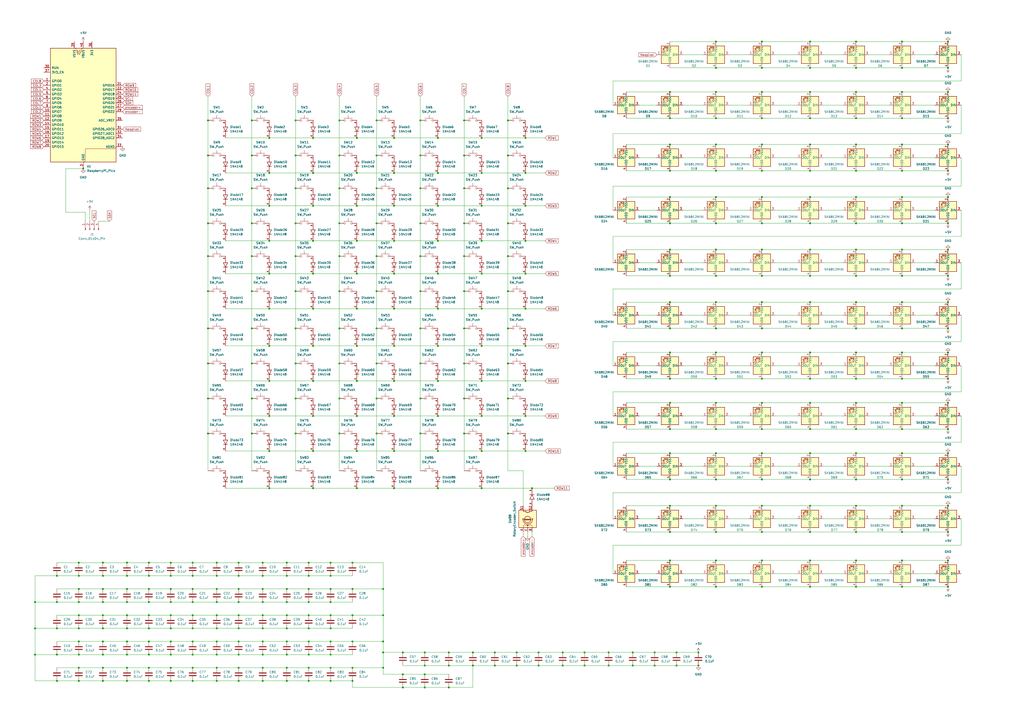
<source format=kicad_sch>
(kicad_sch (version 20250114) (generator "eeschema") (generator_version "9.0")
  (paper "A2")
  (title_block (title "Panzerboard") (date "2025-07-18") (company "Hasnat4763"))
  (junction (at 120.65 251.46))
  (junction (at 156.21 241.3))
  (junction (at 73.66 379.73))
  (junction (at 20.32 349.25))
  (junction (at 59.69 349.25))
  (junction (at 120.65 231.14))
  (junction (at 549.91 233.68))
  (junction (at 166.37 341.63))
  (junction (at 388.62 175.26))
  (junction (at 218.44 210.82))
  (junction (at 326.39 386.08))
  (junction (at 125.73 326.39))
  (junction (at 99.06 379.73))
  (junction (at 45.72 379.73))
  (junction (at 233.68 398.78))
  (junction (at 120.65 190.5))
  (junction (at 523.24 190.5))
  (junction (at 196.85 231.14))
  (junction (at 207.01 100.33))
  (junction (at 299.72 378.46))
  (junction (at 181.61 241.3))
  (junction (at 152.4 349.25))
  (junction (at 59.69 394.97))
  (junction (at 218.44 251.46))
  (junction (at 269.24 90.17))
  (junction (at 392.43 378.46))
  (junction (at 45.72 387.35))
  (junction (at 254 100.33))
  (junction (at 166.37 364.49))
  (junction (at 171.45 168.91))
  (junction (at 260.35 386.08))
  (junction (at 254 220.98))
  (junction (at 523.24 175.26))
  (junction (at 179.07 372.11))
  (junction (at 166.37 387.35))
  (junction (at 523.24 325.12))
  (junction (at 207.01 261.62))
  (junction (at 243.84 69.85))
  (junction (at 254 119.38))
  (junction (at 156.21 179.07))
  (junction (at 441.96 83.82))
  (junction (at 196.85 190.5))
  (junction (at 388.62 219.71))
  (junction (at 469.9 340.36))
  (junction (at 125.73 387.35))
  (junction (at 496.57 248.92))
  (junction (at 415.29 278.13))
  (junction (at 523.24 114.3))
  (junction (at 125.73 334.01))
  (junction (at 441.96 99.06))
  (junction (at 156.21 158.75))
  (junction (at 496.57 233.68))
  (junction (at 86.36 341.63))
  (junction (at 523.24 248.92))
  (junction (at 179.07 326.39))
  (junction (at 415.29 233.68))
  (junction (at 469.9 219.71))
  (junction (at 415.29 160.02))
  (junction (at 171.45 90.17))
  (junction (at 496.57 325.12))
  (junction (at 191.77 372.11))
  (junction (at 156.21 100.33))
  (junction (at 274.32 378.46))
  (junction (at 441.96 129.54))
  (junction (at 207.01 179.07))
  (junction (at 294.64 90.17))
  (junction (at 138.43 394.97))
  (junction (at 246.38 391.16))
  (junction (at 415.29 204.47))
  (junction (at 392.43 386.08))
  (junction (at 549.91 175.26))
  (junction (at 73.66 349.25))
  (junction (at 166.37 372.11))
  (junction (at 523.24 278.13))
  (junction (at 441.96 190.5))
  (junction (at 496.57 204.47))
  (junction (at 405.13 378.46))
  (junction (at 191.77 349.25))
  (junction (at 179.07 364.49))
  (junction (at 441.96 160.02))
  (junction (at 269.24 148.59))
  (junction (at 523.24 160.02))
  (junction (at 469.9 248.92))
  (junction (at 243.84 148.59))
  (junction (at 388.62 68.58))
  (junction (at 441.96 325.12))
  (junction (at 181.61 261.62))
  (junction (at 138.43 364.49))
  (junction (at 279.4 119.38))
  (junction (at 523.24 144.78))
  (junction (at 441.96 39.37))
  (junction (at 166.37 379.73))
  (junction (at 279.4 100.33))
  (junction (at 191.77 326.39))
  (junction (at 254 283.21))
  (junction (at 388.62 53.34))
  (junction (at 59.69 379.73))
  (junction (at 299.72 386.08))
  (junction (at 181.61 220.98))
  (junction (at 246.38 398.78))
  (junction (at 152.4 387.35))
  (junction (at 549.91 24.13))
  (junction (at 156.21 200.66))
  (junction (at 156.21 139.7))
  (junction (at 246.38 386.08))
  (junction (at 222.25 372.11))
  (junction (at 222.25 378.46))
  (junction (at 496.57 83.82))
  (junction (at 304.8 100.33))
  (junction (at 45.72 356.87))
  (junction (at 496.57 219.71))
  (junction (at 415.29 68.58))
  (junction (at 228.6 200.66))
  (junction (at 254 200.66))
  (junction (at 207.01 139.7))
  (junction (at 549.91 325.12))
  (junction (at 243.84 129.54))
  (junction (at 469.9 24.13))
  (junction (at 120.65 210.82))
  (junction (at 254 139.7))
  (junction (at 146.05 168.91))
  (junction (at 138.43 372.11))
  (junction (at 45.72 334.01))
  (junction (at 549.91 68.58))
  (junction (at 138.43 341.63))
  (junction (at 228.6 220.98))
  (junction (at 243.84 190.5))
  (junction (at 33.02 364.49))
  (junction (at 196.85 90.17))
  (junction (at 549.91 293.37))
  (junction (at 99.06 394.97))
  (junction (at 469.9 39.37))
  (junction (at 254 241.3))
  (junction (at 469.9 233.68))
  (junction (at 48.26 97.79))
  (junction (at 222.25 341.63))
  (junction (at 549.91 219.71))
  (junction (at 415.29 340.36))
  (junction (at 191.77 379.73))
  (junction (at 111.76 387.35))
  (junction (at 415.29 39.37))
  (junction (at 45.72 372.11))
  (junction (at 496.57 308.61))
  (junction (at 304.8 80.01))
  (junction (at 146.05 231.14))
  (junction (at 388.62 99.06))
  (junction (at 59.69 334.01))
  (junction (at 146.05 251.46))
  (junction (at 45.72 394.97))
  (junction (at 73.66 364.49))
  (junction (at 125.73 356.87))
  (junction (at 111.76 364.49))
  (junction (at 496.57 175.26))
  (junction (at 152.4 379.73))
  (junction (at 469.9 129.54))
  (junction (at 45.72 364.49))
  (junction (at 111.76 326.39))
  (junction (at 156.21 261.62))
  (junction (at 228.6 179.07))
  (junction (at 415.29 99.06))
  (junction (at 111.76 356.87))
  (junction (at 469.9 308.61))
  (junction (at 181.61 139.7))
  (junction (at 59.69 372.11))
  (junction (at 181.61 119.38))
  (junction (at 222.25 356.87))
  (junction (at 523.24 39.37))
  (junction (at 388.62 278.13))
  (junction (at 179.07 394.97))
  (junction (at 415.29 190.5))
  (junction (at 207.01 283.21))
  (junction (at 469.9 144.78))
  (junction (at 171.45 69.85))
  (junction (at 388.62 204.47))
  (junction (at 496.57 53.34))
  (junction (at 496.57 160.02))
  (junction (at 523.24 24.13))
  (junction (at 441.96 24.13))
  (junction (at 523.24 219.71))
  (junction (at 33.02 334.01))
  (junction (at 166.37 356.87))
  (junction (at 99.06 334.01))
  (junction (at 196.85 148.59))
  (junction (at 138.43 356.87))
  (junction (at 549.91 262.89))
  (junction (at 549.91 53.34))
  (junction (at 166.37 334.01))
  (junction (at 388.62 190.5))
  (junction (at 204.47 356.87))
  (junction (at 179.07 334.01))
  (junction (at 120.65 109.22))
  (junction (at 45.72 326.39))
  (junction (at 99.06 387.35))
  (junction (at 549.91 39.37))
  (junction (at 294.64 69.85))
  (junction (at 388.62 308.61))
  (junction (at 469.9 99.06))
  (junction (at 218.44 148.59))
  (junction (at 388.62 114.3))
  (junction (at 254 158.75))
  (junction (at 179.07 387.35))
  (junction (at 294.64 129.54))
  (junction (at 279.4 200.66))
  (junction (at 138.43 334.01))
  (junction (at 138.43 387.35))
  (junction (at 125.73 372.11))
  (junction (at 171.45 148.59))
  (junction (at 171.45 109.22))
  (junction (at 388.62 248.92))
  (junction (at 138.43 326.39))
  (junction (at 339.09 386.08))
  (junction (at 181.61 80.01))
  (junction (at 120.65 129.54))
  (junction (at 388.62 129.54))
  (junction (at 152.4 341.63))
  (junction (at 260.35 398.78))
  (junction (at 59.69 341.63))
  (junction (at 269.24 129.54))
  (junction (at 33.02 379.73))
  (junction (at 496.57 129.54))
  (junction (at 469.9 68.58))
  (junction (at 228.6 80.01))
  (junction (at 388.62 160.02))
  (junction (at 496.57 144.78))
  (junction (at 269.24 168.91))
  (junction (at 146.05 109.22))
  (junction (at 388.62 293.37))
  (junction (at 33.02 349.25))
  (junction (at 367.03 386.08))
  (junction (at 86.36 349.25))
  (junction (at 138.43 379.73))
  (junction (at 125.73 379.73))
  (junction (at 496.57 293.37))
  (junction (at 388.62 340.36))
  (junction (at 233.68 378.46))
  (junction (at 274.32 386.08))
  (junction (at 523.24 293.37))
  (junction (at 86.36 356.87))
  (junction (at 152.4 372.11))
  (junction (at 523.24 53.34))
  (junction (at 111.76 341.63))
  (junction (at 73.66 387.35))
  (junction (at 99.06 364.49))
  (junction (at 549.91 204.47))
  (junction (at 218.44 129.54))
  (junction (at 254 179.07))
  (junction (at 246.38 378.46))
  (junction (at 59.69 387.35))
  (junction (at 152.4 356.87))
  (junction (at 228.6 119.38))
  (junction (at 287.02 386.08))
  (junction (at 207.01 80.01))
  (junction (at 415.29 83.82))
  (junction (at 228.6 261.62))
  (junction (at 469.9 293.37))
  (junction (at 549.91 278.13))
  (junction (at 191.77 356.87))
  (junction (at 304.8 261.62))
  (junction (at 549.91 129.54))
  (junction (at 243.84 90.17))
  (junction (at 99.06 349.25))
  (junction (at 496.57 340.36))
  (junction (at 441.96 293.37))
  (junction (at 191.77 394.97))
  (junction (at 549.91 190.5))
  (junction (at 441.96 114.3))
  (junction (at 469.9 114.3))
  (junction (at 33.02 394.97))
  (junction (at 179.07 349.25))
  (junction (at 228.6 139.7))
  (junction (at 138.43 349.25))
  (junction (at 294.64 109.22))
  (junction (at 171.45 190.5))
  (junction (at 120.65 90.17))
  (junction (at 156.21 119.38))
  (junction (at 59.69 326.39))
  (junction (at 469.9 175.26))
  (junction (at 415.29 144.78))
  (junction (at 243.84 168.91))
  (junction (at 415.29 325.12))
  (junction (at 196.85 210.82))
  (junction (at 204.47 326.39))
  (junction (at 146.05 190.5))
  (junction (at 166.37 394.97))
  (junction (at 218.44 231.14))
  (junction (at 469.9 53.34))
  (junction (at 441.96 68.58))
  (junction (at 191.77 341.63))
  (junction (at 441.96 175.26))
  (junction (at 20.32 364.49))
  (junction (at 441.96 278.13))
  (junction (at 86.36 387.35))
  (junction (at 496.57 99.06))
  (junction (at 86.36 379.73))
  (junction (at 179.07 356.87))
  (junction (at 415.29 219.71))
  (junction (at 469.9 190.5))
  (junction (at 388.62 262.89))
  (junction (at 228.6 158.75))
  (junction (at 523.24 129.54))
  (junction (at 73.66 334.01))
  (junction (at 196.85 129.54))
  (junction (at 243.84 210.82))
  (junction (at 111.76 379.73))
  (junction (at 523.24 83.82))
  (junction (at 496.57 68.58))
  (junction (at 146.05 210.82))
  (junction (at 218.44 190.5))
  (junction (at 415.29 175.26))
  (junction (at 304.8 179.07))
  (junction (at 523.24 68.58))
  (junction (at 73.66 372.11))
  (junction (at 99.06 356.87))
  (junction (at 523.24 308.61))
  (junction (at 196.85 69.85))
  (junction (at 181.61 100.33))
  (junction (at 171.45 251.46))
  (junction (at 73.66 341.63))
  (junction (at 304.8 200.66))
  (junction (at 279.4 80.01))
  (junction (at 415.29 248.92))
  (junction (at 228.6 241.3))
  (junction (at 243.84 251.46))
  (junction (at 111.76 372.11))
  (junction (at 496.57 278.13))
  (junction (at 308.61 283.21))
  (junction (at 181.61 283.21))
  (junction (at 469.9 278.13))
  (junction (at 496.57 24.13))
  (junction (at 146.05 90.17))
  (junction (at 405.13 386.08))
  (junction (at 146.05 69.85))
  (junction (at 254 80.01))
  (junction (at 166.37 326.39))
  (junction (at 441.96 233.68))
  (junction (at 86.36 394.97))
  (junction (at 469.9 83.82))
  (junction (at 125.73 349.25))
  (junction (at 415.29 24.13))
  (junction (at 304.8 241.3))
  (junction (at 125.73 394.97))
  (junction (at 86.36 372.11))
  (junction (at 388.62 144.78))
  (junction (at 269.24 231.14))
  (junction (at 120.65 148.59))
  (junction (at 304.8 139.7))
  (junction (at 233.68 391.16))
  (junction (at 243.84 231.14))
  (junction (at 73.66 394.97))
  (junction (at 207.01 241.3))
  (junction (at 294.64 168.91))
  (junction (at 181.61 179.07))
  (junction (at 379.73 386.08))
  (junction (at 20.32 379.73))
  (junction (at 207.01 158.75))
  (junction (at 279.4 261.62))
  (junction (at 549.91 248.92))
  (junction (at 59.69 364.49))
  (junction (at 156.21 220.98))
  (junction (at 86.36 326.39))
  (junction (at 415.29 53.34))
  (junction (at 269.24 190.5))
  (junction (at 367.03 378.46))
  (junction (at 294.64 251.46))
  (junction (at 191.77 364.49))
  (junction (at 326.39 378.46))
  (junction (at 196.85 168.91))
  (junction (at 523.24 233.68))
  (junction (at 496.57 114.3))
  (junction (at 228.6 100.33))
  (junction (at 549.91 144.78))
  (junction (at 294.64 231.14))
  (junction (at 196.85 109.22))
  (junction (at 353.06 386.08))
  (junction (at 388.62 233.68))
  (junction (at 99.06 341.63))
  (junction (at 549.91 99.06))
  (junction (at 441.96 219.71))
  (junction (at 73.66 356.87))
  (junction (at 549.91 83.82))
  (junction (at 152.4 326.39))
  (junction (at 304.8 158.75))
  (junction (at 152.4 364.49))
  (junction (at 469.9 160.02))
  (junction (at 204.47 394.97))
  (junction (at 441.96 340.36))
  (junction (at 523.24 204.47))
  (junction (at 111.76 349.25))
  (junction (at 549.91 340.36))
  (junction (at 73.66 326.39))
  (junction (at 388.62 325.12))
  (junction (at 415.29 293.37))
  (junction (at 469.9 262.89))
  (junction (at 125.73 364.49))
  (junction (at 441.96 204.47))
  (junction (at 254 261.62))
  (junction (at 99.06 326.39))
  (junction (at 86.36 364.49))
  (junction (at 269.24 251.46))
  (junction (at 287.02 378.46))
  (junction (at 294.64 190.5))
  (junction (at 191.77 334.01))
  (junction (at 269.24 69.85))
  (junction (at 269.24 210.82))
  (junction (at 523.24 99.06))
  (junction (at 146.05 129.54))
  (junction (at 166.37 349.25))
  (junction (at 279.4 220.98))
  (junction (at 191.77 387.35))
  (junction (at 207.01 200.66))
  (junction (at 549.91 160.02))
  (junction (at 496.57 39.37))
  (junction (at 279.4 139.7))
  (junction (at 179.07 379.73))
  (junction (at 45.72 349.25))
  (junction (at 120.65 168.91))
  (junction (at 415.29 129.54))
  (junction (at 496.57 190.5))
  (junction (at 279.4 158.75))
  (junction (at 59.69 356.87))
  (junction (at 312.42 386.08))
  (junction (at 469.9 204.47))
  (junction (at 415.29 114.3))
  (junction (at 218.44 109.22))
  (junction (at 222.25 387.35))
  (junction (at 441.96 144.78))
  (junction (at 218.44 90.17))
  (junction (at 441.96 262.89))
  (junction (at 388.62 83.82))
  (junction (at 204.47 341.63))
  (junction (at 218.44 69.85))
  (junction (at 379.73 378.46))
  (junction (at 496.57 262.89))
  (junction (at 156.21 283.21))
  (junction (at 260.35 378.46))
  (junction (at 111.76 334.01))
  (junction (at 441.96 308.61))
  (junction (at 181.61 158.75))
  (junction (at 171.45 231.14))
  (junction (at 353.06 378.46))
  (junction (at 304.8 220.98))
  (junction (at 146.05 148.59))
  (junction (at 196.85 251.46))
  (junction (at 279.4 283.21))
  (junction (at 204.47 372.11))
  (junction (at 181.61 200.66))
  (junction (at 207.01 220.98))
  (junction (at 312.42 378.46))
  (junction (at 523.24 262.89))
  (junction (at 279.4 241.3))
  (junction (at 339.09 378.46))
  (junction (at 204.47 387.35))
  (junction (at 111.76 394.97))
  (junction (at 469.9 325.12))
  (junction (at 45.72 341.63))
  (junction (at 294.64 210.82))
  (junction (at 179.07 341.63))
  (junction (at 207.01 119.38))
  (junction (at 549.91 308.61))
  (junction (at 415.29 262.89))
  (junction (at 228.6 283.21))
  (junction (at 125.73 341.63))
  (junction (at 120.65 69.85))
  (junction (at 152.4 394.97))
  (junction (at 279.4 179.07))
  (junction (at 243.84 109.22))
  (junction (at 441.96 248.92))
  (junction (at 294.64 148.59))
  (junction (at 99.06 372.11))
  (junction (at 269.24 109.22))
  (junction (at 86.36 334.01))
  (junction (at 415.29 308.61))
  (junction (at 523.24 340.36))
  (junction (at 441.96 53.34))
  (junction (at 218.44 168.91))
  (junction (at 304.8 119.38))
  (junction (at 549.91 114.3))
  (junction (at 171.45 129.54))
  (junction (at 152.4 334.01))
  (junction (at 156.21 80.01))
  (junction (at 171.45 210.82))
  (wire (pts (xy 156.21 261.62) (xy 181.61 261.62)))
  (wire (pts (xy 125.73 379.73) (xy 138.43 379.73)))
  (wire (pts (xy 254 200.66) (xy 279.4 200.66)))
  (wire (pts (xy 179.07 326.39) (xy 191.77 326.39)))
  (wire (pts (xy 469.9 204.47) (xy 441.96 204.47)))
  (wire (pts (xy 125.73 372.11) (xy 138.43 372.11)))
  (wire (pts (xy 496.57 144.78) (xy 469.9 144.78)))
  (wire (pts (xy 146.05 69.85) (xy 146.05 90.17)))
  (wire (pts (xy 57.15 128.27) (xy 63.5 128.27)))
  (wire (pts (xy 130.81 100.33) (xy 156.21 100.33)))
  (wire (pts (xy 59.69 341.63) (xy 73.66 341.63)))
  (wire (pts (xy 218.44 129.54) (xy 218.44 148.59)))
  (wire (pts (xy 353.06 386.08) (xy 367.03 386.08)))
  (wire (pts (xy 191.77 334.01) (xy 204.47 334.01)))
  (wire (pts (xy 130.81 119.38) (xy 156.21 119.38)))
  (wire (pts (xy 179.07 394.97) (xy 166.37 394.97)))
  (wire (pts (xy 204.47 341.63) (xy 222.25 341.63)))
  (wire (pts (xy 152.4 387.35) (xy 166.37 387.35)))
  (wire (pts (xy 204.47 398.78) (xy 204.47 394.97)))
  (wire (pts (xy 462.28 182.88) (xy 449.58 182.88)))
  (wire (pts (xy 191.77 356.87) (xy 204.47 356.87)))
  (wire (pts (xy 441.96 24.13) (xy 415.29 24.13)))
  (wire (pts (xy 441.96 340.36) (xy 415.29 340.36)))
  (wire (pts (xy 415.29 190.5) (xy 388.62 190.5)))
  (wire (pts (xy 434.34 31.75) (xy 422.91 31.75)))
  (wire (pts (xy 181.61 139.7) (xy 207.01 139.7)))
  (wire (pts (xy 557.53 167.64) (xy 557.53 152.4)))
  (wire (pts (xy 233.68 386.08) (xy 246.38 386.08)))
  (wire (pts (xy 434.34 212.09) (xy 422.91 212.09)))
  (wire (pts (xy 407.67 31.75) (xy 396.24 31.75)))
  (wire (pts (xy 339.09 386.08) (xy 353.06 386.08)))
  (wire (pts (xy 355.6 152.4) (xy 355.6 137.16)))
  (wire (pts (xy 274.32 398.78) (xy 274.32 386.08)))
  (wire (pts (xy 111.76 364.49) (xy 125.73 364.49)))
  (wire (pts (xy 171.45 55.88) (xy 171.45 69.85)))
  (wire (pts (xy 469.9 53.34) (xy 441.96 53.34)))
  (wire (pts (xy 496.57 24.13) (xy 469.9 24.13)))
  (wire (pts (xy 130.81 200.66) (xy 156.21 200.66)))
  (wire (pts (xy 381 182.88) (xy 370.84 182.88)))
  (wire (pts (xy 130.81 179.07) (xy 156.21 179.07)))
  (wire (pts (xy 130.81 283.21) (xy 156.21 283.21)))
  (wire (pts (xy 179.07 334.01) (xy 191.77 334.01)))
  (wire (pts (xy 523.24 99.06) (xy 496.57 99.06)))
  (wire (pts (xy 355.6 46.99) (xy 557.53 46.99)))
  (wire (pts (xy 222.25 326.39) (xy 222.25 341.63)))
  (wire (pts (xy 111.76 334.01) (xy 125.73 334.01)))
  (wire (pts (xy 488.95 241.3) (xy 477.52 241.3)))
  (wire (pts (xy 228.6 241.3) (xy 254 241.3)))
  (wire (pts (xy 523.24 248.92) (xy 496.57 248.92)))
  (wire (pts (xy 207.01 179.07) (xy 228.6 179.07)))
  (wire (pts (xy 469.9 114.3) (xy 441.96 114.3)))
  (wire (pts (xy 73.66 356.87) (xy 86.36 356.87)))
  (wire (pts (xy 269.24 231.14) (xy 269.24 251.46)))
  (wire (pts (xy 33.02 334.01) (xy 45.72 334.01)))
  (wire (pts (xy 196.85 90.17) (xy 196.85 109.22)))
  (wire (pts (xy 381 300.99) (xy 370.84 300.99)))
  (wire (pts (xy 287.02 386.08) (xy 299.72 386.08)))
  (wire (pts (xy 496.57 262.89) (xy 469.9 262.89)))
  (wire (pts (xy 33.02 394.97) (xy 20.32 394.97)))
  (wire (pts (xy 441.96 114.3) (xy 415.29 114.3)))
  (wire (pts (xy 207.01 220.98) (xy 228.6 220.98)))
  (wire (pts (xy 191.77 341.63) (xy 204.47 341.63)))
  (wire (pts (xy 415.29 83.82) (xy 388.62 83.82)))
  (wire (pts (xy 434.34 241.3) (xy 422.91 241.3)))
  (wire (pts (xy 196.85 190.5) (xy 196.85 210.82)))
  (wire (pts (xy 388.62 248.92) (xy 363.22 248.92)))
  (wire (pts (xy 523.24 39.37) (xy 496.57 39.37)))
  (wire (pts (xy 381 270.51) (xy 370.84 270.51)))
  (wire (pts (xy 488.95 182.88) (xy 477.52 182.88)))
  (wire (pts (xy 441.96 144.78) (xy 415.29 144.78)))
  (wire (pts (xy 355.6 316.23) (xy 557.53 316.23)))
  (wire (pts (xy 557.53 137.16) (xy 557.53 121.92)))
  (wire (pts (xy 523.24 340.36) (xy 496.57 340.36)))
  (wire (pts (xy 462.28 60.96) (xy 449.58 60.96)))
  (wire (pts (xy 254 139.7) (xy 279.4 139.7)))
  (wire (pts (xy 434.34 300.99) (xy 422.91 300.99)))
  (wire (pts (xy 218.44 69.85) (xy 218.44 90.17)))
  (wire (pts (xy 441.96 190.5) (xy 415.29 190.5)))
  (wire (pts (xy 415.29 129.54) (xy 388.62 129.54)))
  (wire (pts (xy 120.65 148.59) (xy 120.65 168.91)))
  (wire (pts (xy 542.29 60.96) (xy 530.86 60.96)))
  (wire (pts (xy 549.91 308.61) (xy 523.24 308.61)))
  (wire (pts (xy 462.28 121.92) (xy 449.58 121.92)))
  (wire (pts (xy 228.6 220.98) (xy 254 220.98)))
  (wire (pts (xy 204.47 356.87) (xy 222.25 356.87)))
  (wire (pts (xy 269.24 109.22) (xy 269.24 129.54)))
  (wire (pts (xy 171.45 148.59) (xy 171.45 168.91)))
  (wire (pts (xy 45.72 326.39) (xy 59.69 326.39)))
  (wire (pts (xy 125.73 341.63) (xy 138.43 341.63)))
  (wire (pts (xy 488.95 332.74) (xy 477.52 332.74)))
  (wire (pts (xy 254 241.3) (xy 279.4 241.3)))
  (wire (pts (xy 99.06 341.63) (xy 111.76 341.63)))
  (wire (pts (xy 111.76 326.39) (xy 125.73 326.39)))
  (wire (pts (xy 304.8 100.33) (xy 316.23 100.33)))
  (wire (pts (xy 523.24 293.37) (xy 496.57 293.37)))
  (wire (pts (xy 415.29 39.37) (xy 388.62 39.37)))
  (wire (pts (xy 339.09 378.46) (xy 353.06 378.46)))
  (wire (pts (xy 111.76 387.35) (xy 125.73 387.35)))
  (wire (pts (xy 381 152.4) (xy 370.84 152.4)))
  (wire (pts (xy 45.72 394.97) (xy 33.02 394.97)))
  (wire (pts (xy 415.29 293.37) (xy 388.62 293.37)))
  (wire (pts (xy 549.91 53.34) (xy 523.24 53.34)))
  (wire (pts (xy 549.91 39.37) (xy 523.24 39.37)))
  (wire (pts (xy 308.61 283.21) (xy 321.31 283.21)))
  (wire (pts (xy 191.77 349.25) (xy 179.07 349.25)))
  (wire (pts (xy 138.43 349.25) (xy 125.73 349.25)))
  (wire (pts (xy 469.9 68.58) (xy 441.96 68.58)))
  (wire (pts (xy 415.29 68.58) (xy 388.62 68.58)))
  (wire (pts (xy 152.4 364.49) (xy 166.37 364.49)))
  (wire (pts (xy 549.91 325.12) (xy 523.24 325.12)))
  (wire (pts (xy 260.35 398.78) (xy 274.32 398.78)))
  (wire (pts (xy 218.44 168.91) (xy 218.44 190.5)))
  (wire (pts (xy 73.66 349.25) (xy 59.69 349.25)))
  (wire (pts (xy 388.62 83.82) (xy 363.22 83.82)))
  (wire (pts (xy 496.57 248.92) (xy 469.9 248.92)))
  (wire (pts (xy 269.24 90.17) (xy 269.24 109.22)))
  (wire (pts (xy 388.62 219.71) (xy 363.22 219.71)))
  (wire (pts (xy 171.45 210.82) (xy 171.45 231.14)))
  (wire (pts (xy 254 220.98) (xy 279.4 220.98)))
  (wire (pts (xy 59.69 379.73) (xy 73.66 379.73)))
  (wire (pts (xy 441.96 68.58) (xy 415.29 68.58)))
  (wire (pts (xy 488.95 212.09) (xy 477.52 212.09)))
  (wire (pts (xy 269.24 69.85) (xy 269.24 90.17)))
  (wire (pts (xy 33.02 326.39) (xy 45.72 326.39)))
  (wire (pts (xy 146.05 129.54) (xy 146.05 148.59)))
  (wire (pts (xy 407.67 182.88) (xy 396.24 182.88)))
  (wire (pts (xy 138.43 341.63) (xy 152.4 341.63)))
  (wire (pts (xy 73.66 334.01) (xy 86.36 334.01)))
  (wire (pts (xy 415.29 219.71) (xy 388.62 219.71)))
  (wire (pts (xy 462.28 270.51) (xy 449.58 270.51)))
  (wire (pts (xy 469.9 160.02) (xy 441.96 160.02)))
  (wire (pts (xy 523.24 219.71) (xy 496.57 219.71)))
  (wire (pts (xy 515.62 121.92) (xy 504.19 121.92)))
  (wire (pts (xy 392.43 378.46) (xy 405.13 378.46)))
  (wire (pts (xy 304.8 179.07) (xy 316.23 179.07)))
  (wire (pts (xy 181.61 241.3) (xy 207.01 241.3)))
  (wire (pts (xy 469.9 175.26) (xy 441.96 175.26)))
  (wire (pts (xy 549.91 68.58) (xy 523.24 68.58)))
  (wire (pts (xy 355.6 137.16) (xy 557.53 137.16)))
  (wire (pts (xy 469.9 39.37) (xy 441.96 39.37)))
  (wire (pts (xy 542.29 182.88) (xy 530.86 182.88)))
  (wire (pts (xy 304.8 80.01) (xy 316.23 80.01)))
  (wire (pts (xy 254 158.75) (xy 279.4 158.75)))
  (wire (pts (xy 515.62 300.99) (xy 504.19 300.99)))
  (wire (pts (xy 49.53 123.19) (xy 49.53 128.27)))
  (wire (pts (xy 523.24 262.89) (xy 496.57 262.89)))
  (wire (pts (xy 496.57 308.61) (xy 469.9 308.61)))
  (wire (pts (xy 120.65 90.17) (xy 120.65 109.22)))
  (wire (pts (xy 196.85 55.88) (xy 196.85 69.85)))
  (wire (pts (xy 120.65 168.91) (xy 120.65 190.5)))
  (wire (pts (xy 111.76 341.63) (xy 125.73 341.63)))
  (wire (pts (xy 523.24 53.34) (xy 496.57 53.34)))
  (wire (pts (xy 415.29 248.92) (xy 388.62 248.92)))
  (wire (pts (xy 523.24 190.5) (xy 496.57 190.5)))
  (wire (pts (xy 441.96 204.47) (xy 415.29 204.47)))
  (wire (pts (xy 294.64 109.22) (xy 294.64 129.54)))
  (wire (pts (xy 415.29 24.13) (xy 388.62 24.13)))
  (wire (pts (xy 304.8 119.38) (xy 316.23 119.38)))
  (wire (pts (xy 59.69 334.01) (xy 73.66 334.01)))
  (wire (pts (xy 207.01 100.33) (xy 228.6 100.33)))
  (wire (pts (xy 294.64 231.14) (xy 294.64 251.46)))
  (wire (pts (xy 388.62 293.37) (xy 363.22 293.37)))
  (wire (pts (xy 523.24 308.61) (xy 496.57 308.61)))
  (wire (pts (xy 557.53 198.12) (xy 557.53 182.88)))
  (wire (pts (xy 462.28 31.75) (xy 449.58 31.75)))
  (wire (pts (xy 557.53 227.33) (xy 557.53 212.09)))
  (wire (pts (xy 407.67 60.96) (xy 396.24 60.96)))
  (wire (pts (xy 415.29 204.47) (xy 388.62 204.47)))
  (wire (pts (xy 146.05 231.14) (xy 146.05 251.46)))
  (wire (pts (xy 120.65 69.85) (xy 120.65 90.17)))
  (wire (pts (xy 86.36 326.39) (xy 99.06 326.39)))
  (wire (pts (xy 355.6 60.96) (xy 355.6 46.99)))
  (wire (pts (xy 166.37 364.49) (xy 179.07 364.49)))
  (wire (pts (xy 33.02 341.63) (xy 45.72 341.63)))
  (wire (pts (xy 415.29 233.68) (xy 388.62 233.68)))
  (wire (pts (xy 415.29 160.02) (xy 388.62 160.02)))
  (wire (pts (xy 279.4 119.38) (xy 304.8 119.38)))
  (wire (pts (xy 523.24 325.12) (xy 496.57 325.12)))
  (wire (pts (xy 515.62 212.09) (xy 504.19 212.09)))
  (wire (pts (xy 86.36 387.35) (xy 99.06 387.35)))
  (wire (pts (xy 228.6 158.75) (xy 254 158.75)))
  (wire (pts (xy 152.4 341.63) (xy 166.37 341.63)))
  (wire (pts (xy 73.66 364.49) (xy 86.36 364.49)))
  (wire (pts (xy 171.45 69.85) (xy 171.45 90.17)))
  (wire (pts (xy 306.07 308.61) (xy 306.07 311.15)))
  (wire (pts (xy 549.91 114.3) (xy 523.24 114.3)))
  (wire (pts (xy 488.95 121.92) (xy 477.52 121.92)))
  (wire (pts (xy 179.07 379.73) (xy 191.77 379.73)))
  (wire (pts (xy 469.9 144.78) (xy 441.96 144.78)))
  (wire (pts (xy 204.47 387.35) (xy 222.25 387.35)))
  (wire (pts (xy 496.57 99.06) (xy 469.9 99.06)))
  (wire (pts (xy 304.8 200.66) (xy 316.23 200.66)))
  (wire (pts (xy 138.43 387.35) (xy 152.4 387.35)))
  (wire (pts (xy 415.29 99.06) (xy 388.62 99.06)))
  (wire (pts (xy 86.36 356.87) (xy 99.06 356.87)))
  (wire (pts (xy 434.34 270.51) (xy 422.91 270.51)))
  (wire (pts (xy 367.03 378.46) (xy 379.73 378.46)))
  (wire (pts (xy 441.96 83.82) (xy 415.29 83.82)))
  (wire (pts (xy 120.65 55.88) (xy 120.65 69.85)))
  (wire (pts (xy 488.95 152.4) (xy 477.52 152.4)))
  (wire (pts (xy 434.34 332.74) (xy 422.91 332.74)))
  (wire (pts (xy 196.85 210.82) (xy 196.85 231.14)))
  (wire (pts (xy 191.77 394.97) (xy 204.47 394.97)))
  (wire (pts (xy 388.62 99.06) (xy 363.22 99.06)))
  (wire (pts (xy 549.91 99.06) (xy 523.24 99.06)))
  (wire (pts (xy 171.45 109.22) (xy 171.45 129.54)))
  (wire (pts (xy 86.36 341.63) (xy 99.06 341.63)))
  (wire (pts (xy 59.69 349.25) (xy 45.72 349.25)))
  (wire (pts (xy 228.6 261.62) (xy 254 261.62)))
  (wire (pts (xy 125.73 334.01) (xy 138.43 334.01)))
  (wire (pts (xy 355.6 107.95) (xy 557.53 107.95)))
  (wire (pts (xy 33.02 356.87) (xy 45.72 356.87)))
  (wire (pts (xy 462.28 152.4) (xy 449.58 152.4)))
  (wire (pts (xy 73.66 387.35) (xy 86.36 387.35)))
  (wire (pts (xy 20.32 364.49) (xy 20.32 379.73)))
  (wire (pts (xy 488.95 270.51) (xy 477.52 270.51)))
  (wire (pts (xy 523.24 114.3) (xy 496.57 114.3)))
  (wire (pts (xy 166.37 341.63) (xy 179.07 341.63)))
  (wire (pts (xy 523.24 83.82) (xy 496.57 83.82)))
  (wire (pts (xy 130.81 261.62) (xy 156.21 261.62)))
  (wire (pts (xy 496.57 219.71) (xy 469.9 219.71)))
  (wire (pts (xy 523.24 24.13) (xy 496.57 24.13)))
  (wire (pts (xy 218.44 231.14) (xy 218.44 251.46)))
  (wire (pts (xy 549.91 129.54) (xy 523.24 129.54)))
  (wire (pts (xy 549.91 144.78) (xy 523.24 144.78)))
  (wire (pts (xy 254 261.62) (xy 279.4 261.62)))
  (wire (pts (xy 388.62 68.58) (xy 363.22 68.58)))
  (wire (pts (xy 274.32 378.46) (xy 287.02 378.46)))
  (wire (pts (xy 496.57 204.47) (xy 469.9 204.47)))
  (wire (pts (xy 469.9 190.5) (xy 441.96 190.5)))
  (wire (pts (xy 156.21 158.75) (xy 181.61 158.75)))
  (wire (pts (xy 20.32 379.73) (xy 20.32 394.97)))
  (wire (pts (xy 441.96 262.89) (xy 415.29 262.89)))
  (wire (pts (xy 496.57 340.36) (xy 469.9 340.36)))
  (wire (pts (xy 243.84 109.22) (xy 243.84 129.54)))
  (wire (pts (xy 130.81 158.75) (xy 156.21 158.75)))
  (wire (pts (xy 269.24 55.88) (xy 269.24 69.85)))
  (wire (pts (xy 20.32 379.73) (xy 33.02 379.73)))
  (wire (pts (xy 243.84 190.5) (xy 243.84 210.82)))
  (wire (pts (xy 138.43 364.49) (xy 152.4 364.49)))
  (wire (pts (xy 434.34 60.96) (xy 422.91 60.96)))
  (wire (pts (xy 156.21 100.33) (xy 181.61 100.33)))
  (wire (pts (xy 515.62 91.44) (xy 504.19 91.44)))
  (wire (pts (xy 73.66 379.73) (xy 86.36 379.73)))
  (wire (pts (xy 279.4 100.33) (xy 304.8 100.33)))
  (wire (pts (xy 111.76 356.87) (xy 125.73 356.87)))
  (wire (pts (xy 496.57 114.3) (xy 469.9 114.3)))
  (wire (pts (xy 299.72 386.08) (xy 312.42 386.08)))
  (wire (pts (xy 179.07 341.63) (xy 191.77 341.63)))
  (wire (pts (xy 557.53 256.54) (xy 557.53 241.3)))
  (wire (pts (xy 207.01 119.38) (xy 228.6 119.38)))
  (wire (pts (xy 156.21 220.98) (xy 181.61 220.98)))
  (wire (pts (xy 388.62 233.68) (xy 363.22 233.68)))
  (wire (pts (xy 515.62 241.3) (xy 504.19 241.3)))
  (wire (pts (xy 415.29 278.13) (xy 388.62 278.13)))
  (wire (pts (xy 469.9 233.68) (xy 441.96 233.68)))
  (wire (pts (xy 196.85 231.14) (xy 196.85 251.46)))
  (wire (pts (xy 246.38 378.46) (xy 260.35 378.46)))
  (wire (pts (xy 469.9 308.61) (xy 441.96 308.61)))
  (wire (pts (xy 196.85 109.22) (xy 196.85 129.54)))
  (wire (pts (xy 45.72 341.63) (xy 59.69 341.63)))
  (wire (pts (xy 469.9 325.12) (xy 441.96 325.12)))
  (wire (pts (xy 381 332.74) (xy 370.84 332.74)))
  (wire (pts (xy 59.69 326.39) (xy 73.66 326.39)))
  (wire (pts (xy 355.6 167.64) (xy 557.53 167.64)))
  (wire (pts (xy 523.24 68.58) (xy 496.57 68.58)))
  (wire (pts (xy 549.91 190.5) (xy 523.24 190.5)))
  (wire (pts (xy 326.39 386.08) (xy 339.09 386.08)))
  (wire (pts (xy 549.91 278.13) (xy 523.24 278.13)))
  (wire (pts (xy 171.45 168.91) (xy 171.45 190.5)))
  (wire (pts (xy 146.05 168.91) (xy 146.05 190.5)))
  (wire (pts (xy 299.72 378.46) (xy 312.42 378.46)))
  (wire (pts (xy 181.61 220.98) (xy 207.01 220.98)))
  (wire (pts (xy 542.29 212.09) (xy 530.86 212.09)))
  (wire (pts (xy 549.91 160.02) (xy 523.24 160.02)))
  (wire (pts (xy 434.34 182.88) (xy 422.91 182.88)))
  (wire (pts (xy 125.73 326.39) (xy 138.43 326.39)))
  (wire (pts (xy 388.62 204.47) (xy 363.22 204.47)))
  (wire (pts (xy 294.64 90.17) (xy 294.64 109.22)))
  (wire (pts (xy 86.36 349.25) (xy 73.66 349.25)))
  (wire (pts (xy 355.6 285.75) (xy 557.53 285.75)))
  (wire (pts (xy 269.24 168.91) (xy 269.24 190.5)))
  (wire (pts (xy 469.9 129.54) (xy 441.96 129.54)))
  (wire (pts (xy 549.91 293.37) (xy 523.24 293.37)))
  (wire (pts (xy 496.57 68.58) (xy 469.9 68.58)))
  (wire (pts (xy 152.4 334.01) (xy 166.37 334.01)))
  (wire (pts (xy 549.91 175.26) (xy 523.24 175.26)))
  (wire (pts (xy 45.72 364.49) (xy 59.69 364.49)))
  (wire (pts (xy 243.84 90.17) (xy 243.84 109.22)))
  (wire (pts (xy 355.6 241.3) (xy 355.6 227.33)))
  (wire (pts (xy 196.85 69.85) (xy 196.85 90.17)))
  (wire (pts (xy 52.07 121.92) (xy 52.07 128.27)))
  (wire (pts (xy 496.57 129.54) (xy 469.9 129.54)))
  (wire (pts (xy 441.96 325.12) (xy 415.29 325.12)))
  (wire (pts (xy 441.96 175.26) (xy 415.29 175.26)))
  (wire (pts (xy 355.6 300.99) (xy 355.6 285.75)))
  (wire (pts (xy 496.57 190.5) (xy 469.9 190.5)))
  (wire (pts (xy 542.29 121.92) (xy 530.86 121.92)))
  (wire (pts (xy 542.29 91.44) (xy 530.86 91.44)))
  (wire (pts (xy 434.34 121.92) (xy 422.91 121.92)))
  (wire (pts (xy 120.65 231.14) (xy 120.65 251.46)))
  (wire (pts (xy 388.62 160.02) (xy 363.22 160.02)))
  (wire (pts (xy 462.28 300.99) (xy 449.58 300.99)))
  (wire (pts (xy 294.64 69.85) (xy 294.64 90.17)))
  (wire (pts (xy 45.72 334.01) (xy 59.69 334.01)))
  (wire (pts (xy 303.53 273.05) (xy 294.64 273.05)))
  (wire (pts (xy 488.95 91.44) (xy 477.52 91.44)))
  (wire (pts (xy 515.62 60.96) (xy 504.19 60.96)))
  (wire (pts (xy 33.02 379.73) (xy 45.72 379.73)))
  (wire (pts (xy 243.84 231.14) (xy 243.84 251.46)))
  (wire (pts (xy 196.85 148.59) (xy 196.85 168.91)))
  (wire (pts (xy 415.29 262.89) (xy 388.62 262.89)))
  (wire (pts (xy 99.06 364.49) (xy 111.76 364.49)))
  (wire (pts (xy 287.02 378.46) (xy 299.72 378.46)))
  (wire (pts (xy 469.9 219.71) (xy 441.96 219.71)))
  (wire (pts (xy 388.62 340.36) (xy 363.22 340.36)))
  (wire (pts (xy 496.57 175.26) (xy 469.9 175.26)))
  (wire (pts (xy 246.38 391.16) (xy 233.68 391.16)))
  (wire (pts (xy 388.62 190.5) (xy 363.22 190.5)))
  (wire (pts (xy 130.81 139.7) (xy 156.21 139.7)))
  (wire (pts (xy 156.21 283.21) (xy 181.61 283.21)))
  (wire (pts (xy 308.61 308.61) (xy 308.61 311.15)))
  (wire (pts (xy 218.44 90.17) (xy 218.44 109.22)))
  (wire (pts (xy 59.69 372.11) (xy 73.66 372.11)))
  (wire (pts (xy 146.05 190.5) (xy 146.05 210.82)))
  (wire (pts (xy 462.28 91.44) (xy 449.58 91.44)))
  (wire (pts (xy 496.57 53.34) (xy 469.9 53.34)))
  (wire (pts (xy 171.45 129.54) (xy 171.45 148.59)))
  (wire (pts (xy 462.28 212.09) (xy 449.58 212.09)))
  (wire (pts (xy 120.65 210.82) (xy 120.65 231.14)))
  (wire (pts (xy 355.6 212.09) (xy 355.6 198.12)))
  (wire (pts (xy 228.6 200.66) (xy 254 200.66)))
  (wire (pts (xy 434.34 91.44) (xy 422.91 91.44)))
  (wire (pts (xy 269.24 210.82) (xy 269.24 231.14)))
  (wire (pts (xy 233.68 398.78) (xy 246.38 398.78)))
  (wire (pts (xy 191.77 364.49) (xy 204.47 364.49)))
  (wire (pts (xy 125.73 349.25) (xy 111.76 349.25)))
  (wire (pts (xy 254 100.33) (xy 279.4 100.33)))
  (wire (pts (xy 33.02 349.25) (xy 20.32 349.25)))
  (wire (pts (xy 557.53 77.47) (xy 557.53 60.96)))
  (wire (pts (xy 171.45 90.17) (xy 171.45 109.22)))
  (wire (pts (xy 218.44 148.59) (xy 218.44 168.91)))
  (wire (pts (xy 407.67 212.09) (xy 396.24 212.09)))
  (wire (pts (xy 542.29 152.4) (xy 530.86 152.4)))
  (wire (pts (xy 279.4 200.66) (xy 304.8 200.66)))
  (wire (pts (xy 99.06 349.25) (xy 86.36 349.25)))
  (wire (pts (xy 441.96 160.02) (xy 415.29 160.02)))
  (wire (pts (xy 156.21 139.7) (xy 181.61 139.7)))
  (wire (pts (xy 45.72 387.35) (xy 59.69 387.35)))
  (wire (pts (xy 294.64 168.91) (xy 294.64 190.5)))
  (wire (pts (xy 181.61 158.75) (xy 207.01 158.75)))
  (wire (pts (xy 146.05 251.46) (xy 146.05 273.05)))
  (wire (pts (xy 99.06 356.87) (xy 111.76 356.87)))
  (wire (pts (xy 191.77 372.11) (xy 204.47 372.11)))
  (wire (pts (xy 392.43 386.08) (xy 405.13 386.08)))
  (wire (pts (xy 204.47 398.78) (xy 233.68 398.78)))
  (wire (pts (xy 542.29 332.74) (xy 530.86 332.74)))
  (wire (pts (xy 279.4 158.75) (xy 304.8 158.75)))
  (wire (pts (xy 379.73 378.46) (xy 392.43 378.46)))
  (wire (pts (xy 20.32 334.01) (xy 33.02 334.01)))
  (wire (pts (xy 59.69 364.49) (xy 73.66 364.49)))
  (wire (pts (xy 86.36 372.11) (xy 99.06 372.11)))
  (wire (pts (xy 218.44 55.88) (xy 218.44 69.85)))
  (wire (pts (xy 379.73 386.08) (xy 392.43 386.08)))
  (wire (pts (xy 434.34 152.4) (xy 422.91 152.4)))
  (wire (pts (xy 111.76 372.11) (xy 125.73 372.11)))
  (wire (pts (xy 73.66 394.97) (xy 59.69 394.97)))
  (wire (pts (xy 523.24 160.02) (xy 496.57 160.02)))
  (wire (pts (xy 33.02 387.35) (xy 45.72 387.35)))
  (wire (pts (xy 381 121.92) (xy 370.84 121.92)))
  (wire (pts (xy 138.43 379.73) (xy 152.4 379.73)))
  (wire (pts (xy 496.57 325.12) (xy 469.9 325.12)))
  (wire (pts (xy 441.96 233.68) (xy 415.29 233.68)))
  (wire (pts (xy 179.07 372.11) (xy 191.77 372.11)))
  (wire (pts (xy 441.96 308.61) (xy 415.29 308.61)))
  (wire (pts (xy 469.9 278.13) (xy 441.96 278.13)))
  (wire (pts (xy 523.24 175.26) (xy 496.57 175.26)))
  (wire (pts (xy 99.06 394.97) (xy 86.36 394.97)))
  (wire (pts (xy 304.8 139.7) (xy 316.23 139.7)))
  (wire (pts (xy 557.53 107.95) (xy 557.53 91.44)))
  (wire (pts (xy 166.37 394.97) (xy 152.4 394.97)))
  (wire (pts (xy 441.96 219.71) (xy 415.29 219.71)))
  (wire (pts (xy 218.44 109.22) (xy 218.44 129.54)))
  (wire (pts (xy 355.6 256.54) (xy 557.53 256.54)))
  (wire (pts (xy 441.96 293.37) (xy 415.29 293.37)))
  (wire (pts (xy 125.73 364.49) (xy 138.43 364.49)))
  (wire (pts (xy 355.6 270.51) (xy 355.6 256.54)))
  (wire (pts (xy 99.06 379.73) (xy 111.76 379.73)))
  (wire (pts (xy 125.73 387.35) (xy 138.43 387.35)))
  (wire (pts (xy 523.24 204.47) (xy 496.57 204.47)))
  (wire (pts (xy 269.24 148.59) (xy 269.24 168.91)))
  (wire (pts (xy 243.84 148.59) (xy 243.84 168.91)))
  (wire (pts (xy 246.38 398.78) (xy 260.35 398.78)))
  (wire (pts (xy 355.6 91.44) (xy 355.6 77.47)))
  (wire (pts (xy 415.29 340.36) (xy 388.62 340.36)))
  (wire (pts (xy 228.6 100.33) (xy 254 100.33)))
  (wire (pts (xy 279.4 283.21) (xy 308.61 283.21)))
  (wire (pts (xy 549.91 219.71) (xy 523.24 219.71)))
  (wire (pts (xy 166.37 349.25) (xy 152.4 349.25)))
  (wire (pts (xy 279.4 241.3) (xy 304.8 241.3)))
  (wire (pts (xy 111.76 349.25) (xy 99.06 349.25)))
  (wire (pts (xy 228.6 119.38) (xy 254 119.38)))
  (wire (pts (xy 130.81 241.3) (xy 156.21 241.3)))
  (wire (pts (xy 415.29 114.3) (xy 388.62 114.3)))
  (wire (pts (xy 407.67 332.74) (xy 396.24 332.74)))
  (wire (pts (xy 496.57 160.02) (xy 469.9 160.02)))
  (wire (pts (xy 218.44 210.82) (xy 218.44 231.14)))
  (wire (pts (xy 73.66 326.39) (xy 86.36 326.39)))
  (wire (pts (xy 304.8 158.75) (xy 316.23 158.75)))
  (wire (pts (xy 125.73 356.87) (xy 138.43 356.87)))
  (wire (pts (xy 228.6 179.07) (xy 254 179.07)))
  (wire (pts (xy 367.03 386.08) (xy 379.73 386.08)))
  (wire (pts (xy 33.02 364.49) (xy 45.72 364.49)))
  (wire (pts (xy 246.38 386.08) (xy 260.35 386.08)))
  (wire (pts (xy 138.43 326.39) (xy 152.4 326.39)))
  (wire (pts (xy 407.67 300.99) (xy 396.24 300.99)))
  (wire (pts (xy 279.4 220.98) (xy 304.8 220.98)))
  (wire (pts (xy 469.9 248.92) (xy 441.96 248.92)))
  (wire (pts (xy 243.84 251.46) (xy 243.84 273.05)))
  (wire (pts (xy 381 60.96) (xy 370.84 60.96)))
  (wire (pts (xy 181.61 200.66) (xy 207.01 200.66)))
  (wire (pts (xy 523.24 278.13) (xy 496.57 278.13)))
  (wire (pts (xy 191.77 394.97) (xy 179.07 394.97)))
  (wire (pts (xy 207.01 139.7) (xy 228.6 139.7)))
  (wire (pts (xy 542.29 31.75) (xy 530.86 31.75)))
  (wire (pts (xy 269.24 251.46) (xy 269.24 273.05)))
  (wire (pts (xy 45.72 356.87) (xy 59.69 356.87)))
  (wire (pts (xy 243.84 129.54) (xy 243.84 148.59)))
  (wire (pts (xy 156.21 119.38) (xy 181.61 119.38)))
  (wire (pts (xy 156.21 179.07) (xy 181.61 179.07)))
  (wire (pts (xy 146.05 210.82) (xy 146.05 231.14)))
  (wire (pts (xy 549.91 248.92) (xy 523.24 248.92)))
  (wire (pts (xy 469.9 24.13) (xy 441.96 24.13)))
  (wire (pts (xy 156.21 241.3) (xy 181.61 241.3)))
  (wire (pts (xy 179.07 364.49) (xy 191.77 364.49)))
  (wire (pts (xy 515.62 152.4) (xy 504.19 152.4)))
  (wire (pts (xy 523.24 144.78) (xy 496.57 144.78)))
  (wire (pts (xy 415.29 308.61) (xy 388.62 308.61)))
  (wire (pts (xy 557.53 316.23) (xy 557.53 300.99)))
  (wire (pts (xy 549.91 83.82) (xy 523.24 83.82)))
  (wire (pts (xy 152.4 326.39) (xy 166.37 326.39)))
  (wire (pts (xy 171.45 190.5) (xy 171.45 210.82)))
  (wire (pts (xy 496.57 293.37) (xy 469.9 293.37)))
  (wire (pts (xy 99.06 372.11) (xy 111.76 372.11)))
  (wire (pts (xy 294.64 210.82) (xy 294.64 231.14)))
  (wire (pts (xy 294.64 190.5) (xy 294.64 210.82)))
  (wire (pts (xy 228.6 283.21) (xy 254 283.21)))
  (wire (pts (xy 59.69 356.87) (xy 73.66 356.87)))
  (wire (pts (xy 207.01 261.62) (xy 228.6 261.62)))
  (wire (pts (xy 171.45 251.46) (xy 171.45 273.05)))
  (wire (pts (xy 355.6 182.88) (xy 355.6 167.64)))
  (wire (pts (xy 243.84 210.82) (xy 243.84 231.14)))
  (wire (pts (xy 326.39 378.46) (xy 339.09 378.46)))
  (wire (pts (xy 542.29 300.99) (xy 530.86 300.99)))
  (wire (pts (xy 45.72 349.25) (xy 33.02 349.25)))
  (wire (pts (xy 269.24 129.54) (xy 269.24 148.59)))
  (wire (pts (xy 191.77 387.35) (xy 204.47 387.35)))
  (wire (pts (xy 542.29 270.51) (xy 530.86 270.51)))
  (wire (pts (xy 228.6 139.7) (xy 254 139.7)))
  (wire (pts (xy 388.62 114.3) (xy 363.22 114.3)))
  (wire (pts (xy 166.37 372.11) (xy 179.07 372.11)))
  (wire (pts (xy 469.9 99.06) (xy 441.96 99.06)))
  (wire (pts (xy 515.62 31.75) (xy 504.19 31.75)))
  (wire (pts (xy 381 241.3) (xy 370.84 241.3)))
  (wire (pts (xy 381 91.44) (xy 370.84 91.44)))
  (wire (pts (xy 415.29 53.34) (xy 388.62 53.34)))
  (wire (pts (xy 303.53 308.61) (xy 303.53 311.15)))
  (wire (pts (xy 462.28 241.3) (xy 449.58 241.3)))
  (wire (pts (xy 488.95 60.96) (xy 477.52 60.96)))
  (wire (pts (xy 549.91 262.89) (xy 523.24 262.89)))
  (wire (pts (xy 243.84 55.88) (xy 243.84 69.85)))
  (wire (pts (xy 515.62 270.51) (xy 504.19 270.51)))
  (wire (pts (xy 166.37 379.73) (xy 179.07 379.73)))
  (wire (pts (xy 542.29 241.3) (xy 530.86 241.3)))
  (wire (pts (xy 294.64 148.59) (xy 294.64 168.91)))
  (wire (pts (xy 181.61 119.38) (xy 207.01 119.38)))
  (wire (pts (xy 204.47 349.25) (xy 191.77 349.25)))
  (wire (pts (xy 294.64 129.54) (xy 294.64 148.59)))
  (wire (pts (xy 415.29 325.12) (xy 388.62 325.12)))
  (wire (pts (xy 388.62 308.61) (xy 363.22 308.61)))
  (wire (pts (xy 120.65 129.54) (xy 120.65 148.59)))
  (wire (pts (xy 279.4 80.01) (xy 304.8 80.01)))
  (wire (pts (xy 355.6 77.47) (xy 557.53 77.47)))
  (wire (pts (xy 312.42 378.46) (xy 326.39 378.46)))
  (wire (pts (xy 523.24 233.68) (xy 496.57 233.68)))
  (wire (pts (xy 469.9 293.37) (xy 441.96 293.37)))
  (wire (pts (xy 73.66 372.11) (xy 86.36 372.11)))
  (wire (pts (xy 181.61 283.21) (xy 207.01 283.21)))
  (wire (pts (xy 469.9 83.82) (xy 441.96 83.82)))
  (wire (pts (xy 254 283.21) (xy 279.4 283.21)))
  (wire (pts (xy 515.62 332.74) (xy 504.19 332.74)))
  (wire (pts (xy 130.81 220.98) (xy 156.21 220.98)))
  (wire (pts (xy 138.43 372.11) (xy 152.4 372.11)))
  (wire (pts (xy 152.4 372.11) (xy 166.37 372.11)))
  (wire (pts (xy 20.32 364.49) (xy 33.02 364.49)))
  (wire (pts (xy 515.62 182.88) (xy 504.19 182.88)))
  (wire (pts (xy 260.35 378.46) (xy 274.32 378.46)))
  (wire (pts (xy 407.67 91.44) (xy 396.24 91.44)))
  (wire (pts (xy 557.53 46.99) (xy 557.53 31.75)))
  (wire (pts (xy 388.62 144.78) (xy 363.22 144.78)))
  (wire (pts (xy 254 179.07) (xy 279.4 179.07)))
  (wire (pts (xy 441.96 278.13) (xy 415.29 278.13)))
  (wire (pts (xy 549.91 340.36) (xy 523.24 340.36)))
  (wire (pts (xy 181.61 261.62) (xy 207.01 261.62)))
  (wire (pts (xy 549.91 233.68) (xy 523.24 233.68)))
  (wire (pts (xy 294.64 55.88) (xy 294.64 69.85)))
  (wire (pts (xy 222.25 341.63) (xy 222.25 356.87)))
  (wire (pts (xy 222.25 372.11) (xy 222.25 378.46)))
  (wire (pts (xy 523.24 129.54) (xy 496.57 129.54)))
  (wire (pts (xy 166.37 334.01) (xy 179.07 334.01)))
  (wire (pts (xy 415.29 175.26) (xy 388.62 175.26)))
  (wire (pts (xy 181.61 179.07) (xy 207.01 179.07)))
  (wire (pts (xy 441.96 53.34) (xy 415.29 53.34)))
  (wire (pts (xy 218.44 190.5) (xy 218.44 210.82)))
  (wire (pts (xy 38.1 123.19) (xy 38.1 97.79)))
  (wire (pts (xy 207.01 80.01) (xy 228.6 80.01)))
  (wire (pts (xy 86.36 364.49) (xy 99.06 364.49)))
  (wire (pts (xy 279.4 261.62) (xy 304.8 261.62)))
  (wire (pts (xy 207.01 200.66) (xy 228.6 200.66)))
  (wire (pts (xy 166.37 326.39) (xy 179.07 326.39)))
  (wire (pts (xy 125.73 394.97) (xy 111.76 394.97)))
  (wire (pts (xy 130.81 80.01) (xy 156.21 80.01)))
  (wire (pts (xy 353.06 378.46) (xy 367.03 378.46)))
  (wire (pts (xy 146.05 90.17) (xy 146.05 109.22)))
  (wire (pts (xy 294.64 273.05) (xy 294.64 251.46)))
  (wire (pts (xy 45.72 372.11) (xy 59.69 372.11)))
  (wire (pts (xy 496.57 278.13) (xy 469.9 278.13)))
  (wire (pts (xy 254 119.38) (xy 279.4 119.38)))
  (wire (pts (xy 496.57 83.82) (xy 469.9 83.82)))
  (wire (pts (xy 152.4 394.97) (xy 138.43 394.97)))
  (wire (pts (xy 86.36 379.73) (xy 99.06 379.73)))
  (wire (pts (xy 20.32 349.25) (xy 20.32 364.49)))
  (wire (pts (xy 381 212.09) (xy 370.84 212.09)))
  (wire (pts (xy 138.43 356.87) (xy 152.4 356.87)))
  (wire (pts (xy 152.4 349.25) (xy 138.43 349.25)))
  (wire (pts (xy 488.95 300.99) (xy 477.52 300.99)))
  (wire (pts (xy 156.21 80.01) (xy 181.61 80.01)))
  (wire (pts (xy 204.47 372.11) (xy 222.25 372.11)))
  (wire (pts (xy 33.02 372.11) (xy 45.72 372.11)))
  (wire (pts (xy 388.62 175.26) (xy 363.22 175.26)))
  (wire (pts (xy 441.96 248.92) (xy 415.29 248.92)))
  (wire (pts (xy 228.6 80.01) (xy 254 80.01)))
  (wire (pts (xy 86.36 394.97) (xy 73.66 394.97)))
  (wire (pts (xy 196.85 168.91) (xy 196.85 190.5)))
  (wire (pts (xy 179.07 349.25) (xy 166.37 349.25)))
  (wire (pts (xy 388.62 53.34) (xy 363.22 53.34)))
  (wire (pts (xy 388.62 325.12) (xy 363.22 325.12)))
  (wire (pts (xy 218.44 251.46) (xy 218.44 273.05)))
  (wire (pts (xy 146.05 109.22) (xy 146.05 129.54)))
  (wire (pts (xy 462.28 332.74) (xy 449.58 332.74)))
  (wire (pts (xy 73.66 341.63) (xy 86.36 341.63)))
  (wire (pts (xy 243.84 168.91) (xy 243.84 190.5)))
  (wire (pts (xy 181.61 100.33) (xy 207.01 100.33)))
  (wire (pts (xy 407.67 241.3) (xy 396.24 241.3)))
  (wire (pts (xy 59.69 394.97) (xy 45.72 394.97)))
  (wire (pts (xy 469.9 340.36) (xy 441.96 340.36)))
  (wire (pts (xy 152.4 379.73) (xy 166.37 379.73)))
  (wire (pts (xy 488.95 31.75) (xy 477.52 31.75)))
  (wire (pts (xy 260.35 391.16) (xy 246.38 391.16)))
  (wire (pts (xy 179.07 356.87) (xy 191.77 356.87)))
  (wire (pts (xy 407.67 152.4) (xy 396.24 152.4)))
  (wire (pts (xy 303.53 293.37) (xy 303.53 273.05)))
  (wire (pts (xy 407.67 270.51) (xy 396.24 270.51)))
  (wire (pts (xy 191.77 379.73) (xy 204.47 379.73)))
  (wire (pts (xy 441.96 39.37) (xy 415.29 39.37)))
  (wire (pts (xy 146.05 55.88) (xy 146.05 69.85)))
  (wire (pts (xy 549.91 24.13) (xy 523.24 24.13)))
  (wire (pts (xy 179.07 387.35) (xy 191.77 387.35)))
  (wire (pts (xy 152.4 356.87) (xy 166.37 356.87)))
  (wire (pts (xy 274.32 386.08) (xy 287.02 386.08)))
  (wire (pts (xy 279.4 139.7) (xy 304.8 139.7)))
  (wire (pts (xy 156.21 200.66) (xy 181.61 200.66)))
  (wire (pts (xy 166.37 356.87) (xy 179.07 356.87)))
  (wire (pts (xy 146.05 148.59) (xy 146.05 168.91)))
  (wire (pts (xy 120.65 251.46) (xy 120.65 273.05)))
  (wire (pts (xy 254 80.01) (xy 279.4 80.01)))
  (wire (pts (xy 441.96 99.06) (xy 415.29 99.06)))
  (wire (pts (xy 388.62 129.54) (xy 363.22 129.54)))
  (wire (pts (xy 196.85 129.54) (xy 196.85 148.59)))
  (wire (pts (xy 120.65 109.22) (xy 120.65 129.54)))
  (wire (pts (xy 207.01 241.3) (xy 228.6 241.3)))
  (wire (pts (xy 304.8 220.98) (xy 316.23 220.98)))
  (wire (pts (xy 196.85 251.46) (xy 196.85 273.05)))
  (wire (pts (xy 99.06 334.01) (xy 111.76 334.01)))
  (wire (pts (xy 496.57 233.68) (xy 469.9 233.68)))
  (wire (pts (xy 111.76 394.97) (xy 99.06 394.97)))
  (wire (pts (xy 279.4 179.07) (xy 304.8 179.07)))
  (wire (pts (xy 86.36 334.01) (xy 99.06 334.01)))
  (wire (pts (xy 355.6 227.33) (xy 557.53 227.33)))
  (wire (pts (xy 207.01 158.75) (xy 228.6 158.75)))
  (wire (pts (xy 222.25 391.16) (xy 222.25 387.35)))
  (wire (pts (xy 111.76 379.73) (xy 125.73 379.73)))
  (wire (pts (xy 38.1 123.19) (xy 49.53 123.19)))
  (wire (pts (xy 222.25 387.35) (xy 222.25 378.46)))
  (wire (pts (xy 99.06 387.35) (xy 111.76 387.35)))
  (wire (pts (xy 407.67 121.92) (xy 396.24 121.92)))
  (wire (pts (xy 233.68 378.46) (xy 246.38 378.46)))
  (wire (pts (xy 260.35 386.08) (xy 274.32 386.08)))
  (wire (pts (xy 99.06 326.39) (xy 111.76 326.39)))
  (wire (pts (xy 138.43 394.97) (xy 125.73 394.97)))
  (wire (pts (xy 204.47 326.39) (xy 222.25 326.39)))
  (wire (pts (xy 269.24 190.5) (xy 269.24 210.82)))
  (wire (pts (xy 45.72 379.73) (xy 59.69 379.73)))
  (wire (pts (xy 20.32 334.01) (xy 20.32 349.25)))
  (wire (pts (xy 388.62 278.13) (xy 363.22 278.13)))
  (wire (pts (xy 549.91 204.47) (xy 523.24 204.47)))
  (wire (pts (xy 138.43 334.01) (xy 152.4 334.01)))
  (wire (pts (xy 243.84 69.85) (xy 243.84 90.17)))
  (wire (pts (xy 120.65 190.5) (xy 120.65 210.82)))
  (wire (pts (xy 222.25 356.87) (xy 222.25 372.11)))
  (wire (pts (xy 222.25 378.46) (xy 233.68 378.46)))
  (wire (pts (xy 166.37 387.35) (xy 179.07 387.35)))
  (wire (pts (xy 355.6 198.12) (xy 557.53 198.12)))
  (wire (pts (xy 388.62 262.89) (xy 363.22 262.89)))
  (wire (pts (xy 469.9 262.89) (xy 441.96 262.89)))
  (wire (pts (xy 355.6 332.74) (xy 355.6 316.23)))
  (wire (pts (xy 312.42 386.08) (xy 326.39 386.08)))
  (wire (pts (xy 355.6 121.92) (xy 355.6 107.95)))
  (wire (pts (xy 415.29 144.78) (xy 388.62 144.78)))
  (wire (pts (xy 304.8 261.62) (xy 316.23 261.62)))
  (wire (pts (xy 233.68 391.16) (xy 222.25 391.16)))
  (wire (pts (xy 557.53 285.75) (xy 557.53 270.51)))
  (wire (pts (xy 207.01 283.21) (xy 228.6 283.21)))
  (wire (pts (xy 181.61 80.01) (xy 207.01 80.01)))
  (wire (pts (xy 441.96 129.54) (xy 415.29 129.54)))
  (wire (pts (xy 304.8 241.3) (xy 316.23 241.3)))
  (wire (pts (xy 496.57 39.37) (xy 469.9 39.37)))
  (wire (pts (xy 38.1 97.79) (xy 48.26 97.79)))
  (wire (pts (xy 59.69 387.35) (xy 73.66 387.35)))
  (wire (pts (xy 171.45 231.14) (xy 171.45 251.46)))
  (wire (pts (xy 191.77 326.39) (xy 204.47 326.39)))
  (global_label "ROW9" (shape input) (at 71.12 49.53 0) (property "Intersheetrefs" "${INTERSHEET_REFS}" (effects (hide yes))))
  (global_label "SDA" (shape input) (at 71.12 59.69 0) (property "Intersheetrefs" "${INTERSHEET_REFS}" (effects (hide yes))))
  (global_label "Neopixel" (shape input) (at 71.12 74.93 0) (property "Intersheetrefs" "${INTERSHEET_REFS}" (effects (hide yes))))
  (global_label "ROW9" (shape input) (at 316.23 241.3 0) (property "Intersheetrefs" "${INTERSHEET_REFS}" (effects (hide yes))))
  (global_label "ROW6" (shape input) (at 316.23 179.07 0) (property "Intersheetrefs" "${INTERSHEET_REFS}" (effects (hide yes))))
  (global_label "ROW10" (shape input) (at 71.12 52.07 0) (property "Intersheetrefs" "${INTERSHEET_REFS}" (effects (hide yes))))
  (global_label "COL5" (shape input) (at 218.44 55.88 90) (property "Intersheetrefs" "${INTERSHEET_REFS}" (effects (hide yes))))
  (global_label "ROW7" (shape input) (at 25.4 82.55 180) (property "Intersheetrefs" "${INTERSHEET_REFS}" (effects (hide yes))))
  (global_label "COL2" (shape input) (at 146.05 55.88 90) (property "Intersheetrefs" "${INTERSHEET_REFS}" (effects (hide yes))))
  (global_label "ROW11" (shape input) (at 321.31 283.21 0) (property "Intersheetrefs" "${INTERSHEET_REFS}" (effects (hide yes))))
  (global_label "ROW6" (shape input) (at 25.4 80.01 180) (property "Intersheetrefs" "${INTERSHEET_REFS}" (effects (hide yes))))
  (global_label "ROW2" (shape input) (at 316.23 100.33 0) (property "Intersheetrefs" "${INTERSHEET_REFS}" (effects (hide yes))))
  (global_label "ROW7" (shape input) (at 316.23 200.66 0) (property "Intersheetrefs" "${INTERSHEET_REFS}" (effects (hide yes))))
  (global_label "encoder-" (shape input) (at 308.61 311.15 270) (property "Intersheetrefs" "${INTERSHEET_REFS}" (effects (hide yes))))
  (global_label "ROW8" (shape input) (at 316.23 220.98 0) (property "Intersheetrefs" "${INTERSHEET_REFS}" (effects (hide yes))))
  (global_label "encoder-" (shape input) (at 71.12 64.77 0) (property "Intersheetrefs" "${INTERSHEET_REFS}" (effects (hide yes))))
  (global_label "ROW3" (shape input) (at 25.4 72.39 180) (property "Intersheetrefs" "${INTERSHEET_REFS}" (effects (hide yes))))
  (global_label "ROW5" (shape input) (at 316.23 158.75 0) (property "Intersheetrefs" "${INTERSHEET_REFS}" (effects (hide yes))))
  (global_label "ROW1" (shape input) (at 25.4 67.31 180) (property "Intersheetrefs" "${INTERSHEET_REFS}" (effects (hide yes))))
  (global_label "COL8" (shape input) (at 294.64 55.88 90) (property "Intersheetrefs" "${INTERSHEET_REFS}" (effects (hide yes))))
  (global_label "COL1" (shape input) (at 120.65 55.88 90) (property "Intersheetrefs" "${INTERSHEET_REFS}" (effects (hide yes))))
  (global_label "COL3" (shape input) (at 25.4 49.53 180) (property "Intersheetrefs" "${INTERSHEET_REFS}" (effects (hide yes))))
  (global_label "COL4" (shape input) (at 196.85 55.88 90) (property "Intersheetrefs" "${INTERSHEET_REFS}" (effects (hide yes))))
  (global_label "COL7" (shape input) (at 25.4 59.69 180) (property "Intersheetrefs" "${INTERSHEET_REFS}" (effects (hide yes))))
  (global_label "COL4" (shape input) (at 25.4 52.07 180) (property "Intersheetrefs" "${INTERSHEET_REFS}" (effects (hide yes))))
  (global_label "COL3" (shape input) (at 171.45 55.88 90) (property "Intersheetrefs" "${INTERSHEET_REFS}" (effects (hide yes))))
  (global_label "COL7" (shape input) (at 269.24 55.88 90) (property "Intersheetrefs" "${INTERSHEET_REFS}" (effects (hide yes))))
  (global_label "encoder+" (shape input) (at 303.53 311.15 270) (property "Intersheetrefs" "${INTERSHEET_REFS}" (effects (hide yes))))
  (global_label "SCL" (shape input) (at 71.12 57.15 0) (property "Intersheetrefs" "${INTERSHEET_REFS}" (effects (hide yes))))
  (global_label "ROW8" (shape input) (at 25.4 85.09 180) (property "Intersheetrefs" "${INTERSHEET_REFS}" (effects (hide yes))))
  (global_label "ROW1" (shape input) (at 316.23 80.01 0) (property "Intersheetrefs" "${INTERSHEET_REFS}" (effects (hide yes))))
  (global_label "COL8" (shape input) (at 25.4 46.99 180) (property "Intersheetrefs" "${INTERSHEET_REFS}" (effects (hide yes))))
  (global_label "COL6" (shape input) (at 25.4 57.15 180) (property "Intersheetrefs" "${INTERSHEET_REFS}" (effects (hide yes))))
  (global_label "ROW4" (shape input) (at 25.4 74.93 180) (property "Intersheetrefs" "${INTERSHEET_REFS}" (effects (hide yes))))
  (global_label "ROW3" (shape input) (at 316.23 119.38 0) (property "Intersheetrefs" "${INTERSHEET_REFS}" (effects (hide yes))))
  (global_label "COL5" (shape input) (at 25.4 54.61 180) (property "Intersheetrefs" "${INTERSHEET_REFS}" (effects (hide yes))))
  (global_label "ROW5" (shape input) (at 25.4 77.47 180) (property "Intersheetrefs" "${INTERSHEET_REFS}" (effects (hide yes))))
  (global_label "ROW4" (shape input) (at 316.23 139.7 0) (property "Intersheetrefs" "${INTERSHEET_REFS}" (effects (hide yes))))
  (global_label "encoder+" (shape input) (at 71.12 62.23 0) (property "Intersheetrefs" "${INTERSHEET_REFS}" (effects (hide yes))))
  (global_label "COL1" (shape input) (at 25.4 62.23 180) (property "Intersheetrefs" "${INTERSHEET_REFS}" (effects (hide yes))))
  (global_label "ROW11" (shape input) (at 71.12 54.61 0) (property "Intersheetrefs" "${INTERSHEET_REFS}" (effects (hide yes))))
  (global_label "ROW2" (shape input) (at 25.4 69.85 180) (property "Intersheetrefs" "${INTERSHEET_REFS}" (effects (hide yes))))
  (global_label "ROW10" (shape input) (at 316.23 261.62 0) (property "Intersheetrefs" "${INTERSHEET_REFS}" (effects (hide yes))))
  (global_label "Neopixel" (shape input) (at 381 31.75 180) (property "Intersheetrefs" "${INTERSHEET_REFS}" (effects (hide yes))))
  (global_label "COL2" (shape input) (at 25.4 64.77 180) (property "Intersheetrefs" "${INTERSHEET_REFS}" (effects (hide yes))))
  (global_label "SCL" (shape input) (at 54.61 128.27 90) (property "Intersheetrefs" "${INTERSHEET_REFS}" (effects (hide yes))))
  (global_label "SDA" (shape input) (at 63.5 128.27 90) (property "Intersheetrefs" "${INTERSHEET_REFS}" (effects (hide yes))))
  (global_label "COL6" (shape input) (at 243.84 55.88 90) (property "Intersheetrefs" "${INTERSHEET_REFS}" (effects (hide yes))))
  (symbol (lib_id "1N4148:1N4148") (at 181.61 236.22 270) (unit 1)
    (property "Reference" "Diode67" (at 184.15 234.9499 90) (effects (justify left)))
    (property "Value" "1N4148" (at 184.15 237.4899 90) (effects (justify left)))
    (property "Footprint" "1N4148:DIOAD753W49L380D172B" (effects (hide yes)))
    (property "MF" "onsemi" (effects (hide yes)))
    (property "MAXIMUM_PACKAGE_HEIGHT" "1.91mm" (effects (hide yes)))
    (property "Package" "AXIAL LEAD-2 ON Semiconductor" (effects (hide yes)))
    (property "Price" "None" (effects (hide yes)))
    (property "Check_prices" "https://www.snapeda.com/parts/1N4148/Onsemi/view-part/?ref=eda" (effects (hide yes)))
    (property "STANDARD" "IPC-7351B" (effects (hide yes)))
    (property "PARTREV" "5" (effects (hide yes)))
    (property "SnapEDA_Link" "https://www.snapeda.com/parts/1N4148/Onsemi/view-part/?ref=snap" (effects (hide yes)))
    (property "MP" "1N4148" (effects (hide yes)))
    (property "Description_1" "Diode Standard 75V 200mA Surface Mount SOD-523F" (effects (hide yes)))
    (property "Availability" "In Stock" (effects (hide yes)))
    (property "MANUFACTURER" "Onsemi" (effects (hide yes)))
  )
  (symbol (lib_id "1N4148:1N4148") (at 228.6 134.62 270) (unit 1)
    (property "Reference" "Diode29" (at 231.14 133.3499 90) (effects (justify left)))
    (property "Value" "1N4148" (at 231.14 135.8899 90) (effects (justify left)))
    (property "Footprint" "1N4148:DIOAD753W49L380D172B" (effects (hide yes)))
    (property "MF" "onsemi" (effects (hide yes)))
    (property "MAXIMUM_PACKAGE_HEIGHT" "1.91mm" (effects (hide yes)))
    (property "Package" "AXIAL LEAD-2 ON Semiconductor" (effects (hide yes)))
    (property "Price" "None" (effects (hide yes)))
    (property "Check_prices" "https://www.snapeda.com/parts/1N4148/Onsemi/view-part/?ref=eda" (effects (hide yes)))
    (property "STANDARD" "IPC-7351B" (effects (hide yes)))
    (property "PARTREV" "5" (effects (hide yes)))
    (property "SnapEDA_Link" "https://www.snapeda.com/parts/1N4148/Onsemi/view-part/?ref=snap" (effects (hide yes)))
    (property "MP" "1N4148" (effects (hide yes)))
    (property "Description_1" "Diode Standard 75V 200mA Surface Mount SOD-523F" (effects (hide yes)))
    (property "Availability" "In Stock" (effects (hide yes)))
    (property "MANUFACTURER" "Onsemi" (effects (hide yes)))
  )
  (symbol (lib_id "Device:C") (at 166.37 330.2 0) (unit 1)
    (property "Reference" "C11" (at 170.18 328.9299 0) (effects (justify left)))
    (property "Value" "0.1uF" (at 170.18 331.4699 0) (effects (justify left)))
    (property "Footprint" "Capacitor_SMD:C_0603_1608Metric_Pad1.08x0.95mm_HandSolder" (effects (hide yes)))
    (property "Description" "Unpolarized capacitor" (effects (hide yes)))
  )
  (symbol (lib_id "1N4148:1N4148") (at 130.81 256.54 270) (unit 1)
    (property "Reference" "Diode73" (at 133.35 255.2699 90) (effects (justify left)))
    (property "Value" "1N4148" (at 133.35 257.8099 90) (effects (justify left)))
    (property "Footprint" "1N4148:DIOAD753W49L380D172B" (effects (hide yes)))
    (property "MF" "onsemi" (effects (hide yes)))
    (property "MAXIMUM_PACKAGE_HEIGHT" "1.91mm" (effects (hide yes)))
    (property "Package" "AXIAL LEAD-2 ON Semiconductor" (effects (hide yes)))
    (property "Price" "None" (effects (hide yes)))
    (property "Check_prices" "https://www.snapeda.com/parts/1N4148/Onsemi/view-part/?ref=eda" (effects (hide yes)))
    (property "STANDARD" "IPC-7351B" (effects (hide yes)))
    (property "PARTREV" "5" (effects (hide yes)))
    (property "SnapEDA_Link" "https://www.snapeda.com/parts/1N4148/Onsemi/view-part/?ref=snap" (effects (hide yes)))
    (property "MP" "1N4148" (effects (hide yes)))
    (property "Description_1" "Diode Standard 75V 200mA Surface Mount SOD-523F" (effects (hide yes)))
    (property "Availability" "In Stock" (effects (hide yes)))
    (property "MANUFACTURER" "Onsemi" (effects (hide yes)))
  )
  (symbol (lib_id "Switch:SW_Push") (at 248.92 210.82 0) (unit 1)
    (property "Reference" "SW62" (at 248.92 203.2 0))
    (property "Value" "SW_Push" (at 248.92 205.74 0))
    (property "Footprint" "1N4148:SW_Cherry_MX_1.00u_PCB" (effects (hide yes)))
    (property "Description" "Push button switch, generic, two pins" (effects (hide yes)))
  )
  (symbol (lib_id "power:+5V") (at 549.91 190.5 180) (unit 1)
    (property "Reference" "#PWR016" (effects (hide yes)))
    (property "Value" "+5V" (at 549.91 195.58 0))
    (property "Description" "Power symbol creates a global label with name \"+5V\"" (effects (hide yes)))
  )
  (symbol (lib_id "LED:SK6812MINI") (at 549.91 31.75 180) (unit 1)
    (property "Reference" "D7" (at 537.21 38.1702 0))
    (property "Value" "SK6812MINI" (at 537.21 35.6302 0))
    (property "Footprint" "1N4148:SK6812-MINI-E" (effects (hide yes)))
    (property "Datasheet" "https://cdn-shop.adafruit.com/product-files/2686/SK6812MINI_REV.01-1-2.pdf" (effects (hide yes)))
    (property "Description" "RGB LED with integrated controller" (effects (hide yes)))
  )
  (symbol (lib_id "Device:C") (at 33.02 391.16 0) (unit 1)
    (property "Reference" "C71" (at 36.83 389.8899 0) (effects (justify left)))
    (property "Value" "0.1uF" (at 36.83 392.4299 0) (effects (justify left)))
    (property "Footprint" "Capacitor_SMD:C_0603_1608Metric_Pad1.08x0.95mm_HandSolder" (effects (hide yes)))
    (property "Description" "Unpolarized capacitor" (effects (hide yes)))
  )
  (symbol (lib_id "Switch:SW_Push") (at 274.32 148.59 0) (unit 1)
    (property "Reference" "SW39" (at 274.32 140.97 0))
    (property "Value" "SW_Push" (at 274.32 143.51 0))
    (property "Footprint" "1N4148:SW_Cherry_MX_1.00u_PCB" (effects (hide yes)))
    (property "Description" "Push button switch, generic, two pins" (effects (hide yes)))
  )
  (symbol (lib_id "LED:SK6812MINI") (at 496.57 300.99 180) (unit 1)
    (property "Reference" "D77" (at 483.87 307.4102 0))
    (property "Value" "SK6812MINI" (at 483.87 304.8702 0))
    (property "Footprint" "1N4148:SK6812-MINI-E" (effects (hide yes)))
    (property "Datasheet" "https://cdn-shop.adafruit.com/product-files/2686/SK6812MINI_REV.01-1-2.pdf" (effects (hide yes)))
    (property "Description" "RGB LED with integrated controller" (effects (hide yes)))
  )
  (symbol (lib_id "Switch:SW_Push") (at 176.53 210.82 0) (unit 1)
    (property "Reference" "SW59" (at 176.53 203.2 0))
    (property "Value" "SW_Push" (at 176.53 205.74 0))
    (property "Footprint" "1N4148:SW_Cherry_MX_1.00u_PCB" (effects (hide yes)))
    (property "Description" "Push button switch, generic, two pins" (effects (hide yes)))
  )
  (symbol (lib_id "1N4148:1N4148") (at 130.81 114.3 270) (unit 1)
    (property "Reference" "Diode17" (at 133.35 113.0299 90) (effects (justify left)))
    (property "Value" "1N4148" (at 133.35 115.5699 90) (effects (justify left)))
    (property "Footprint" "1N4148:DIOAD753W49L380D172B" (effects (hide yes)))
    (property "MF" "onsemi" (effects (hide yes)))
    (property "MAXIMUM_PACKAGE_HEIGHT" "1.91mm" (effects (hide yes)))
    (property "Package" "AXIAL LEAD-2 ON Semiconductor" (effects (hide yes)))
    (property "Price" "None" (effects (hide yes)))
    (property "Check_prices" "https://www.snapeda.com/parts/1N4148/Onsemi/view-part/?ref=eda" (effects (hide yes)))
    (property "STANDARD" "IPC-7351B" (effects (hide yes)))
    (property "PARTREV" "5" (effects (hide yes)))
    (property "SnapEDA_Link" "https://www.snapeda.com/parts/1N4148/Onsemi/view-part/?ref=snap" (effects (hide yes)))
    (property "MP" "1N4148" (effects (hide yes)))
    (property "Description_1" "Diode Standard 75V 200mA Surface Mount SOD-523F" (effects (hide yes)))
    (property "Availability" "In Stock" (effects (hide yes)))
    (property "MANUFACTURER" "Onsemi" (effects (hide yes)))
  )
  (symbol (lib_id "Device:C") (at 59.69 345.44 0) (unit 1)
    (property "Reference" "C17" (at 63.5 344.1699 0) (effects (justify left)))
    (property "Value" "0.1uF" (at 63.5 346.7099 0) (effects (justify left)))
    (property "Footprint" "Capacitor_SMD:C_0603_1608Metric_Pad1.08x0.95mm_HandSolder" (effects (hide yes)))
    (property "Description" "Unpolarized capacitor" (effects (hide yes)))
  )
  (symbol (lib_id "Device:C") (at 191.77 375.92 0) (unit 1)
    (property "Reference" "C55" (at 195.58 374.6499 0) (effects (justify left)))
    (property "Value" "0.1uF" (at 195.58 377.1899 0) (effects (justify left)))
    (property "Footprint" "Capacitor_SMD:C_0603_1608Metric_Pad1.08x0.95mm_HandSolder" (effects (hide yes)))
    (property "Description" "Unpolarized capacitor" (effects (hide yes)))
  )
  (symbol (lib_id "Device:C") (at 86.36 375.92 0) (unit 1)
    (property "Reference" "C47" (at 90.17 374.6499 0) (effects (justify left)))
    (property "Value" "0.1uF" (at 90.17 377.1899 0) (effects (justify left)))
    (property "Footprint" "Capacitor_SMD:C_0603_1608Metric_Pad1.08x0.95mm_HandSolder" (effects (hide yes)))
    (property "Description" "Unpolarized capacitor" (effects (hide yes)))
  )
  (symbol (lib_id "Switch:SW_Push") (at 151.13 90.17 0) (unit 1)
    (property "Reference" "SW10" (at 151.13 82.55 0))
    (property "Value" "SW_Push" (at 151.13 85.09 0))
    (property "Footprint" "1N4148:SW_Cherry_MX_1.00u_PCB" (effects (hide yes)))
    (property "Description" "Push button switch, generic, two pins" (effects (hide yes)))
  )
  (symbol (lib_id "1N4148:1N4148") (at 156.21 114.3 270) (unit 1)
    (property "Reference" "Diode18" (at 158.75 113.0299 90) (effects (justify left)))
    (property "Value" "1N4148" (at 158.75 115.5699 90) (effects (justify left)))
    (property "Footprint" "1N4148:DIOAD753W49L380D172B" (effects (hide yes)))
    (property "MF" "onsemi" (effects (hide yes)))
    (property "MAXIMUM_PACKAGE_HEIGHT" "1.91mm" (effects (hide yes)))
    (property "Package" "AXIAL LEAD-2 ON Semiconductor" (effects (hide yes)))
    (property "Price" "None" (effects (hide yes)))
    (property "Check_prices" "https://www.snapeda.com/parts/1N4148/Onsemi/view-part/?ref=eda" (effects (hide yes)))
    (property "STANDARD" "IPC-7351B" (effects (hide yes)))
    (property "PARTREV" "5" (effects (hide yes)))
    (property "SnapEDA_Link" "https://www.snapeda.com/parts/1N4148/Onsemi/view-part/?ref=snap" (effects (hide yes)))
    (property "MP" "1N4148" (effects (hide yes)))
    (property "Description_1" "Diode Standard 75V 200mA Surface Mount SOD-523F" (effects (hide yes)))
    (property "Availability" "In Stock" (effects (hide yes)))
    (property "MANUFACTURER" "Onsemi" (effects (hide yes)))
  )
  (symbol (lib_id "Switch:SW_Push") (at 201.93 90.17 0) (unit 1)
    (property "Reference" "SW12" (at 201.93 82.55 0))
    (property "Value" "SW_Push" (at 201.93 85.09 0))
    (property "Footprint" "1N4148:SW_Cherry_MX_1.00u_PCB" (effects (hide yes)))
    (property "Description" "Push button switch, generic, two pins" (effects (hide yes)))
  )
  (symbol (lib_id "LED:SK6812MINI") (at 523.24 31.75 180) (unit 1)
    (property "Reference" "D6" (at 510.54 38.1702 0))
    (property "Value" "SK6812MINI" (at 510.54 35.6302 0))
    (property "Footprint" "1N4148:SK6812-MINI-E" (effects (hide yes)))
    (property "Datasheet" "https://cdn-shop.adafruit.com/product-files/2686/SK6812MINI_REV.01-1-2.pdf" (effects (hide yes)))
    (property "Description" "RGB LED with integrated controller" (effects (hide yes)))
  )
  (symbol (lib_id "Switch:SW_Push") (at 201.93 69.85 0) (unit 1)
    (property "Reference" "SW4" (at 201.93 62.23 0))
    (property "Value" "SW_Push" (at 201.93 64.77 0))
    (property "Footprint" "1N4148:SW_Cherry_MX_1.00u_PCB" (effects (hide yes)))
    (property "Description" "Push button switch, generic, two pins" (effects (hide yes)))
  )
  (symbol (lib_id "1N4148:1N4148") (at 228.6 153.67 270) (unit 1)
    (property "Reference" "Diode37" (at 231.14 152.3999 90) (effects (justify left)))
    (property "Value" "1N4148" (at 231.14 154.9399 90) (effects (justify left)))
    (property "Footprint" "1N4148:DIOAD753W49L380D172B" (effects (hide yes)))
    (property "MF" "onsemi" (effects (hide yes)))
    (property "MAXIMUM_PACKAGE_HEIGHT" "1.91mm" (effects (hide yes)))
    (property "Package" "AXIAL LEAD-2 ON Semiconductor" (effects (hide yes)))
    (property "Price" "None" (effects (hide yes)))
    (property "Check_prices" "https://www.snapeda.com/parts/1N4148/Onsemi/view-part/?ref=eda" (effects (hide yes)))
    (property "STANDARD" "IPC-7351B" (effects (hide yes)))
    (property "PARTREV" "5" (effects (hide yes)))
    (property "SnapEDA_Link" "https://www.snapeda.com/parts/1N4148/Onsemi/view-part/?ref=snap" (effects (hide yes)))
    (property "MP" "1N4148" (effects (hide yes)))
    (property "Description_1" "Diode Standard 75V 200mA Surface Mount SOD-523F" (effects (hide yes)))
    (property "Availability" "In Stock" (effects (hide yes)))
    (property "MANUFACTURER" "Onsemi" (effects (hide yes)))
  )
  (symbol (lib_id "power:+5V") (at 549.91 39.37 180) (unit 1)
    (property "Reference" "#PWR03" (effects (hide yes)))
    (property "Value" "+5V" (at 549.91 44.45 0))
    (property "Description" "Power symbol creates a global label with name \"+5V\"" (effects (hide yes)))
  )
  (symbol (lib_id "1N4148:1N4148") (at 207.01 256.54 270) (unit 1)
    (property "Reference" "Diode76" (at 209.55 255.2699 90) (effects (justify left)))
    (property "Value" "1N4148" (at 209.55 257.8099 90) (effects (justify left)))
    (property "Footprint" "1N4148:DIOAD753W49L380D172B" (effects (hide yes)))
    (property "MF" "onsemi" (effects (hide yes)))
    (property "MAXIMUM_PACKAGE_HEIGHT" "1.91mm" (effects (hide yes)))
    (property "Package" "AXIAL LEAD-2 ON Semiconductor" (effects (hide yes)))
    (property "Price" "None" (effects (hide yes)))
    (property "Check_prices" "https://www.snapeda.com/parts/1N4148/Onsemi/view-part/?ref=eda" (effects (hide yes)))
    (property "STANDARD" "IPC-7351B" (effects (hide yes)))
    (property "PARTREV" "5" (effects (hide yes)))
    (property "SnapEDA_Link" "https://www.snapeda.com/parts/1N4148/Onsemi/view-part/?ref=snap" (effects (hide yes)))
    (property "MP" "1N4148" (effects (hide yes)))
    (property "Description_1" "Diode Standard 75V 200mA Surface Mount SOD-523F" (effects (hide yes)))
    (property "Availability" "In Stock" (effects (hide yes)))
    (property "MANUFACTURER" "Onsemi" (effects (hide yes)))
  )
  (symbol (lib_id "LED:SK6812MINI") (at 441.96 60.96 180) (unit 1)
    (property "Reference" "D11" (at 429.26 67.3802 0))
    (property "Value" "SK6812MINI" (at 429.26 64.8402 0))
    (property "Footprint" "1N4148:SK6812-MINI-E" (effects (hide yes)))
    (property "Datasheet" "https://cdn-shop.adafruit.com/product-files/2686/SK6812MINI_REV.01-1-2.pdf" (effects (hide yes)))
    (property "Description" "RGB LED with integrated controller" (effects (hide yes)))
  )
  (symbol (lib_id "Switch:SW_Push") (at 201.93 129.54 0) (unit 1)
    (property "Reference" "SW28" (at 201.93 121.92 0))
    (property "Value" "SW_Push" (at 201.93 124.46 0))
    (property "Footprint" "1N4148:SW_Cherry_MX_1.00u_PCB" (effects (hide yes)))
    (property "Description" "Push button switch, generic, two pins" (effects (hide yes)))
  )
  (symbol (lib_id "Switch:SW_Push") (at 299.72 109.22 0) (unit 1)
    (property "Reference" "SW24" (at 299.72 101.6 0))
    (property "Value" "SW_Push" (at 299.72 104.14 0))
    (property "Footprint" "1N4148:SW_Cherry_MX_1.00u_PCB" (effects (hide yes)))
    (property "Description" "Push button switch, generic, two pins" (effects (hide yes)))
  )
  (symbol (lib_id "1N4148:1N4148") (at 130.81 153.67 270) (unit 1)
    (property "Reference" "Diode33" (at 133.35 152.3999 90) (effects (justify left)))
    (property "Value" "1N4148" (at 133.35 154.9399 90) (effects (justify left)))
    (property "Footprint" "1N4148:DIOAD753W49L380D172B" (effects (hide yes)))
    (property "MF" "onsemi" (effects (hide yes)))
    (property "MAXIMUM_PACKAGE_HEIGHT" "1.91mm" (effects (hide yes)))
    (property "Package" "AXIAL LEAD-2 ON Semiconductor" (effects (hide yes)))
    (property "Price" "None" (effects (hide yes)))
    (property "Check_prices" "https://www.snapeda.com/parts/1N4148/Onsemi/view-part/?ref=eda" (effects (hide yes)))
    (property "STANDARD" "IPC-7351B" (effects (hide yes)))
    (property "PARTREV" "5" (effects (hide yes)))
    (property "SnapEDA_Link" "https://www.snapeda.com/parts/1N4148/Onsemi/view-part/?ref=snap" (effects (hide yes)))
    (property "MP" "1N4148" (effects (hide yes)))
    (property "Description_1" "Diode Standard 75V 200mA Surface Mount SOD-523F" (effects (hide yes)))
    (property "Availability" "In Stock" (effects (hide yes)))
    (property "MANUFACTURER" "Onsemi" (effects (hide yes)))
  )
  (symbol (lib_id "LED:SK6812MINI") (at 441.96 212.09 180) (unit 1)
    (property "Reference" "D51" (at 429.26 218.5102 0))
    (property "Value" "SK6812MINI" (at 429.26 215.9702 0))
    (property "Footprint" "1N4148:SK6812-MINI-E" (effects (hide yes)))
    (property "Datasheet" "https://cdn-shop.adafruit.com/product-files/2686/SK6812MINI_REV.01-1-2.pdf" (effects (hide yes)))
    (property "Description" "RGB LED with integrated controller" (effects (hide yes)))
  )
  (symbol (lib_id "Device:C") (at 125.73 360.68 0) (unit 1)
    (property "Reference" "C36" (at 129.54 359.4099 0) (effects (justify left)))
    (property "Value" "0.1uF" (at 129.54 361.9499 0) (effects (justify left)))
    (property "Footprint" "Capacitor_SMD:C_0603_1608Metric_Pad1.08x0.95mm_HandSolder" (effects (hide yes)))
    (property "Description" "Unpolarized capacitor" (effects (hide yes)))
  )
  (symbol (lib_id "LED:SK6812MINI") (at 469.9 332.74 180) (unit 1)
    (property "Reference" "D84" (at 457.2 339.1602 0))
    (property "Value" "SK6812MINI" (at 457.2 336.6202 0))
    (property "Footprint" "1N4148:SK6812-MINI-E" (effects (hide yes)))
    (property "Datasheet" "https://cdn-shop.adafruit.com/product-files/2686/SK6812MINI_REV.01-1-2.pdf" (effects (hide yes)))
    (property "Description" "RGB LED with integrated controller" (effects (hide yes)))
  )
  (symbol (lib_id "LED:SK6812MINI") (at 415.29 91.44 180) (unit 1)
    (property "Reference" "D18" (at 402.59 97.8602 0))
    (property "Value" "SK6812MINI" (at 402.59 95.3202 0))
    (property "Footprint" "1N4148:SK6812-MINI-E" (effects (hide yes)))
    (property "Datasheet" "https://cdn-shop.adafruit.com/product-files/2686/SK6812MINI_REV.01-1-2.pdf" (effects (hide yes)))
    (property "Description" "RGB LED with integrated controller" (effects (hide yes)))
  )
  (symbol (lib_id "1N4148:1N4148") (at 304.8 173.99 270) (unit 1)
    (property "Reference" "Diode48" (at 307.34 172.7199 90) (effects (justify left)))
    (property "Value" "1N4148" (at 307.34 175.2599 90) (effects (justify left)))
    (property "Footprint" "1N4148:DIOAD753W49L380D172B" (effects (hide yes)))
    (property "MF" "onsemi" (effects (hide yes)))
    (property "MAXIMUM_PACKAGE_HEIGHT" "1.91mm" (effects (hide yes)))
    (property "Package" "AXIAL LEAD-2 ON Semiconductor" (effects (hide yes)))
    (property "Price" "None" (effects (hide yes)))
    (property "Check_prices" "https://www.snapeda.com/parts/1N4148/Onsemi/view-part/?ref=eda" (effects (hide yes)))
    (property "STANDARD" "IPC-7351B" (effects (hide yes)))
    (property "PARTREV" "5" (effects (hide yes)))
    (property "SnapEDA_Link" "https://www.snapeda.com/parts/1N4148/Onsemi/view-part/?ref=snap" (effects (hide yes)))
    (property "MP" "1N4148" (effects (hide yes)))
    (property "Description_1" "Diode Standard 75V 200mA Surface Mount SOD-523F" (effects (hide yes)))
    (property "Availability" "In Stock" (effects (hide yes)))
    (property "MANUFACTURER" "Onsemi" (effects (hide yes)))
  )
  (symbol (lib_id "1N4148:1N4148") (at 279.4 114.3 270) (unit 1)
    (property "Reference" "Diode23" (at 281.94 113.0299 90) (effects (justify left)))
    (property "Value" "1N4148" (at 281.94 115.5699 90) (effects (justify left)))
    (property "Footprint" "1N4148:DIOAD753W49L380D172B" (effects (hide yes)))
    (property "MF" "onsemi" (effects (hide yes)))
    (property "MAXIMUM_PACKAGE_HEIGHT" "1.91mm" (effects (hide yes)))
    (property "Package" "AXIAL LEAD-2 ON Semiconductor" (effects (hide yes)))
    (property "Price" "None" (effects (hide yes)))
    (property "Check_prices" "https://www.snapeda.com/parts/1N4148/Onsemi/view-part/?ref=eda" (effects (hide yes)))
    (property "STANDARD" "IPC-7351B" (effects (hide yes)))
    (property "PARTREV" "5" (effects (hide yes)))
    (property "SnapEDA_Link" "https://www.snapeda.com/parts/1N4148/Onsemi/view-part/?ref=snap" (effects (hide yes)))
    (property "MP" "1N4148" (effects (hide yes)))
    (property "Description_1" "Diode Standard 75V 200mA Surface Mount SOD-523F" (effects (hide yes)))
    (property "Availability" "In Stock" (effects (hide yes)))
    (property "MANUFACTURER" "Onsemi" (effects (hide yes)))
  )
  (symbol (lib_id "LED:SK6812MINI") (at 441.96 31.75 180) (unit 1)
    (property "Reference" "D3" (at 429.26 38.1702 0))
    (property "Value" "SK6812MINI" (at 429.26 35.6302 0))
    (property "Footprint" "1N4148:SK6812-MINI-E" (effects (hide yes)))
    (property "Datasheet" "https://cdn-shop.adafruit.com/product-files/2686/SK6812MINI_REV.01-1-2.pdf" (effects (hide yes)))
    (property "Description" "RGB LED with integrated controller" (effects (hide yes)))
  )
  (symbol (lib_id "1N4148:1N4148") (at 304.8 74.93 270) (unit 1)
    (property "Reference" "Diode8" (at 307.34 73.6599 90) (effects (justify left)))
    (property "Value" "1N4148" (at 307.34 76.1999 90) (effects (justify left)))
    (property "Footprint" "1N4148:DIOAD753W49L380D172B" (effects (hide yes)))
    (property "MF" "onsemi" (effects (hide yes)))
    (property "MAXIMUM_PACKAGE_HEIGHT" "1.91mm" (effects (hide yes)))
    (property "Package" "AXIAL LEAD-2 ON Semiconductor" (effects (hide yes)))
    (property "Price" "None" (effects (hide yes)))
    (property "Check_prices" "https://www.snapeda.com/parts/1N4148/Onsemi/view-part/?ref=eda" (effects (hide yes)))
    (property "STANDARD" "IPC-7351B" (effects (hide yes)))
    (property "PARTREV" "5" (effects (hide yes)))
    (property "SnapEDA_Link" "https://www.snapeda.com/parts/1N4148/Onsemi/view-part/?ref=snap" (effects (hide yes)))
    (property "MP" "1N4148" (effects (hide yes)))
    (property "Description_1" "Diode Standard 75V 200mA Surface Mount SOD-523F" (effects (hide yes)))
    (property "Availability" "In Stock" (effects (hide yes)))
    (property "MANUFACTURER" "Onsemi" (effects (hide yes)))
  )
  (symbol (lib_id "Switch:SW_Push") (at 151.13 190.5 0) (unit 1)
    (property "Reference" "SW50" (at 151.13 182.88 0))
    (property "Value" "SW_Push" (at 151.13 185.42 0))
    (property "Footprint" "1N4148:SW_Cherry_MX_1.00u_PCB" (effects (hide yes)))
    (property "Description" "Push button switch, generic, two pins" (effects (hide yes)))
  )
  (symbol (lib_id "1N4148:1N4148") (at 207.01 278.13 270) (unit 1)
    (property "Reference" "Diode84" (at 209.55 276.8599 90) (effects (justify left)))
    (property "Value" "1N4148" (at 209.55 279.3999 90) (effects (justify left)))
    (property "Footprint" "1N4148:DIOAD753W49L380D172B" (effects (hide yes)))
    (property "MF" "onsemi" (effects (hide yes)))
    (property "MAXIMUM_PACKAGE_HEIGHT" "1.91mm" (effects (hide yes)))
    (property "Package" "AXIAL LEAD-2 ON Semiconductor" (effects (hide yes)))
    (property "Price" "None" (effects (hide yes)))
    (property "Check_prices" "https://www.snapeda.com/parts/1N4148/Onsemi/view-part/?ref=eda" (effects (hide yes)))
    (property "STANDARD" "IPC-7351B" (effects (hide yes)))
    (property "PARTREV" "5" (effects (hide yes)))
    (property "SnapEDA_Link" "https://www.snapeda.com/parts/1N4148/Onsemi/view-part/?ref=snap" (effects (hide yes)))
    (property "MP" "1N4148" (effects (hide yes)))
    (property "Description_1" "Diode Standard 75V 200mA Surface Mount SOD-523F" (effects (hide yes)))
    (property "Availability" "In Stock" (effects (hide yes)))
    (property "MANUFACTURER" "Onsemi" (effects (hide yes)))
  )
  (symbol (lib_id "Switch:SW_Push") (at 125.73 273.05 0) (unit 1)
    (property "Reference" "SW81" (at 125.73 265.43 0))
    (property "Value" "SW_Push" (at 125.73 267.97 0))
    (property "Footprint" "1N4148:SW_Cherry_MX_1.00u_PCB" (effects (hide yes)))
    (property "Description" "Push button switch, generic, two pins" (effects (hide yes)))
  )
  (symbol (lib_id "Switch:SW_Push") (at 274.32 129.54 0) (unit 1)
    (property "Reference" "SW31" (at 274.32 121.92 0))
    (property "Value" "SW_Push" (at 274.32 124.46 0))
    (property "Footprint" "1N4148:SW_Cherry_MX_1.00u_PCB" (effects (hide yes)))
    (property "Description" "Push button switch, generic, two pins" (effects (hide yes)))
  )
  (symbol (lib_id "LED:SK6812MINI") (at 415.29 300.99 180) (unit 1)
    (property "Reference" "D74" (at 402.59 307.4102 0))
    (property "Value" "SK6812MINI" (at 402.59 304.8702 0))
    (property "Footprint" "1N4148:SK6812-MINI-E" (effects (hide yes)))
    (property "Datasheet" "https://cdn-shop.adafruit.com/product-files/2686/SK6812MINI_REV.01-1-2.pdf" (effects (hide yes)))
    (property "Description" "RGB LED with integrated controller" (effects (hide yes)))
  )
  (symbol (lib_id "Switch:SW_Push") (at 299.72 90.17 0) (unit 1)
    (property "Reference" "SW16" (at 299.72 82.55 0))
    (property "Value" "SW_Push" (at 299.72 85.09 0))
    (property "Footprint" "1N4148:SW_Cherry_MX_1.00u_PCB" (effects (hide yes)))
    (property "Description" "Push button switch, generic, two pins" (effects (hide yes)))
  )
  (symbol (lib_id "1N4148:1N4148") (at 207.01 95.25 270) (unit 1)
    (property "Reference" "Diode12" (at 209.55 93.9799 90) (effects (justify left)))
    (property "Value" "1N4148" (at 209.55 96.5199 90) (effects (justify left)))
    (property "Footprint" "1N4148:DIOAD753W49L380D172B" (effects (hide yes)))
    (property "MF" "onsemi" (effects (hide yes)))
    (property "MAXIMUM_PACKAGE_HEIGHT" "1.91mm" (effects (hide yes)))
    (property "Package" "AXIAL LEAD-2 ON Semiconductor" (effects (hide yes)))
    (property "Price" "None" (effects (hide yes)))
    (property "Check_prices" "https://www.snapeda.com/parts/1N4148/Onsemi/view-part/?ref=eda" (effects (hide yes)))
    (property "STANDARD" "IPC-7351B" (effects (hide yes)))
    (property "PARTREV" "5" (effects (hide yes)))
    (property "SnapEDA_Link" "https://www.snapeda.com/parts/1N4148/Onsemi/view-part/?ref=snap" (effects (hide yes)))
    (property "MP" "1N4148" (effects (hide yes)))
    (property "Description_1" "Diode Standard 75V 200mA Surface Mount SOD-523F" (effects (hide yes)))
    (property "Availability" "In Stock" (effects (hide yes)))
    (property "MANUFACTURER" "Onsemi" (effects (hide yes)))
  )
  (symbol (lib_id "power:GND") (at 549.91 114.3 180) (unit 1)
    (property "Reference" "#PWR010" (effects (hide yes)))
    (property "Value" "GND" (at 549.91 109.22 0))
    (property "Description" "Power symbol creates a global label with name \"GND\" , ground" (effects (hide yes)))
  )
  (symbol (lib_id "Switch:SW_Push") (at 299.72 129.54 0) (unit 1)
    (property "Reference" "SW32" (at 299.72 121.92 0))
    (property "Value" "SW_Push" (at 299.72 124.46 0))
    (property "Footprint" "1N4148:SW_Cherry_MX_1.00u_PCB" (effects (hide yes)))
    (property "Description" "Push button switch, generic, two pins" (effects (hide yes)))
  )
  (symbol (lib_id "Device:C") (at 166.37 391.16 0) (unit 1)
    (property "Reference" "C81" (at 170.18 389.8899 0) (effects (justify left)))
    (property "Value" "0.1uF" (at 170.18 392.4299 0) (effects (justify left)))
    (property "Footprint" "Capacitor_SMD:C_0603_1608Metric_Pad1.08x0.95mm_HandSolder" (effects (hide yes)))
    (property "Description" "Unpolarized capacitor" (effects (hide yes)))
  )
  (symbol (lib_id "Switch:SW_Push") (at 248.92 168.91 0) (unit 1)
    (property "Reference" "SW46" (at 248.92 161.29 0))
    (property "Value" "SW_Push" (at 248.92 163.83 0))
    (property "Footprint" "1N4148:SW_Cherry_MX_1.00u_PCB" (effects (hide yes)))
    (property "Description" "Push button switch, generic, two pins" (effects (hide yes)))
  )
  (symbol (lib_id "Switch:SW_Push") (at 125.73 210.82 0) (unit 1)
    (property "Reference" "SW57" (at 125.73 203.2 0))
    (property "Value" "SW_Push" (at 125.73 205.74 0))
    (property "Footprint" "1N4148:SW_Cherry_MX_1.00u_PCB" (effects (hide yes)))
    (property "Description" "Push button switch, generic, two pins" (effects (hide yes)))
  )
  (symbol (lib_id "Switch:SW_Push") (at 274.32 109.22 0) (unit 1)
    (property "Reference" "SW23" (at 274.32 101.6 0))
    (property "Value" "SW_Push" (at 274.32 104.14 0))
    (property "Footprint" "1N4148:SW_Cherry_MX_1.00u_PCB" (effects (hide yes)))
    (property "Description" "Push button switch, generic, two pins" (effects (hide yes)))
  )
  (symbol (lib_id "power:GND") (at 549.91 293.37 180) (unit 1)
    (property "Reference" "#PWR023" (effects (hide yes)))
    (property "Value" "GND" (at 549.91 288.29 0))
    (property "Description" "Power symbol creates a global label with name \"GND\" , ground" (effects (hide yes)))
  )
  (symbol (lib_id "power:GND") (at 549.91 233.68 180) (unit 1)
    (property "Reference" "#PWR019" (effects (hide yes)))
    (property "Value" "GND" (at 549.91 228.6 0))
    (property "Description" "Power symbol creates a global label with name \"GND\" , ground" (effects (hide yes)))
  )
  (symbol (lib_id "Device:C") (at 204.47 375.92 0) (unit 1)
    (property "Reference" "C56" (at 208.28 374.6499 0) (effects (justify left)))
    (property "Value" "0.1uF" (at 208.28 377.1899 0) (effects (justify left)))
    (property "Footprint" "Capacitor_SMD:C_0603_1608Metric_Pad1.08x0.95mm_HandSolder" (effects (hide yes)))
    (property "Description" "Unpolarized capacitor" (effects (hide yes)))
  )
  (symbol (lib_id "Switch:SW_Push") (at 201.93 231.14 0) (unit 1)
    (property "Reference" "SW68" (at 201.93 223.52 0))
    (property "Value" "SW_Push" (at 201.93 226.06 0))
    (property "Footprint" "1N4148:SW_Cherry_MX_1.00u_PCB" (effects (hide yes)))
    (property "Description" "Push button switch, generic, two pins" (effects (hide yes)))
  )
  (symbol (lib_id "LED:SK6812MINI") (at 469.9 91.44 180) (unit 1)
    (property "Reference" "D20" (at 457.2 97.8602 0))
    (property "Value" "SK6812MINI" (at 457.2 95.3202 0))
    (property "Footprint" "1N4148:SK6812-MINI-E" (effects (hide yes)))
    (property "Datasheet" "https://cdn-shop.adafruit.com/product-files/2686/SK6812MINI_REV.01-1-2.pdf" (effects (hide yes)))
    (property "Description" "RGB LED with integrated controller" (effects (hide yes)))
  )
  (symbol (lib_id "1N4148:1N4148") (at 279.4 134.62 270) (unit 1)
    (property "Reference" "Diode31" (at 281.94 133.3499 90) (effects (justify left)))
    (property "Value" "1N4148" (at 281.94 135.8899 90) (effects (justify left)))
    (property "Footprint" "1N4148:DIOAD753W49L380D172B" (effects (hide yes)))
    (property "MF" "onsemi" (effects (hide yes)))
    (property "MAXIMUM_PACKAGE_HEIGHT" "1.91mm" (effects (hide yes)))
    (property "Package" "AXIAL LEAD-2 ON Semiconductor" (effects (hide yes)))
    (property "Price" "None" (effects (hide yes)))
    (property "Check_prices" "https://www.snapeda.com/parts/1N4148/Onsemi/view-part/?ref=eda" (effects (hide yes)))
    (property "STANDARD" "IPC-7351B" (effects (hide yes)))
    (property "PARTREV" "5" (effects (hide yes)))
    (property "SnapEDA_Link" "https://www.snapeda.com/parts/1N4148/Onsemi/view-part/?ref=snap" (effects (hide yes)))
    (property "MP" "1N4148" (effects (hide yes)))
    (property "Description_1" "Diode Standard 75V 200mA Surface Mount SOD-523F" (effects (hide yes)))
    (property "Availability" "In Stock" (effects (hide yes)))
    (property "MANUFACTURER" "Onsemi" (effects (hide yes)))
  )
  (symbol (lib_id "Device:C") (at 111.76 345.44 0) (unit 1)
    (property "Reference" "C21" (at 115.57 344.1699 0) (effects (justify left)))
    (property "Value" "0.1uF" (at 115.57 346.7099 0) (effects (justify left)))
    (property "Footprint" "Capacitor_SMD:C_0603_1608Metric_Pad1.08x0.95mm_HandSolder" (effects (hide yes)))
    (property "Description" "Unpolarized capacitor" (effects (hide yes)))
  )
  (symbol (lib_id "Device:C") (at 138.43 375.92 0) (unit 1)
    (property "Reference" "C51" (at 142.24 374.6499 0) (effects (justify left)))
    (property "Value" "0.1uF" (at 142.24 377.1899 0) (effects (justify left)))
    (property "Footprint" "Capacitor_SMD:C_0603_1608Metric_Pad1.08x0.95mm_HandSolder" (effects (hide yes)))
    (property "Description" "Unpolarized capacitor" (effects (hide yes)))
  )
  (symbol (lib_id "1N4148:1N4148") (at 304.8 256.54 270) (unit 1)
    (property "Reference" "Diode80" (at 307.34 255.2699 90) (effects (justify left)))
    (property "Value" "1N4148" (at 307.34 257.8099 90) (effects (justify left)))
    (property "Footprint" "1N4148:DIOAD753W49L380D172B" (effects (hide yes)))
    (property "MF" "onsemi" (effects (hide yes)))
    (property "MAXIMUM_PACKAGE_HEIGHT" "1.91mm" (effects (hide yes)))
    (property "Package" "AXIAL LEAD-2 ON Semiconductor" (effects (hide yes)))
    (property "Price" "None" (effects (hide yes)))
    (property "Check_prices" "https://www.snapeda.com/parts/1N4148/Onsemi/view-part/?ref=eda" (effects (hide yes)))
    (property "STANDARD" "IPC-7351B" (effects (hide yes)))
    (property "PARTREV" "5" (effects (hide yes)))
    (property "SnapEDA_Link" "https://www.snapeda.com/parts/1N4148/Onsemi/view-part/?ref=snap" (effects (hide yes)))
    (property "MP" "1N4148" (effects (hide yes)))
    (property "Description_1" "Diode Standard 75V 200mA Surface Mount SOD-523F" (effects (hide yes)))
    (property "Availability" "In Stock" (effects (hide yes)))
    (property "MANUFACTURER" "Onsemi" (effects (hide yes)))
  )
  (symbol (lib_id "Switch:SW_Push") (at 176.53 129.54 0) (unit 1)
    (property "Reference" "SW27" (at 176.53 121.92 0))
    (property "Value" "SW_Push" (at 176.53 124.46 0))
    (property "Footprint" "1N4148:SW_Cherry_MX_1.00u_PCB" (effects (hide yes)))
    (property "Description" "Push button switch, generic, two pins" (effects (hide yes)))
  )
  (symbol (lib_id "LED:SK6812MINI") (at 415.29 212.09 180) (unit 1)
    (property "Reference" "D50" (at 402.59 218.5102 0))
    (property "Value" "SK6812MINI" (at 402.59 215.9702 0))
    (property "Footprint" "1N4148:SK6812-MINI-E" (effects (hide yes)))
    (property "Datasheet" "https://cdn-shop.adafruit.com/product-files/2686/SK6812MINI_REV.01-1-2.pdf" (effects (hide yes)))
    (property "Description" "RGB LED with integrated controller" (effects (hide yes)))
  )
  (symbol (lib_id "Device:C") (at 204.47 391.16 0) (unit 1)
    (property "Reference" "C84" (at 208.28 389.8899 0) (effects (justify left)))
    (property "Value" "0.1uF" (at 208.28 392.4299 0) (effects (justify left)))
    (property "Footprint" "Capacitor_SMD:C_0603_1608Metric_Pad1.08x0.95mm_HandSolder" (effects (hide yes)))
    (property "Description" "Unpolarized capacitor" (effects (hide yes)))
  )
  (symbol (lib_id "LED:SK6812MINI") (at 549.91 212.09 180) (unit 1)
    (property "Reference" "D55" (at 537.21 218.5102 0))
    (property "Value" "SK6812MINI" (at 537.21 215.9702 0))
    (property "Footprint" "1N4148:SK6812-MINI-E" (effects (hide yes)))
    (property "Datasheet" "https://cdn-shop.adafruit.com/product-files/2686/SK6812MINI_REV.01-1-2.pdf" (effects (hide yes)))
    (property "Description" "RGB LED with integrated controller" (effects (hide yes)))
  )
  (symbol (lib_id "1N4148:1N4148") (at 304.8 215.9 270) (unit 1)
    (property "Reference" "Diode64" (at 307.34 214.6299 90) (effects (justify left)))
    (property "Value" "1N4148" (at 307.34 217.1699 90) (effects (justify left)))
    (property "Footprint" "1N4148:DIOAD753W49L380D172B" (effects (hide yes)))
    (property "MF" "onsemi" (effects (hide yes)))
    (property "MAXIMUM_PACKAGE_HEIGHT" "1.91mm" (effects (hide yes)))
    (property "Package" "AXIAL LEAD-2 ON Semiconductor" (effects (hide yes)))
    (property "Price" "None" (effects (hide yes)))
    (property "Check_prices" "https://www.snapeda.com/parts/1N4148/Onsemi/view-part/?ref=eda" (effects (hide yes)))
    (property "STANDARD" "IPC-7351B" (effects (hide yes)))
    (property "PARTREV" "5" (effects (hide yes)))
    (property "SnapEDA_Link" "https://www.snapeda.com/parts/1N4148/Onsemi/view-part/?ref=snap" (effects (hide yes)))
    (property "MP" "1N4148" (effects (hide yes)))
    (property "Description_1" "Diode Standard 75V 200mA Surface Mount SOD-523F" (effects (hide yes)))
    (property "Availability" "In Stock" (effects (hide yes)))
    (property "MANUFACTURER" "Onsemi" (effects (hide yes)))
  )
  (symbol (lib_id "LED:SK6812MINI") (at 496.57 31.75 180) (unit 1)
    (property "Reference" "D5" (at 483.87 38.1702 0))
    (property "Value" "SK6812MINI" (at 483.87 35.6302 0))
    (property "Footprint" "1N4148:SK6812-MINI-E" (effects (hide yes)))
    (property "Datasheet" "https://cdn-shop.adafruit.com/product-files/2686/SK6812MINI_REV.01-1-2.pdf" (effects (hide yes)))
    (property "Description" "RGB LED with integrated controller" (effects (hide yes)))
  )
  (symbol (lib_id "LED:SK6812MINI") (at 441.96 332.74 180) (unit 1)
    (property "Reference" "D83" (at 429.26 339.1602 0))
    (property "Value" "SK6812MINI" (at 429.26 336.6202 0))
    (property "Footprint" "1N4148:SK6812-MINI-E" (effects (hide yes)))
    (property "Datasheet" "https://cdn-shop.adafruit.com/product-files/2686/SK6812MINI_REV.01-1-2.pdf" (effects (hide yes)))
    (property "Description" "RGB LED with integrated controller" (effects (hide yes)))
  )
  (symbol (lib_id "Device:C") (at 367.03 382.27 0) (unit 1)
    (property "Reference" "C67" (at 370.84 380.9999 0) (effects (justify left)))
    (property "Value" "0.1uF" (at 370.84 383.5399 0) (effects (justify left)))
    (property "Footprint" "Capacitor_SMD:C_0603_1608Metric_Pad1.08x0.95mm_HandSolder" (effects (hide yes)))
    (property "Description" "Unpolarized capacitor" (effects (hide yes)))
  )
  (symbol (lib_id "1N4148:1N4148") (at 181.61 256.54 270) (unit 1)
    (property "Reference" "Diode75" (at 184.15 255.2699 90) (effects (justify left)))
    (property "Value" "1N4148" (at 184.15 257.8099 90) (effects (justify left)))
    (property "Footprint" "1N4148:DIOAD753W49L380D172B" (effects (hide yes)))
    (property "MF" "onsemi" (effects (hide yes)))
    (property "MAXIMUM_PACKAGE_HEIGHT" "1.91mm" (effects (hide yes)))
    (property "Package" "AXIAL LEAD-2 ON Semiconductor" (effects (hide yes)))
    (property "Price" "None" (effects (hide yes)))
    (property "Check_prices" "https://www.snapeda.com/parts/1N4148/Onsemi/view-part/?ref=eda" (effects (hide yes)))
    (property "STANDARD" "IPC-7351B" (effects (hide yes)))
    (property "PARTREV" "5" (effects (hide yes)))
    (property "SnapEDA_Link" "https://www.snapeda.com/parts/1N4148/Onsemi/view-part/?ref=snap" (effects (hide yes)))
    (property "MP" "1N4148" (effects (hide yes)))
    (property "Description_1" "Diode Standard 75V 200mA Surface Mount SOD-523F" (effects (hide yes)))
    (property "Availability" "In Stock" (effects (hide yes)))
    (property "MANUFACTURER" "Onsemi" (effects (hide yes)))
  )
  (symbol (lib_id "1N4148:1N4148") (at 156.21 236.22 270) (unit 1)
    (property "Reference" "Diode66" (at 158.75 234.9499 90) (effects (justify left)))
    (property "Value" "1N4148" (at 158.75 237.4899 90) (effects (justify left)))
    (property "Footprint" "1N4148:DIOAD753W49L380D172B" (effects (hide yes)))
    (property "MF" "onsemi" (effects (hide yes)))
    (property "MAXIMUM_PACKAGE_HEIGHT" "1.91mm" (effects (hide yes)))
    (property "Package" "AXIAL LEAD-2 ON Semiconductor" (effects (hide yes)))
    (property "Price" "None" (effects (hide yes)))
    (property "Check_prices" "https://www.snapeda.com/parts/1N4148/Onsemi/view-part/?ref=eda" (effects (hide yes)))
    (property "STANDARD" "IPC-7351B" (effects (hide yes)))
    (property "PARTREV" "5" (effects (hide yes)))
    (property "SnapEDA_Link" "https://www.snapeda.com/parts/1N4148/Onsemi/view-part/?ref=snap" (effects (hide yes)))
    (property "MP" "1N4148" (effects (hide yes)))
    (property "Description_1" "Diode Standard 75V 200mA Surface Mount SOD-523F" (effects (hide yes)))
    (property "Availability" "In Stock" (effects (hide yes)))
    (property "MANUFACTURER" "Onsemi" (effects (hide yes)))
  )
  (symbol (lib_id "Device:C") (at 99.06 360.68 0) (unit 1)
    (property "Reference" "C34" (at 102.87 359.4099 0) (effects (justify left)))
    (property "Value" "0.1uF" (at 102.87 361.9499 0) (effects (justify left)))
    (property "Footprint" "Capacitor_SMD:C_0603_1608Metric_Pad1.08x0.95mm_HandSolder" (effects (hide yes)))
    (property "Description" "Unpolarized capacitor" (effects (hide yes)))
  )
  (symbol (lib_id "LED:SK6812MINI") (at 441.96 270.51 180) (unit 1)
    (property "Reference" "D67" (at 429.26 276.9302 0))
    (property "Value" "SK6812MINI" (at 429.26 274.3902 0))
    (property "Footprint" "1N4148:SK6812-MINI-E" (effects (hide yes)))
    (property "Datasheet" "https://cdn-shop.adafruit.com/product-files/2686/SK6812MINI_REV.01-1-2.pdf" (effects (hide yes)))
    (property "Description" "RGB LED with integrated controller" (effects (hide yes)))
  )
  (symbol (lib_id "LED:SK6812MINI") (at 523.24 60.96 180) (unit 1)
    (property "Reference" "D14" (at 510.54 67.3802 0))
    (property "Value" "SK6812MINI" (at 510.54 64.8402 0))
    (property "Footprint" "1N4148:SK6812-MINI-E" (effects (hide yes)))
    (property "Datasheet" "https://cdn-shop.adafruit.com/product-files/2686/SK6812MINI_REV.01-1-2.pdf" (effects (hide yes)))
    (property "Description" "RGB LED with integrated controller" (effects (hide yes)))
  )
  (symbol (lib_id "Device:C") (at 353.06 382.27 0) (unit 1)
    (property "Reference" "C66" (at 356.87 380.9999 0) (effects (justify left)))
    (property "Value" "0.1uF" (at 356.87 383.5399 0) (effects (justify left)))
    (property "Footprint" "Capacitor_SMD:C_0603_1608Metric_Pad1.08x0.95mm_HandSolder" (effects (hide yes)))
    (property "Description" "Unpolarized capacitor" (effects (hide yes)))
  )
  (symbol (lib_id "Device:C") (at 152.4 375.92 0) (unit 1)
    (property "Reference" "C52" (at 156.21 374.6499 0) (effects (justify left)))
    (property "Value" "0.1uF" (at 156.21 377.1899 0) (effects (justify left)))
    (property "Footprint" "Capacitor_SMD:C_0603_1608Metric_Pad1.08x0.95mm_HandSolder" (effects (hide yes)))
    (property "Description" "Unpolarized capacitor" (effects (hide yes)))
  )
  (symbol (lib_id "1N4148:1N4148") (at 130.81 215.9 270) (unit 1)
    (property "Reference" "Diode57" (at 133.35 214.6299 90) (effects (justify left)))
    (property "Value" "1N4148" (at 133.35 217.1699 90) (effects (justify left)))
    (property "Footprint" "1N4148:DIOAD753W49L380D172B" (effects (hide yes)))
    (property "MF" "onsemi" (effects (hide yes)))
    (property "MAXIMUM_PACKAGE_HEIGHT" "1.91mm" (effects (hide yes)))
    (property "Package" "AXIAL LEAD-2 ON Semiconductor" (effects (hide yes)))
    (property "Price" "None" (effects (hide yes)))
    (property "Check_prices" "https://www.snapeda.com/parts/1N4148/Onsemi/view-part/?ref=eda" (effects (hide yes)))
    (property "STANDARD" "IPC-7351B" (effects (hide yes)))
    (property "PARTREV" "5" (effects (hide yes)))
    (property "SnapEDA_Link" "https://www.snapeda.com/parts/1N4148/Onsemi/view-part/?ref=snap" (effects (hide yes)))
    (property "MP" "1N4148" (effects (hide yes)))
    (property "Description_1" "Diode Standard 75V 200mA Surface Mount SOD-523F" (effects (hide yes)))
    (property "Availability" "In Stock" (effects (hide yes)))
    (property "MANUFACTURER" "Onsemi" (effects (hide yes)))
  )
  (symbol (lib_id "Switch:SW_Push") (at 299.72 190.5 0) (unit 1)
    (property "Reference" "SW56" (at 299.72 182.88 0))
    (property "Value" "SW_Push" (at 299.72 185.42 0))
    (property "Footprint" "1N4148:SW_Cherry_MX_1.00u_PCB" (effects (hide yes)))
    (property "Description" "Push button switch, generic, two pins" (effects (hide yes)))
  )
  (symbol (lib_id "power:GND") (at 549.91 53.34 180) (unit 1)
    (property "Reference" "#PWR04" (effects (hide yes)))
    (property "Value" "GND" (at 549.91 48.26 0))
    (property "Description" "Power symbol creates a global label with name \"GND\" , ground" (effects (hide yes)))
  )
  (symbol (lib_id "Device:C") (at 45.72 360.68 0) (unit 1)
    (property "Reference" "C30" (at 49.53 359.4099 0) (effects (justify left)))
    (property "Value" "0.1uF" (at 49.53 361.9499 0) (effects (justify left)))
    (property "Footprint" "Capacitor_SMD:C_0603_1608Metric_Pad1.08x0.95mm_HandSolder" (effects (hide yes)))
    (property "Description" "Unpolarized capacitor" (effects (hide yes)))
  )
  (symbol (lib_id "1N4148:1N4148") (at 156.21 195.58 270) (unit 1)
    (property "Reference" "Diode50" (at 158.75 194.3099 90) (effects (justify left)))
    (property "Value" "1N4148" (at 158.75 196.8499 90) (effects (justify left)))
    (property "Footprint" "1N4148:DIOAD753W49L380D172B" (effects (hide yes)))
    (property "MF" "onsemi" (effects (hide yes)))
    (property "MAXIMUM_PACKAGE_HEIGHT" "1.91mm" (effects (hide yes)))
    (property "Package" "AXIAL LEAD-2 ON Semiconductor" (effects (hide yes)))
    (property "Price" "None" (effects (hide yes)))
    (property "Check_prices" "https://www.snapeda.com/parts/1N4148/Onsemi/view-part/?ref=eda" (effects (hide yes)))
    (property "STANDARD" "IPC-7351B" (effects (hide yes)))
    (property "PARTREV" "5" (effects (hide yes)))
    (property "SnapEDA_Link" "https://www.snapeda.com/parts/1N4148/Onsemi/view-part/?ref=snap" (effects (hide yes)))
    (property "MP" "1N4148" (effects (hide yes)))
    (property "Description_1" "Diode Standard 75V 200mA Surface Mount SOD-523F" (effects (hide yes)))
    (property "Availability" "In Stock" (effects (hide yes)))
    (property "MANUFACTURER" "Onsemi" (effects (hide yes)))
  )
  (symbol (lib_id "LED:SK6812MINI") (at 496.57 332.74 180) (unit 1)
    (property "Reference" "D85" (at 483.87 339.1602 0))
    (property "Value" "SK6812MINI" (at 483.87 336.6202 0))
    (property "Footprint" "1N4148:SK6812-MINI-E" (effects (hide yes)))
    (property "Datasheet" "https://cdn-shop.adafruit.com/product-files/2686/SK6812MINI_REV.01-1-2.pdf" (effects (hide yes)))
    (property "Description" "RGB LED with integrated controller" (effects (hide yes)))
  )
  (symbol (lib_id "Device:C") (at 59.69 360.68 0) (unit 1)
    (property "Reference" "C31" (at 63.5 359.4099 0) (effects (justify left)))
    (property "Value" "0.1uF" (at 63.5 361.9499 0) (effects (justify left)))
    (property "Footprint" "Capacitor_SMD:C_0603_1608Metric_Pad1.08x0.95mm_HandSolder" (effects (hide yes)))
    (property "Description" "Unpolarized capacitor" (effects (hide yes)))
  )
  (symbol (lib_id "Switch:SW_Push") (at 125.73 90.17 0) (unit 1)
    (property "Reference" "SW9" (at 125.73 82.55 0))
    (property "Value" "SW_Push" (at 125.73 85.09 0))
    (property "Footprint" "1N4148:SW_Cherry_MX_1.00u_PCB" (effects (hide yes)))
    (property "Description" "Push button switch, generic, two pins" (effects (hide yes)))
  )
  (symbol (lib_id "1N4148:1N4148") (at 254 153.67 270) (unit 1)
    (property "Reference" "Diode38" (at 256.54 152.3999 90) (effects (justify left)))
    (property "Value" "1N4148" (at 256.54 154.9399 90) (effects (justify left)))
    (property "Footprint" "1N4148:DIOAD753W49L380D172B" (effects (hide yes)))
    (property "MF" "onsemi" (effects (hide yes)))
    (property "MAXIMUM_PACKAGE_HEIGHT" "1.91mm" (effects (hide yes)))
    (property "Package" "AXIAL LEAD-2 ON Semiconductor" (effects (hide yes)))
    (property "Price" "None" (effects (hide yes)))
    (property "Check_prices" "https://www.snapeda.com/parts/1N4148/Onsemi/view-part/?ref=eda" (effects (hide yes)))
    (property "STANDARD" "IPC-7351B" (effects (hide yes)))
    (property "PARTREV" "5" (effects (hide yes)))
    (property "SnapEDA_Link" "https://www.snapeda.com/parts/1N4148/Onsemi/view-part/?ref=snap" (effects (hide yes)))
    (property "MP" "1N4148" (effects (hide yes)))
    (property "Description_1" "Diode Standard 75V 200mA Surface Mount SOD-523F" (effects (hide yes)))
    (property "Availability" "In Stock" (effects (hide yes)))
    (property "MANUFACTURER" "Onsemi" (effects (hide yes)))
  )
  (symbol (lib_id "power:+5V") (at 549.91 68.58 180) (unit 1)
    (property "Reference" "#PWR05" (effects (hide yes)))
    (property "Value" "+5V" (at 549.91 73.66 0))
    (property "Description" "Power symbol creates a global label with name \"+5V\"" (effects (hide yes)))
  )
  (symbol (lib_id "power:+5V") (at 549.91 99.06 180) (unit 1)
    (property "Reference" "#PWR09" (effects (hide yes)))
    (property "Value" "+5V" (at 549.91 104.14 0))
    (property "Description" "Power symbol creates a global label with name \"+5V\"" (effects (hide yes)))
  )
  (symbol (lib_id "Device:C") (at 138.43 345.44 0) (unit 1)
    (property "Reference" "C23" (at 142.24 344.1699 0) (effects (justify left)))
    (property "Value" "0.1uF" (at 142.24 346.7099 0) (effects (justify left)))
    (property "Footprint" "Capacitor_SMD:C_0603_1608Metric_Pad1.08x0.95mm_HandSolder" (effects (hide yes)))
    (property "Description" "Unpolarized capacitor" (effects (hide yes)))
  )
  (symbol (lib_id "LED:SK6812MINI") (at 415.29 31.75 180) (unit 1)
    (property "Reference" "D2" (at 402.59 38.1702 0))
    (property "Value" "SK6812MINI" (at 402.59 35.6302 0))
    (property "Footprint" "1N4148:SK6812-MINI-E" (effects (hide yes)))
    (property "Datasheet" "https://cdn-shop.adafruit.com/product-files/2686/SK6812MINI_REV.01-1-2.pdf" (effects (hide yes)))
    (property "Description" "RGB LED with integrated controller" (effects (hide yes)))
  )
  (symbol (lib_id "LED:SK6812MINI") (at 469.9 121.92 180) (unit 1)
    (property "Reference" "D28" (at 457.2 128.3402 0))
    (property "Value" "SK6812MINI" (at 457.2 125.8002 0))
    (property "Footprint" "1N4148:SK6812-MINI-E" (effects (hide yes)))
    (property "Datasheet" "https://cdn-shop.adafruit.com/product-files/2686/SK6812MINI_REV.01-1-2.pdf" (effects (hide yes)))
    (property "Description" "RGB LED with integrated controller" (effects (hide yes)))
  )
  (symbol (lib_id "LED:SK6812MINI") (at 469.9 212.09 180) (unit 1)
    (property "Reference" "D52" (at 457.2 218.5102 0))
    (property "Value" "SK6812MINI" (at 457.2 215.9702 0))
    (property "Footprint" "1N4148:SK6812-MINI-E" (effects (hide yes)))
    (property "Datasheet" "https://cdn-shop.adafruit.com/product-files/2686/SK6812MINI_REV.01-1-2.pdf" (effects (hide yes)))
    (property "Description" "RGB LED with integrated controller" (effects (hide yes)))
  )
  (symbol (lib_id "1N4148:1N4148") (at 254 278.13 270) (unit 1)
    (property "Reference" "Diode86" (at 256.54 276.8599 90) (effects (justify left)))
    (property "Value" "1N4148" (at 256.54 279.3999 90) (effects (justify left)))
    (property "Footprint" "1N4148:DIOAD753W49L380D172B" (effects (hide yes)))
    (property "MF" "onsemi" (effects (hide yes)))
    (property "MAXIMUM_PACKAGE_HEIGHT" "1.91mm" (effects (hide yes)))
    (property "Package" "AXIAL LEAD-2 ON Semiconductor" (effects (hide yes)))
    (property "Price" "None" (effects (hide yes)))
    (property "Check_prices" "https://www.snapeda.com/parts/1N4148/Onsemi/view-part/?ref=eda" (effects (hide yes)))
    (property "STANDARD" "IPC-7351B" (effects (hide yes)))
    (property "PARTREV" "5" (effects (hide yes)))
    (property "SnapEDA_Link" "https://www.snapeda.com/parts/1N4148/Onsemi/view-part/?ref=snap" (effects (hide yes)))
    (property "MP" "1N4148" (effects (hide yes)))
    (property "Description_1" "Diode Standard 75V 200mA Surface Mount SOD-523F" (effects (hide yes)))
    (property "Availability" "In Stock" (effects (hide yes)))
    (property "MANUFACTURER" "Onsemi" (effects (hide yes)))
  )
  (symbol (lib_id "1N4148:1N4148") (at 181.61 173.99 270) (unit 1)
    (property "Reference" "Diode43" (at 184.15 172.7199 90) (effects (justify left)))
    (property "Value" "1N4148" (at 184.15 175.2599 90) (effects (justify left)))
    (property "Footprint" "1N4148:DIOAD753W49L380D172B" (effects (hide yes)))
    (property "MF" "onsemi" (effects (hide yes)))
    (property "MAXIMUM_PACKAGE_HEIGHT" "1.91mm" (effects (hide yes)))
    (property "Package" "AXIAL LEAD-2 ON Semiconductor" (effects (hide yes)))
    (property "Price" "None" (effects (hide yes)))
    (property "Check_prices" "https://www.snapeda.com/parts/1N4148/Onsemi/view-part/?ref=eda" (effects (hide yes)))
    (property "STANDARD" "IPC-7351B" (effects (hide yes)))
    (property "PARTREV" "5" (effects (hide yes)))
    (property "SnapEDA_Link" "https://www.snapeda.com/parts/1N4148/Onsemi/view-part/?ref=snap" (effects (hide yes)))
    (property "MP" "1N4148" (effects (hide yes)))
    (property "Description_1" "Diode Standard 75V 200mA Surface Mount SOD-523F" (effects (hide yes)))
    (property "Availability" "In Stock" (effects (hide yes)))
    (property "MANUFACTURER" "Onsemi" (effects (hide yes)))
  )
  (symbol (lib_id "power:GND") (at 405.13 386.08 0) (unit 1)
    (property "Reference" "#PWR029" (effects (hide yes)))
    (property "Value" "GND" (at 405.13 391.16 0))
    (property "Description" "Power symbol creates a global label with name \"GND\" , ground" (effects (hide yes)))
  )
  (symbol (lib_id "1N4148:1N4148") (at 279.4 215.9 270) (unit 1)
    (property "Reference" "Diode63" (at 281.94 214.6299 90) (effects (justify left)))
    (property "Value" "1N4148" (at 281.94 217.1699 90) (effects (justify left)))
    (property "Footprint" "1N4148:DIOAD753W49L380D172B" (effects (hide yes)))
    (property "MF" "onsemi" (effects (hide yes)))
    (property "MAXIMUM_PACKAGE_HEIGHT" "1.91mm" (effects (hide yes)))
    (property "Package" "AXIAL LEAD-2 ON Semiconductor" (effects (hide yes)))
    (property "Price" "None" (effects (hide yes)))
    (property "Check_prices" "https://www.snapeda.com/parts/1N4148/Onsemi/view-part/?ref=eda" (effects (hide yes)))
    (property "STANDARD" "IPC-7351B" (effects (hide yes)))
    (property "PARTREV" "5" (effects (hide yes)))
    (property "SnapEDA_Link" "https://www.snapeda.com/parts/1N4148/Onsemi/view-part/?ref=snap" (effects (hide yes)))
    (property "MP" "1N4148" (effects (hide yes)))
    (property "Description_1" "Diode Standard 75V 200mA Surface Mount SOD-523F" (effects (hide yes)))
    (property "Availability" "In Stock" (effects (hide yes)))
    (property "MANUFACTURER" "Onsemi" (effects (hide yes)))
  )
  (symbol (lib_id "Switch:SW_Push") (at 274.32 69.85 0) (unit 1)
    (property "Reference" "SW7" (at 274.32 62.23 0))
    (property "Value" "SW_Push" (at 274.32 64.77 0))
    (property "Footprint" "1N4148:SW_Cherry_MX_1.00u_PCB" (effects (hide yes)))
    (property "Description" "Push button switch, generic, two pins" (effects (hide yes)))
  )
  (symbol (lib_id "power:GND") (at 549.91 262.89 180) (unit 1)
    (property "Reference" "#PWR021" (effects (hide yes)))
    (property "Value" "GND" (at 549.91 257.81 0))
    (property "Description" "Power symbol creates a global label with name \"GND\" , ground" (effects (hide yes)))
  )
  (symbol (lib_id "LED:SK6812MINI") (at 523.24 270.51 180) (unit 1)
    (property "Reference" "D70" (at 510.54 276.9302 0))
    (property "Value" "SK6812MINI" (at 510.54 274.3902 0))
    (property "Footprint" "1N4148:SK6812-MINI-E" (effects (hide yes)))
    (property "Datasheet" "https://cdn-shop.adafruit.com/product-files/2686/SK6812MINI_REV.01-1-2.pdf" (effects (hide yes)))
    (property "Description" "RGB LED with integrated controller" (effects (hide yes)))
  )
  (symbol (lib_id "Switch:SW_Push") (at 299.72 168.91 0) (unit 1)
    (property "Reference" "SW48" (at 299.72 161.29 0))
    (property "Value" "SW_Push" (at 299.72 163.83 0))
    (property "Footprint" "1N4148:SW_Cherry_MX_1.00u_PCB" (effects (hide yes)))
    (property "Description" "Push button switch, generic, two pins" (effects (hide yes)))
  )
  (symbol (lib_id "Device:C") (at 59.69 330.2 0) (unit 1)
    (property "Reference" "C3" (at 63.5 328.9299 0) (effects (justify left)))
    (property "Value" "0.1uF" (at 63.5 331.4699 0) (effects (justify left)))
    (property "Footprint" "Capacitor_SMD:C_0603_1608Metric_Pad1.08x0.95mm_HandSolder" (effects (hide yes)))
    (property "Description" "Unpolarized capacitor" (effects (hide yes)))
  )
  (symbol (lib_id "Device:C") (at 138.43 330.2 0) (unit 1)
    (property "Reference" "C9" (at 142.24 328.9299 0) (effects (justify left)))
    (property "Value" "0.1uF" (at 142.24 331.4699 0) (effects (justify left)))
    (property "Footprint" "Capacitor_SMD:C_0603_1608Metric_Pad1.08x0.95mm_HandSolder" (effects (hide yes)))
    (property "Description" "Unpolarized capacitor" (effects (hide yes)))
  )
  (symbol (lib_id "LED:SK6812MINI") (at 415.29 332.74 180) (unit 1)
    (property "Reference" "D82" (at 402.59 339.1602 0))
    (property "Value" "SK6812MINI" (at 402.59 336.6202 0))
    (property "Footprint" "1N4148:SK6812-MINI-E" (effects (hide yes)))
    (property "Datasheet" "https://cdn-shop.adafruit.com/product-files/2686/SK6812MINI_REV.01-1-2.pdf" (effects (hide yes)))
    (property "Description" "RGB LED with integrated controller" (effects (hide yes)))
  )
  (symbol (lib_id "Device:C") (at 152.4 391.16 0) (unit 1)
    (property "Reference" "C80" (at 156.21 389.8899 0) (effects (justify left)))
    (property "Value" "0.1uF" (at 156.21 392.4299 0) (effects (justify left)))
    (property "Footprint" "Capacitor_SMD:C_0603_1608Metric_Pad1.08x0.95mm_HandSolder" (effects (hide yes)))
    (property "Description" "Unpolarized capacitor" (effects (hide yes)))
  )
  (symbol (lib_id "LED:SK6812MINI") (at 441.96 91.44 180) (unit 1)
    (property "Reference" "D19" (at 429.26 97.8602 0))
    (property "Value" "SK6812MINI" (at 429.26 95.3202 0))
    (property "Footprint" "1N4148:SK6812-MINI-E" (effects (hide yes)))
    (property "Datasheet" "https://cdn-shop.adafruit.com/product-files/2686/SK6812MINI_REV.01-1-2.pdf" (effects (hide yes)))
    (property "Description" "RGB LED with integrated controller" (effects (hide yes)))
  )
  (symbol (lib_id "LED:SK6812MINI") (at 496.57 60.96 180) (unit 1)
    (property "Reference" "D13" (at 483.87 67.3802 0))
    (property "Value" "SK6812MINI" (at 483.87 64.8402 0))
    (property "Footprint" "1N4148:SK6812-MINI-E" (effects (hide yes)))
    (property "Datasheet" "https://cdn-shop.adafruit.com/product-files/2686/SK6812MINI_REV.01-1-2.pdf" (effects (hide yes)))
    (property "Description" "RGB LED with integrated controller" (effects (hide yes)))
  )
  (symbol (lib_id "LED:SK6812MINI") (at 549.91 332.74 180) (unit 1)
    (property "Reference" "D87" (at 537.21 339.1602 0))
    (property "Value" "SK6812MINI" (at 537.21 336.6202 0))
    (property "Footprint" "1N4148:SK6812-MINI-E" (effects (hide yes)))
    (property "Datasheet" "https://cdn-shop.adafruit.com/product-files/2686/SK6812MINI_REV.01-1-2.pdf" (effects (hide yes)))
    (property "Description" "RGB LED with integrated controller" (effects (hide yes)))
  )
  (symbol (lib_id "Switch:SW_Push") (at 125.73 69.85 0) (unit 1)
    (property "Reference" "SW1" (at 125.73 62.23 0))
    (property "Value" "SW_Push" (at 125.73 64.77 0))
    (property "Footprint" "1N4148:SW_Cherry_MX_1.00u_PCB" (effects (hide yes)))
    (property "Description" "Push button switch, generic, two pins" (effects (hide yes)))
  )
  (symbol (lib_id "1N4148:1N4148") (at 304.8 134.62 270) (unit 1)
    (property "Reference" "Diode32" (at 307.34 133.3499 90) (effects (justify left)))
    (property "Value" "1N4148" (at 307.34 135.8899 90) (effects (justify left)))
    (property "Footprint" "1N4148:DIOAD753W49L380D172B" (effects (hide yes)))
    (property "MF" "onsemi" (effects (hide yes)))
    (property "MAXIMUM_PACKAGE_HEIGHT" "1.91mm" (effects (hide yes)))
    (property "Package" "AXIAL LEAD-2 ON Semiconductor" (effects (hide yes)))
    (property "Price" "None" (effects (hide yes)))
    (property "Check_prices" "https://www.snapeda.com/parts/1N4148/Onsemi/view-part/?ref=eda" (effects (hide yes)))
    (property "STANDARD" "IPC-7351B" (effects (hide yes)))
    (property "PARTREV" "5" (effects (hide yes)))
    (property "SnapEDA_Link" "https://www.snapeda.com/parts/1N4148/Onsemi/view-part/?ref=snap" (effects (hide yes)))
    (property "MP" "1N4148" (effects (hide yes)))
    (property "Description_1" "Diode Standard 75V 200mA Surface Mount SOD-523F" (effects (hide yes)))
    (property "Availability" "In Stock" (effects (hide yes)))
    (property "MANUFACTURER" "Onsemi" (effects (hide yes)))
  )
  (symbol (lib_id "Device:C") (at 59.69 391.16 0) (unit 1)
    (property "Reference" "C73" (at 63.5 389.8899 0) (effects (justify left)))
    (property "Value" "0.1uF" (at 63.5 392.4299 0) (effects (justify left)))
    (property "Footprint" "Capacitor_SMD:C_0603_1608Metric_Pad1.08x0.95mm_HandSolder" (effects (hide yes)))
    (property "Description" "Unpolarized capacitor" (effects (hide yes)))
  )
  (symbol (lib_id "1N4148:1N4148") (at 254 74.93 270) (unit 1)
    (property "Reference" "Diode6" (at 256.54 73.6599 90) (effects (justify left)))
    (property "Value" "1N4148" (at 256.54 76.1999 90) (effects (justify left)))
    (property "Footprint" "1N4148:DIOAD753W49L380D172B" (effects (hide yes)))
    (property "MF" "onsemi" (effects (hide yes)))
    (property "MAXIMUM_PACKAGE_HEIGHT" "1.91mm" (effects (hide yes)))
    (property "Package" "AXIAL LEAD-2 ON Semiconductor" (effects (hide yes)))
    (property "Price" "None" (effects (hide yes)))
    (property "Check_prices" "https://www.snapeda.com/parts/1N4148/Onsemi/view-part/?ref=eda" (effects (hide yes)))
    (property "STANDARD" "IPC-7351B" (effects (hide yes)))
    (property "PARTREV" "5" (effects (hide yes)))
    (property "SnapEDA_Link" "https://www.snapeda.com/parts/1N4148/Onsemi/view-part/?ref=snap" (effects (hide yes)))
    (property "MP" "1N4148" (effects (hide yes)))
    (property "Description_1" "Diode Standard 75V 200mA Surface Mount SOD-523F" (effects (hide yes)))
    (property "Availability" "In Stock" (effects (hide yes)))
    (property "MANUFACTURER" "Onsemi" (effects (hide yes)))
  )
  (symbol (lib_id "Device:C") (at 33.02 345.44 0) (unit 1)
    (property "Reference" "C15" (at 36.83 344.1699 0) (effects (justify left)))
    (property "Value" "0.1uF" (at 36.83 346.7099 0) (effects (justify left)))
    (property "Footprint" "Capacitor_SMD:C_0603_1608Metric_Pad1.08x0.95mm_HandSolder" (effects (hide yes)))
    (property "Description" "Unpolarized capacitor" (effects (hide yes)))
  )
  (symbol (lib_id "1N4148:1N4148") (at 156.21 153.67 270) (unit 1)
    (property "Reference" "Diode34" (at 158.75 152.3999 90) (effects (justify left)))
    (property "Value" "1N4148" (at 158.75 154.9399 90) (effects (justify left)))
    (property "Footprint" "1N4148:DIOAD753W49L380D172B" (effects (hide yes)))
    (property "MF" "onsemi" (effects (hide yes)))
    (property "MAXIMUM_PACKAGE_HEIGHT" "1.91mm" (effects (hide yes)))
    (property "Package" "AXIAL LEAD-2 ON Semiconductor" (effects (hide yes)))
    (property "Price" "None" (effects (hide yes)))
    (property "Check_prices" "https://www.snapeda.com/parts/1N4148/Onsemi/view-part/?ref=eda" (effects (hide yes)))
    (property "STANDARD" "IPC-7351B" (effects (hide yes)))
    (property "PARTREV" "5" (effects (hide yes)))
    (property "SnapEDA_Link" "https://www.snapeda.com/parts/1N4148/Onsemi/view-part/?ref=snap" (effects (hide yes)))
    (property "MP" "1N4148" (effects (hide yes)))
    (property "Description_1" "Diode Standard 75V 200mA Surface Mount SOD-523F" (effects (hide yes)))
    (property "Availability" "In Stock" (effects (hide yes)))
    (property "MANUFACTURER" "Onsemi" (effects (hide yes)))
  )
  (symbol (lib_id "Device:C") (at 86.36 345.44 0) (unit 1)
    (property "Reference" "C19" (at 90.17 344.1699 0) (effects (justify left)))
    (property "Value" "0.1uF" (at 90.17 346.7099 0) (effects (justify left)))
    (property "Footprint" "Capacitor_SMD:C_0603_1608Metric_Pad1.08x0.95mm_HandSolder" (effects (hide yes)))
    (property "Description" "Unpolarized capacitor" (effects (hide yes)))
  )
  (symbol (lib_id "Switch:SW_Push") (at 248.92 190.5 0) (unit 1)
    (property "Reference" "SW54" (at 248.92 182.88 0))
    (property "Value" "SW_Push" (at 248.92 185.42 0))
    (property "Footprint" "1N4148:SW_Cherry_MX_1.00u_PCB" (effects (hide yes)))
    (property "Description" "Push button switch, generic, two pins" (effects (hide yes)))
  )
  (symbol (lib_id "Device:C") (at 73.66 360.68 0) (unit 1)
    (property "Reference" "C32" (at 77.47 359.4099 0) (effects (justify left)))
    (property "Value" "0.1uF" (at 77.47 361.9499 0) (effects (justify left)))
    (property "Footprint" "Capacitor_SMD:C_0603_1608Metric_Pad1.08x0.95mm_HandSolder" (effects (hide yes)))
    (property "Description" "Unpolarized capacitor" (effects (hide yes)))
  )
  (symbol (lib_id "Device:C") (at 204.47 360.68 0) (unit 1)
    (property "Reference" "C42" (at 208.28 359.4099 0) (effects (justify left)))
    (property "Value" "0.1uF" (at 208.28 361.9499 0) (effects (justify left)))
    (property "Footprint" "Capacitor_SMD:C_0603_1608Metric_Pad1.08x0.95mm_HandSolder" (effects (hide yes)))
    (property "Description" "Unpolarized capacitor" (effects (hide yes)))
  )
  (symbol (lib_id "1N4148:1N4148") (at 228.6 278.13 270) (unit 1)
    (property "Reference" "Diode85" (at 231.14 276.8599 90) (effects (justify left)))
    (property "Value" "1N4148" (at 231.14 279.3999 90) (effects (justify left)))
    (property "Footprint" "1N4148:DIOAD753W49L380D172B" (effects (hide yes)))
    (property "MF" "onsemi" (effects (hide yes)))
    (property "MAXIMUM_PACKAGE_HEIGHT" "1.91mm" (effects (hide yes)))
    (property "Package" "AXIAL LEAD-2 ON Semiconductor" (effects (hide yes)))
    (property "Price" "None" (effects (hide yes)))
    (property "Check_prices" "https://www.snapeda.com/parts/1N4148/Onsemi/view-part/?ref=eda" (effects (hide yes)))
    (property "STANDARD" "IPC-7351B" (effects (hide yes)))
    (property "PARTREV" "5" (effects (hide yes)))
    (property "SnapEDA_Link" "https://www.snapeda.com/parts/1N4148/Onsemi/view-part/?ref=snap" (effects (hide yes)))
    (property "MP" "1N4148" (effects (hide yes)))
    (property "Description_1" "Diode Standard 75V 200mA Surface Mount SOD-523F" (effects (hide yes)))
    (property "Availability" "In Stock" (effects (hide yes)))
    (property "MANUFACTURER" "Onsemi" (effects (hide yes)))
  )
  (symbol (lib_id "LED:SK6812MINI") (at 549.91 152.4 180) (unit 1)
    (property "Reference" "D39" (effects (hide yes)))
    (property "Value" "SK6812MINI" (at 537.21 156.2802 0))
    (property "Footprint" "1N4148:SK6812-MINI-E" (effects (hide yes)))
    (property "Datasheet" "https://cdn-shop.adafruit.com/product-files/2686/SK6812MINI_REV.01-1-2.pdf" (effects (hide yes)))
    (property "Description" "RGB LED with integrated controller" (effects (hide yes)))
  )
  (symbol (lib_id "Device:C") (at 111.76 391.16 0) (unit 1)
    (property "Reference" "C77" (at 115.57 389.8899 0) (effects (justify left)))
    (property "Value" "0.1uF" (at 115.57 392.4299 0) (effects (justify left)))
    (property "Footprint" "Capacitor_SMD:C_0603_1608Metric_Pad1.08x0.95mm_HandSolder" (effects (hide yes)))
    (property "Description" "Unpolarized capacitor" (effects (hide yes)))
  )
  (symbol (lib_id "Device:C") (at 125.73 330.2 0) (unit 1)
    (property "Reference" "C8" (at 129.54 328.9299 0) (effects (justify left)))
    (property "Value" "0.1uF" (at 129.54 331.4699 0) (effects (justify left)))
    (property "Footprint" "Capacitor_SMD:C_0603_1608Metric_Pad1.08x0.95mm_HandSolder" (effects (hide yes)))
    (property "Description" "Unpolarized capacitor" (effects (hide yes)))
  )
  (symbol (lib_id "Switch:SW_Push") (at 223.52 231.14 0) (unit 1)
    (property "Reference" "SW69" (at 223.52 223.52 0))
    (property "Value" "SW_Push" (at 223.52 226.06 0))
    (property "Footprint" "1N4148:SW_Cherry_MX_1.00u_PCB" (effects (hide yes)))
    (property "Description" "Push button switch, generic, two pins" (effects (hide yes)))
  )
  (symbol (lib_id "Device:C") (at 191.77 345.44 0) (unit 1)
    (property "Reference" "C27" (at 195.58 344.1699 0) (effects (justify left)))
    (property "Value" "0.1uF" (at 195.58 346.7099 0) (effects (justify left)))
    (property "Footprint" "Capacitor_SMD:C_0603_1608Metric_Pad1.08x0.95mm_HandSolder" (effects (hide yes)))
    (property "Description" "Unpolarized capacitor" (effects (hide yes)))
  )
  (symbol (lib_id "Switch:SW_Push") (at 248.92 90.17 0) (unit 1)
    (property "Reference" "SW14" (at 248.92 82.55 0))
    (property "Value" "SW_Push" (at 248.92 85.09 0))
    (property "Footprint" "1N4148:SW_Cherry_MX_1.00u_PCB" (effects (hide yes)))
    (property "Description" "Push button switch, generic, two pins" (effects (hide yes)))
  )
  (symbol (lib_id "power:GND") (at 549.91 325.12 180) (unit 1)
    (property "Reference" "#PWR026" (effects (hide yes)))
    (property "Value" "GND" (at 549.91 320.04 0))
    (property "Description" "Power symbol creates a global label with name \"GND\" , ground" (effects (hide yes)))
  )
  (symbol (lib_id "1N4148:1N4148") (at 181.61 114.3 270) (unit 1)
    (property "Reference" "Diode19" (at 184.15 113.0299 90) (effects (justify left)))
    (property "Value" "1N4148" (at 184.15 115.5699 90) (effects (justify left)))
    (property "Footprint" "1N4148:DIOAD753W49L380D172B" (effects (hide yes)))
    (property "MF" "onsemi" (effects (hide yes)))
    (property "MAXIMUM_PACKAGE_HEIGHT" "1.91mm" (effects (hide yes)))
    (property "Package" "AXIAL LEAD-2 ON Semiconductor" (effects (hide yes)))
    (property "Price" "None" (effects (hide yes)))
    (property "Check_prices" "https://www.snapeda.com/parts/1N4148/Onsemi/view-part/?ref=eda" (effects (hide yes)))
    (property "STANDARD" "IPC-7351B" (effects (hide yes)))
    (property "PARTREV" "5" (effects (hide yes)))
    (property "SnapEDA_Link" "https://www.snapeda.com/parts/1N4148/Onsemi/view-part/?ref=snap" (effects (hide yes)))
    (property "MP" "1N4148" (effects (hide yes)))
    (property "Description_1" "Diode Standard 75V 200mA Surface Mount SOD-523F" (effects (hide yes)))
    (property "Availability" "In Stock" (effects (hide yes)))
    (property "MANUFACTURER" "Onsemi" (effects (hide yes)))
  )
  (symbol (lib_id "1N4148:1N4148") (at 254 256.54 270) (unit 1)
    (property "Reference" "Diode78" (at 256.54 255.2699 90) (effects (justify left)))
    (property "Value" "1N4148" (at 256.54 257.8099 90) (effects (justify left)))
    (property "Footprint" "1N4148:DIOAD753W49L380D172B" (effects (hide yes)))
    (property "MF" "onsemi" (effects (hide yes)))
    (property "MAXIMUM_PACKAGE_HEIGHT" "1.91mm" (effects (hide yes)))
    (property "Package" "AXIAL LEAD-2 ON Semiconductor" (effects (hide yes)))
    (property "Price" "None" (effects (hide yes)))
    (property "Check_prices" "https://www.snapeda.com/parts/1N4148/Onsemi/view-part/?ref=eda" (effects (hide yes)))
    (property "STANDARD" "IPC-7351B" (effects (hide yes)))
    (property "PARTREV" "5" (effects (hide yes)))
    (property "SnapEDA_Link" "https://www.snapeda.com/parts/1N4148/Onsemi/view-part/?ref=snap" (effects (hide yes)))
    (property "MP" "1N4148" (effects (hide yes)))
    (property "Description_1" "Diode Standard 75V 200mA Surface Mount SOD-523F" (effects (hide yes)))
    (property "Availability" "In Stock" (effects (hide yes)))
    (property "MANUFACTURER" "Onsemi" (effects (hide yes)))
  )
  (symbol (lib_id "Device:RotaryEncoder_Switch") (at 306.07 300.99 90) (unit 1)
    (property "Reference" "SW88" (at 295.91 300.99 0))
    (property "Value" "RotaryEncoder_Switch" (at 298.45 300.99 0))
    (property "Footprint" "1N4148:RotaryEncoder_Alps_EC11E-Switch_Vertical_H20mm" (effects (hide yes)))
    (property "Description" "Rotary encoder, dual channel, incremental quadrate outputs, with switch" (effects (hide yes)))
  )
  (symbol (lib_id "power:GND") (at 306.07 311.15 0) (unit 1)
    (property "Reference" "#PWR025" (effects (hide yes)))
    (property "Value" "GND" (at 306.0699 314.96 90) (effects (justify right)))
    (property "Description" "Power symbol creates a global label with name \"GND\" , ground" (effects (hide yes)))
  )
  (symbol (lib_id "LED:SK6812MINI") (at 363.22 212.09 180) (unit 1)
    (property "Reference" "D48" (at 350.52 218.5102 0))
    (property "Value" "SK6812MINI" (at 350.52 215.9702 0))
    (property "Footprint" "1N4148:SK6812-MINI-E" (effects (hide yes)))
    (property "Datasheet" "https://cdn-shop.adafruit.com/product-files/2686/SK6812MINI_REV.01-1-2.pdf" (effects (hide yes)))
    (property "Description" "RGB LED with integrated controller" (effects (hide yes)))
  )
  (symbol (lib_id "Device:C") (at 326.39 382.27 0) (unit 1)
    (property "Reference" "C64" (at 330.2 380.9999 0) (effects (justify left)))
    (property "Value" "0.1uF" (at 330.2 383.5399 0) (effects (justify left)))
    (property "Footprint" "Capacitor_SMD:C_0603_1608Metric_Pad1.08x0.95mm_HandSolder" (effects (hide yes)))
    (property "Description" "Unpolarized capacitor" (effects (hide yes)))
  )
  (symbol (lib_id "Switch:SW_Push") (at 223.52 251.46 0) (unit 1)
    (property "Reference" "SW77" (at 223.52 243.84 0))
    (property "Value" "SW_Push" (at 223.52 246.38 0))
    (property "Footprint" "1N4148:SW_Cherry_MX_1.00u_PCB" (effects (hide yes)))
    (property "Description" "Push button switch, generic, two pins" (effects (hide yes)))
  )
  (symbol (lib_id "Switch:SW_Push") (at 151.13 251.46 0) (unit 1)
    (property "Reference" "SW74" (at 151.13 243.84 0))
    (property "Value" "SW_Push" (at 151.13 246.38 0))
    (property "Footprint" "1N4148:SW_Cherry_MX_1.00u_PCB" (effects (hide yes)))
    (property "Description" "Push button switch, generic, two pins" (effects (hide yes)))
  )
  (symbol (lib_id "LED:SK6812MINI") (at 415.29 121.92 180) (unit 1)
    (property "Reference" "D26" (at 402.59 128.3402 0))
    (property "Value" "SK6812MINI" (at 402.59 125.8002 0))
    (property "Footprint" "1N4148:SK6812-MINI-E" (effects (hide yes)))
    (property "Datasheet" "https://cdn-shop.adafruit.com/product-files/2686/SK6812MINI_REV.01-1-2.pdf" (effects (hide yes)))
    (property "Description" "RGB LED with integrated controller" (effects (hide yes)))
  )
  (symbol (lib_id "LED:SK6812MINI") (at 469.9 182.88 180) (unit 1)
    (property "Reference" "D44" (at 457.2 189.3002 0))
    (property "Value" "SK6812MINI" (at 457.2 186.7602 0))
    (property "Footprint" "1N4148:SK6812-MINI-E" (effects (hide yes)))
    (property "Datasheet" "https://cdn-shop.adafruit.com/product-files/2686/SK6812MINI_REV.01-1-2.pdf" (effects (hide yes)))
    (property "Description" "RGB LED with integrated controller" (effects (hide yes)))
  )
  (symbol (lib_id "LED:SK6812MINI") (at 415.29 270.51 180) (unit 1)
    (property "Reference" "D66" (at 402.59 276.9302 0))
    (property "Value" "SK6812MINI" (at 402.59 274.3902 0))
    (property "Footprint" "1N4148:SK6812-MINI-E" (effects (hide yes)))
    (property "Datasheet" "https://cdn-shop.adafruit.com/product-files/2686/SK6812MINI_REV.01-1-2.pdf" (effects (hide yes)))
    (property "Description" "RGB LED with integrated controller" (effects (hide yes)))
  )
  (symbol (lib_id "1N4148:1N4148") (at 130.81 195.58 270) (unit 1)
    (property "Reference" "Diode49" (at 133.35 194.3099 90) (effects (justify left)))
    (property "Value" "1N4148" (at 133.35 196.8499 90) (effects (justify left)))
    (property "Footprint" "1N4148:DIOAD753W49L380D172B" (effects (hide yes)))
    (property "MF" "onsemi" (effects (hide yes)))
    (property "MAXIMUM_PACKAGE_HEIGHT" "1.91mm" (effects (hide yes)))
    (property "Package" "AXIAL LEAD-2 ON Semiconductor" (effects (hide yes)))
    (property "Price" "None" (effects (hide yes)))
    (property "Check_prices" "https://www.snapeda.com/parts/1N4148/Onsemi/view-part/?ref=eda" (effects (hide yes)))
    (property "STANDARD" "IPC-7351B" (effects (hide yes)))
    (property "PARTREV" "5" (effects (hide yes)))
    (property "SnapEDA_Link" "https://www.snapeda.com/parts/1N4148/Onsemi/view-part/?ref=snap" (effects (hide yes)))
    (property "MP" "1N4148" (effects (hide yes)))
    (property "Description_1" "Diode Standard 75V 200mA Surface Mount SOD-523F" (effects (hide yes)))
    (property "Availability" "In Stock" (effects (hide yes)))
    (property "MANUFACTURER" "Onsemi" (effects (hide yes)))
  )
  (symbol (lib_id "1N4148:1N4148") (at 181.61 215.9 270) (unit 1)
    (property "Reference" "Diode59" (at 184.15 214.6299 90) (effects (justify left)))
    (property "Value" "1N4148" (at 184.15 217.1699 90) (effects (justify left)))
    (property "Footprint" "1N4148:DIOAD753W49L380D172B" (effects (hide yes)))
    (property "MF" "onsemi" (effects (hide yes)))
    (property "MAXIMUM_PACKAGE_HEIGHT" "1.91mm" (effects (hide yes)))
    (property "Package" "AXIAL LEAD-2 ON Semiconductor" (effects (hide yes)))
    (property "Price" "None" (effects (hide yes)))
    (property "Check_prices" "https://www.snapeda.com/parts/1N4148/Onsemi/view-part/?ref=eda" (effects (hide yes)))
    (property "STANDARD" "IPC-7351B" (effects (hide yes)))
    (property "PARTREV" "5" (effects (hide yes)))
    (property "SnapEDA_Link" "https://www.snapeda.com/parts/1N4148/Onsemi/view-part/?ref=snap" (effects (hide yes)))
    (property "MP" "1N4148" (effects (hide yes)))
    (property "Description_1" "Diode Standard 75V 200mA Surface Mount SOD-523F" (effects (hide yes)))
    (property "Availability" "In Stock" (effects (hide yes)))
    (property "MANUFACTURER" "Onsemi" (effects (hide yes)))
  )
  (symbol (lib_id "Switch:SW_Push") (at 274.32 210.82 0) (unit 1)
    (property "Reference" "SW63" (at 274.32 203.2 0))
    (property "Value" "SW_Push" (at 274.32 205.74 0))
    (property "Footprint" "1N4148:SW_Cherry_MX_1.00u_PCB" (effects (hide yes)))
    (property "Description" "Push button switch, generic, two pins" (effects (hide yes)))
  )
  (symbol (lib_id "Switch:SW_Push") (at 223.52 109.22 0) (unit 1)
    (property "Reference" "SW21" (at 223.52 101.6 0))
    (property "Value" "SW_Push" (at 223.52 104.14 0))
    (property "Footprint" "1N4148:SW_Cherry_MX_1.00u_PCB" (effects (hide yes)))
    (property "Description" "Push button switch, generic, two pins" (effects (hide yes)))
  )
  (symbol (lib_id "Device:C") (at 166.37 345.44 0) (unit 1)
    (property "Reference" "C25" (at 170.18 344.1699 0) (effects (justify left)))
    (property "Value" "0.1uF" (at 170.18 346.7099 0) (effects (justify left)))
    (property "Footprint" "Capacitor_SMD:C_0603_1608Metric_Pad1.08x0.95mm_HandSolder" (effects (hide yes)))
    (property "Description" "Unpolarized capacitor" (effects (hide yes)))
  )
  (symbol (lib_id "Device:C") (at 45.72 391.16 0) (unit 1)
    (property "Reference" "C72" (at 49.53 389.8899 0) (effects (justify left)))
    (property "Value" "0.1uF" (at 49.53 392.4299 0) (effects (justify left)))
    (property "Footprint" "Capacitor_SMD:C_0603_1608Metric_Pad1.08x0.95mm_HandSolder" (effects (hide yes)))
    (property "Description" "Unpolarized capacitor" (effects (hide yes)))
  )
  (symbol (lib_id "Switch:SW_Push") (at 176.53 109.22 0) (unit 1)
    (property "Reference" "SW19" (at 176.53 101.6 0))
    (property "Value" "SW_Push" (at 176.53 104.14 0))
    (property "Footprint" "1N4148:SW_Cherry_MX_1.00u_PCB" (effects (hide yes)))
    (property "Description" "Push button switch, generic, two pins" (effects (hide yes)))
  )
  (symbol (lib_id "Switch:SW_Push") (at 299.72 69.85 0) (unit 1)
    (property "Reference" "SW8" (at 299.72 62.23 0))
    (property "Value" "SW_Push" (at 299.72 64.77 0))
    (property "Footprint" "1N4148:SW_Cherry_MX_1.00u_PCB" (effects (hide yes)))
    (property "Description" "Push button switch, generic, two pins" (effects (hide yes)))
  )
  (symbol (lib_id "1N4148:1N4148") (at 279.4 256.54 270) (unit 1)
    (property "Reference" "Diode79" (at 281.94 255.2699 90) (effects (justify left)))
    (property "Value" "1N4148" (at 281.94 257.8099 90) (effects (justify left)))
    (property "Footprint" "1N4148:DIOAD753W49L380D172B" (effects (hide yes)))
    (property "MF" "onsemi" (effects (hide yes)))
    (property "MAXIMUM_PACKAGE_HEIGHT" "1.91mm" (effects (hide yes)))
    (property "Package" "AXIAL LEAD-2 ON Semiconductor" (effects (hide yes)))
    (property "Price" "None" (effects (hide yes)))
    (property "Check_prices" "https://www.snapeda.com/parts/1N4148/Onsemi/view-part/?ref=eda" (effects (hide yes)))
    (property "STANDARD" "IPC-7351B" (effects (hide yes)))
    (property "PARTREV" "5" (effects (hide yes)))
    (property "SnapEDA_Link" "https://www.snapeda.com/parts/1N4148/Onsemi/view-part/?ref=snap" (effects (hide yes)))
    (property "MP" "1N4148" (effects (hide yes)))
    (property "Description_1" "Diode Standard 75V 200mA Surface Mount SOD-523F" (effects (hide yes)))
    (property "Availability" "In Stock" (effects (hide yes)))
    (property "MANUFACTURER" "Onsemi" (effects (hide yes)))
  )
  (symbol (lib_id "Switch:SW_Push") (at 176.53 273.05 0) (unit 1)
    (property "Reference" "SW83" (at 176.53 265.43 0))
    (property "Value" "SW_Push" (at 176.53 267.97 0))
    (property "Footprint" "1N4148:SW_Cherry_MX_1.00u_PCB" (effects (hide yes)))
    (property "Description" "Push button switch, generic, two pins" (effects (hide yes)))
  )
  (symbol (lib_id "Switch:SW_Push") (at 201.93 148.59 0) (unit 1)
    (property "Reference" "SW36" (at 201.93 140.97 0))
    (property "Value" "SW_Push" (at 201.93 143.51 0))
    (property "Footprint" "1N4148:SW_Cherry_MX_1.00u_PCB" (effects (hide yes)))
    (property "Description" "Push button switch, generic, two pins" (effects (hide yes)))
  )
  (symbol (lib_id "1N4148:1N4148") (at 207.01 134.62 270) (unit 1)
    (property "Reference" "Diode28" (at 209.55 133.3499 90) (effects (justify left)))
    (property "Value" "1N4148" (at 209.55 135.8899 90) (effects (justify left)))
    (property "Footprint" "1N4148:DIOAD753W49L380D172B" (effects (hide yes)))
    (property "MF" "onsemi" (effects (hide yes)))
    (property "MAXIMUM_PACKAGE_HEIGHT" "1.91mm" (effects (hide yes)))
    (property "Package" "AXIAL LEAD-2 ON Semiconductor" (effects (hide yes)))
    (property "Price" "None" (effects (hide yes)))
    (property "Check_prices" "https://www.snapeda.com/parts/1N4148/Onsemi/view-part/?ref=eda" (effects (hide yes)))
    (property "STANDARD" "IPC-7351B" (effects (hide yes)))
    (property "PARTREV" "5" (effects (hide yes)))
    (property "SnapEDA_Link" "https://www.snapeda.com/parts/1N4148/Onsemi/view-part/?ref=snap" (effects (hide yes)))
    (property "MP" "1N4148" (effects (hide yes)))
    (property "Description_1" "Diode Standard 75V 200mA Surface Mount SOD-523F" (effects (hide yes)))
    (property "Availability" "In Stock" (effects (hide yes)))
    (property "MANUFACTURER" "Onsemi" (effects (hide yes)))
  )
  (symbol (lib_id "Device:C") (at 191.77 330.2 0) (unit 1)
    (property "Reference" "C13" (at 195.58 328.9299 0) (effects (justify left)))
    (property "Value" "0.1uF" (at 195.58 331.4699 0) (effects (justify left)))
    (property "Footprint" "Capacitor_SMD:C_0603_1608Metric_Pad1.08x0.95mm_HandSolder" (effects (hide yes)))
    (property "Description" "Unpolarized capacitor" (effects (hide yes)))
  )
  (symbol (lib_id "power:+5V") (at 549.91 308.61 180) (unit 1)
    (property "Reference" "#PWR024" (effects (hide yes)))
    (property "Value" "+5V" (at 549.91 313.69 0))
    (property "Description" "Power symbol creates a global label with name \"+5V\"" (effects (hide yes)))
  )
  (symbol (lib_id "Switch:SW_Push") (at 223.52 90.17 0) (unit 1)
    (property "Reference" "SW13" (at 223.52 82.55 0))
    (property "Value" "SW_Push" (at 223.52 85.09 0))
    (property "Footprint" "1N4148:SW_Cherry_MX_1.00u_PCB" (effects (hide yes)))
    (property "Description" "Push button switch, generic, two pins" (effects (hide yes)))
  )
  (symbol (lib_id "Switch:SW_Push") (at 223.52 190.5 0) (unit 1)
    (property "Reference" "SW53" (at 223.52 182.88 0))
    (property "Value" "SW_Push" (at 223.52 185.42 0))
    (property "Footprint" "1N4148:SW_Cherry_MX_1.00u_PCB" (effects (hide yes)))
    (property "Description" "Push button switch, generic, two pins" (effects (hide yes)))
  )
  (symbol (lib_id "1N4148:1N4148") (at 228.6 114.3 270) (unit 1)
    (property "Reference" "Diode21" (at 231.14 113.0299 90) (effects (justify left)))
    (property "Value" "1N4148" (at 231.14 115.5699 90) (effects (justify left)))
    (property "Footprint" "1N4148:DIOAD753W49L380D172B" (effects (hide yes)))
    (property "MF" "onsemi" (effects (hide yes)))
    (property "MAXIMUM_PACKAGE_HEIGHT" "1.91mm" (effects (hide yes)))
    (property "Package" "AXIAL LEAD-2 ON Semiconductor" (effects (hide yes)))
    (property "Price" "None" (effects (hide yes)))
    (property "Check_prices" "https://www.snapeda.com/parts/1N4148/Onsemi/view-part/?ref=eda" (effects (hide yes)))
    (property "STANDARD" "IPC-7351B" (effects (hide yes)))
    (property "PARTREV" "5" (effects (hide yes)))
    (property "SnapEDA_Link" "https://www.snapeda.com/parts/1N4148/Onsemi/view-part/?ref=snap" (effects (hide yes)))
    (property "MP" "1N4148" (effects (hide yes)))
    (property "Description_1" "Diode Standard 75V 200mA Surface Mount SOD-523F" (effects (hide yes)))
    (property "Availability" "In Stock" (effects (hide yes)))
    (property "MANUFACTURER" "Onsemi" (effects (hide yes)))
  )
  (symbol (lib_id "1N4148:1N4148") (at 207.01 173.99 270) (unit 1)
    (property "Reference" "Diode44" (at 209.55 172.7199 90) (effects (justify left)))
    (property "Value" "1N4148" (at 209.55 175.2599 90) (effects (justify left)))
    (property "Footprint" "1N4148:DIOAD753W49L380D172B" (effects (hide yes)))
    (property "MF" "onsemi" (effects (hide yes)))
    (property "MAXIMUM_PACKAGE_HEIGHT" "1.91mm" (effects (hide yes)))
    (property "Package" "AXIAL LEAD-2 ON Semiconductor" (effects (hide yes)))
    (property "Price" "None" (effects (hide yes)))
    (property "Check_prices" "https://www.snapeda.com/parts/1N4148/Onsemi/view-part/?ref=eda" (effects (hide yes)))
    (property "STANDARD" "IPC-7351B" (effects (hide yes)))
    (property "PARTREV" "5" (effects (hide yes)))
    (property "SnapEDA_Link" "https://www.snapeda.com/parts/1N4148/Onsemi/view-part/?ref=snap" (effects (hide yes)))
    (property "MP" "1N4148" (effects (hide yes)))
    (property "Description_1" "Diode Standard 75V 200mA Surface Mount SOD-523F" (effects (hide yes)))
    (property "Availability" "In Stock" (effects (hide yes)))
    (property "MANUFACTURER" "Onsemi" (effects (hide yes)))
  )
  (symbol (lib_id "LED:SK6812MINI") (at 496.57 270.51 180) (unit 1)
    (property "Reference" "D69" (at 483.87 276.9302 0))
    (property "Value" "SK6812MINI" (at 483.87 274.3902 0))
    (property "Footprint" "1N4148:SK6812-MINI-E" (effects (hide yes)))
    (property "Datasheet" "https://cdn-shop.adafruit.com/product-files/2686/SK6812MINI_REV.01-1-2.pdf" (effects (hide yes)))
    (property "Description" "RGB LED with integrated controller" (effects (hide yes)))
  )
  (symbol (lib_id "Switch:SW_Push") (at 223.52 129.54 0) (unit 1)
    (property "Reference" "SW29" (at 223.52 121.92 0))
    (property "Value" "SW_Push" (at 223.52 124.46 0))
    (property "Footprint" "1N4148:SW_Cherry_MX_1.00u_PCB" (effects (hide yes)))
    (property "Description" "Push button switch, generic, two pins" (effects (hide yes)))
  )
  (symbol (lib_id "Device:C") (at 86.36 391.16 0) (unit 1)
    (property "Reference" "C75" (at 90.17 389.8899 0) (effects (justify left)))
    (property "Value" "0.1uF" (at 90.17 392.4299 0) (effects (justify left)))
    (property "Footprint" "Capacitor_SMD:C_0603_1608Metric_Pad1.08x0.95mm_HandSolder" (effects (hide yes)))
    (property "Description" "Unpolarized capacitor" (effects (hide yes)))
  )
  (symbol (lib_id "1N4148:1N4148") (at 130.81 278.13 270) (unit 1)
    (property "Reference" "Diode81" (at 133.35 276.8599 90) (effects (justify left)))
    (property "Value" "1N4148" (at 133.35 279.3999 90) (effects (justify left)))
    (property "Footprint" "1N4148:DIOAD753W49L380D172B" (effects (hide yes)))
    (property "MF" "onsemi" (effects (hide yes)))
    (property "MAXIMUM_PACKAGE_HEIGHT" "1.91mm" (effects (hide yes)))
    (property "Package" "AXIAL LEAD-2 ON Semiconductor" (effects (hide yes)))
    (property "Price" "None" (effects (hide yes)))
    (property "Check_prices" "https://www.snapeda.com/parts/1N4148/Onsemi/view-part/?ref=eda" (effects (hide yes)))
    (property "STANDARD" "IPC-7351B" (effects (hide yes)))
    (property "PARTREV" "5" (effects (hide yes)))
    (property "SnapEDA_Link" "https://www.snapeda.com/parts/1N4148/Onsemi/view-part/?ref=snap" (effects (hide yes)))
    (property "MP" "1N4148" (effects (hide yes)))
    (property "Description_1" "Diode Standard 75V 200mA Surface Mount SOD-523F" (effects (hide yes)))
    (property "Availability" "In Stock" (effects (hide yes)))
    (property "MANUFACTURER" "Onsemi" (effects (hide yes)))
  )
  (symbol (lib_id "LED:SK6812MINI") (at 496.57 212.09 180) (unit 1)
    (property "Reference" "D53" (at 483.87 218.5102 0))
    (property "Value" "SK6812MINI" (at 483.87 215.9702 0))
    (property "Footprint" "1N4148:SK6812-MINI-E" (effects (hide yes)))
    (property "Datasheet" "https://cdn-shop.adafruit.com/product-files/2686/SK6812MINI_REV.01-1-2.pdf" (effects (hide yes)))
    (property "Description" "RGB LED with integrated controller" (effects (hide yes)))
  )
  (symbol (lib_id "1N4148:1N4148") (at 181.61 153.67 270) (unit 1)
    (property "Reference" "Diode35" (at 184.15 152.3999 90) (effects (justify left)))
    (property "Value" "1N4148" (at 184.15 154.9399 90) (effects (justify left)))
    (property "Footprint" "1N4148:DIOAD753W49L380D172B" (effects (hide yes)))
    (property "MF" "onsemi" (effects (hide yes)))
    (property "MAXIMUM_PACKAGE_HEIGHT" "1.91mm" (effects (hide yes)))
    (property "Package" "AXIAL LEAD-2 ON Semiconductor" (effects (hide yes)))
    (property "Price" "None" (effects (hide yes)))
    (property "Check_prices" "https://www.snapeda.com/parts/1N4148/Onsemi/view-part/?ref=eda" (effects (hide yes)))
    (property "STANDARD" "IPC-7351B" (effects (hide yes)))
    (property "PARTREV" "5" (effects (hide yes)))
    (property "SnapEDA_Link" "https://www.snapeda.com/parts/1N4148/Onsemi/view-part/?ref=snap" (effects (hide yes)))
    (property "MP" "1N4148" (effects (hide yes)))
    (property "Description_1" "Diode Standard 75V 200mA Surface Mount SOD-523F" (effects (hide yes)))
    (property "Availability" "In Stock" (effects (hide yes)))
    (property "MANUFACTURER" "Onsemi" (effects (hide yes)))
  )
  (symbol (lib_id "power:+5V") (at 549.91 340.36 180) (unit 1)
    (property "Reference" "#PWR027" (effects (hide yes)))
    (property "Value" "+5V" (at 549.91 345.44 0))
    (property "Description" "Power symbol creates a global label with name \"+5V\"" (effects (hide yes)))
  )
  (symbol (lib_id "1N4148:1N4148") (at 130.81 236.22 270) (unit 1)
    (property "Reference" "Diode65" (at 133.35 234.9499 90) (effects (justify left)))
    (property "Value" "1N4148" (at 133.35 237.4899 90) (effects (justify left)))
    (property "Footprint" "1N4148:DIOAD753W49L380D172B" (effects (hide yes)))
    (property "MF" "onsemi" (effects (hide yes)))
    (property "MAXIMUM_PACKAGE_HEIGHT" "1.91mm" (effects (hide yes)))
    (property "Package" "AXIAL LEAD-2 ON Semiconductor" (effects (hide yes)))
    (property "Price" "None" (effects (hide yes)))
    (property "Check_prices" "https://www.snapeda.com/parts/1N4148/Onsemi/view-part/?ref=eda" (effects (hide yes)))
    (property "STANDARD" "IPC-7351B" (effects (hide yes)))
    (property "PARTREV" "5" (effects (hide yes)))
    (property "SnapEDA_Link" "https://www.snapeda.com/parts/1N4148/Onsemi/view-part/?ref=snap" (effects (hide yes)))
    (property "MP" "1N4148" (effects (hide yes)))
    (property "Description_1" "Diode Standard 75V 200mA Surface Mount SOD-523F" (effects (hide yes)))
    (property "Availability" "In Stock" (effects (hide yes)))
    (property "MANUFACTURER" "Onsemi" (effects (hide yes)))
  )
  (symbol (lib_id "LED:SK6812MINI") (at 415.29 60.96 180) (unit 1)
    (property "Reference" "D10" (at 402.59 67.3802 0))
    (property "Value" "SK6812MINI" (at 402.59 64.8402 0))
    (property "Footprint" "1N4148:SK6812-MINI-E" (effects (hide yes)))
    (property "Datasheet" "https://cdn-shop.adafruit.com/product-files/2686/SK6812MINI_REV.01-1-2.pdf" (effects (hide yes)))
    (property "Description" "RGB LED with integrated controller" (effects (hide yes)))
  )
  (symbol (lib_id "1N4148:1N4148") (at 181.61 95.25 270) (unit 1)
    (property "Reference" "Diode11" (at 184.15 93.9799 90) (effects (justify left)))
    (property "Value" "1N4148" (at 184.15 96.5199 90) (effects (justify left)))
    (property "Footprint" "1N4148:DIOAD753W49L380D172B" (effects (hide yes)))
    (property "MF" "onsemi" (effects (hide yes)))
    (property "MAXIMUM_PACKAGE_HEIGHT" "1.91mm" (effects (hide yes)))
    (property "Package" "AXIAL LEAD-2 ON Semiconductor" (effects (hide yes)))
    (property "Price" "None" (effects (hide yes)))
    (property "Check_prices" "https://www.snapeda.com/parts/1N4148/Onsemi/view-part/?ref=eda" (effects (hide yes)))
    (property "STANDARD" "IPC-7351B" (effects (hide yes)))
    (property "PARTREV" "5" (effects (hide yes)))
    (property "SnapEDA_Link" "https://www.snapeda.com/parts/1N4148/Onsemi/view-part/?ref=snap" (effects (hide yes)))
    (property "MP" "1N4148" (effects (hide yes)))
    (property "Description_1" "Diode Standard 75V 200mA Surface Mount SOD-523F" (effects (hide yes)))
    (property "Availability" "In Stock" (effects (hide yes)))
    (property "MANUFACTURER" "Onsemi" (effects (hide yes)))
  )
  (symbol (lib_id "LED:SK6812MINI") (at 388.62 60.96 180) (unit 1)
    (property "Reference" "D9" (at 375.92 67.3802 0))
    (property "Value" "SK6812MINI" (at 375.92 64.8402 0))
    (property "Footprint" "1N4148:SK6812-MINI-E" (effects (hide yes)))
    (property "Datasheet" "https://cdn-shop.adafruit.com/product-files/2686/SK6812MINI_REV.01-1-2.pdf" (effects (hide yes)))
    (property "Description" "RGB LED with integrated controller" (effects (hide yes)))
  )
  (symbol (lib_id "Switch:SW_Push") (at 151.13 129.54 0) (unit 1)
    (property "Reference" "SW26" (at 151.13 121.92 0))
    (property "Value" "SW_Push" (at 151.13 124.46 0))
    (property "Footprint" "1N4148:SW_Cherry_MX_1.00u_PCB" (effects (hide yes)))
    (property "Description" "Push button switch, generic, two pins" (effects (hide yes)))
  )
  (symbol (lib_id "LED:SK6812MINI") (at 441.96 121.92 180) (unit 1)
    (property "Reference" "D27" (at 429.26 128.3402 0))
    (property "Value" "SK6812MINI" (at 429.26 125.8002 0))
    (property "Footprint" "1N4148:SK6812-MINI-E" (effects (hide yes)))
    (property "Datasheet" "https://cdn-shop.adafruit.com/product-files/2686/SK6812MINI_REV.01-1-2.pdf" (effects (hide yes)))
    (property "Description" "RGB LED with integrated controller" (effects (hide yes)))
  )
  (symbol (lib_id "Switch:SW_Push") (at 151.13 210.82 0) (unit 1)
    (property "Reference" "SW58" (at 151.13 203.2 0))
    (property "Value" "SW_Push" (at 151.13 205.74 0))
    (property "Footprint" "1N4148:SW_Cherry_MX_1.00u_PCB" (effects (hide yes)))
    (property "Description" "Push button switch, generic, two pins" (effects (hide yes)))
  )
  (symbol (lib_id "Device:C") (at 287.02 382.27 0) (unit 1)
    (property "Reference" "C61" (at 290.83 380.9999 0) (effects (justify left)))
    (property "Value" "0.1uF" (at 290.83 383.5399 0) (effects (justify left)))
    (property "Footprint" "Capacitor_SMD:C_0603_1608Metric_Pad1.08x0.95mm_HandSolder" (effects (hide yes)))
    (property "Description" "Unpolarized capacitor" (effects (hide yes)))
  )
  (symbol (lib_id "1N4148:1N4148") (at 181.61 195.58 270) (unit 1)
    (property "Reference" "Diode51" (at 184.15 194.3099 90) (effects (justify left)))
    (property "Value" "1N4148" (at 184.15 196.8499 90) (effects (justify left)))
    (property "Footprint" "1N4148:DIOAD753W49L380D172B" (effects (hide yes)))
    (property "MF" "onsemi" (effects (hide yes)))
    (property "MAXIMUM_PACKAGE_HEIGHT" "1.91mm" (effects (hide yes)))
    (property "Package" "AXIAL LEAD-2 ON Semiconductor" (effects (hide yes)))
    (property "Price" "None" (effects (hide yes)))
    (property "Check_prices" "https://www.snapeda.com/parts/1N4148/Onsemi/view-part/?ref=eda" (effects (hide yes)))
    (property "STANDARD" "IPC-7351B" (effects (hide yes)))
    (property "PARTREV" "5" (effects (hide yes)))
    (property "SnapEDA_Link" "https://www.snapeda.com/parts/1N4148/Onsemi/view-part/?ref=snap" (effects (hide yes)))
    (property "MP" "1N4148" (effects (hide yes)))
    (property "Description_1" "Diode Standard 75V 200mA Surface Mount SOD-523F" (effects (hide yes)))
    (property "Availability" "In Stock" (effects (hide yes)))
    (property "MANUFACTURER" "Onsemi" (effects (hide yes)))
  )
  (symbol (lib_id "LED:SK6812MINI") (at 523.24 91.44 180) (unit 1)
    (property "Reference" "D22" (at 510.54 97.8602 0))
    (property "Value" "SK6812MINI" (at 510.54 95.3202 0))
    (property "Footprint" "1N4148:SK6812-MINI-E" (effects (hide yes)))
    (property "Datasheet" "https://cdn-shop.adafruit.com/product-files/2686/SK6812MINI_REV.01-1-2.pdf" (effects (hide yes)))
    (property "Description" "RGB LED with integrated controller" (effects (hide yes)))
  )
  (symbol (lib_id "Device:C") (at 233.68 394.97 0) (unit 1)
    (property "Reference" "C85" (at 237.49 393.6999 0) (effects (justify left)))
    (property "Value" "0.1uF" (at 237.49 396.2399 0) (effects (justify left)))
    (property "Footprint" "Capacitor_SMD:C_0603_1608Metric_Pad1.08x0.95mm_HandSolder" (effects (hide yes)))
    (property "Description" "Unpolarized capacitor" (effects (hide yes)))
  )
  (symbol (lib_id "LED:SK6812MINI") (at 415.29 152.4 180) (unit 1)
    (property "Reference" "D34" (effects (hide yes)))
    (property "Value" "SK6812MINI" (at 402.59 156.2802 0))
    (property "Footprint" "1N4148:SK6812-MINI-E" (effects (hide yes)))
    (property "Datasheet" "https://cdn-shop.adafruit.com/product-files/2686/SK6812MINI_REV.01-1-2.pdf" (effects (hide yes)))
    (property "Description" "RGB LED with integrated controller" (effects (hide yes)))
  )
  (symbol (lib_id "Device:C") (at 152.4 345.44 0) (unit 1)
    (property "Reference" "C24" (at 156.21 344.1699 0) (effects (justify left)))
    (property "Value" "0.1uF" (at 156.21 346.7099 0) (effects (justify left)))
    (property "Footprint" "Capacitor_SMD:C_0603_1608Metric_Pad1.08x0.95mm_HandSolder" (effects (hide yes)))
    (property "Description" "Unpolarized capacitor" (effects (hide yes)))
  )
  (symbol (lib_id "Device:C") (at 99.06 375.92 0) (unit 1)
    (property "Reference" "C48" (at 102.87 374.6499 0) (effects (justify left)))
    (property "Value" "0.1uF" (at 102.87 377.1899 0) (effects (justify left)))
    (property "Footprint" "Capacitor_SMD:C_0603_1608Metric_Pad1.08x0.95mm_HandSolder" (effects (hide yes)))
    (property "Description" "Unpolarized capacitor" (effects (hide yes)))
  )
  (symbol (lib_id "Switch:SW_Push") (at 299.72 148.59 0) (unit 1)
    (property "Reference" "SW40" (at 299.72 140.97 0))
    (property "Value" "SW_Push" (at 299.72 143.51 0))
    (property "Footprint" "1N4148:SW_Cherry_MX_1.00u_PCB" (effects (hide yes)))
    (property "Description" "Push button switch, generic, two pins" (effects (hide yes)))
  )
  (symbol (lib_id "1N4148:1N4148") (at 279.4 278.13 270) (unit 1)
    (property "Reference" "Diode87" (at 281.94 276.8599 90) (effects (justify left)))
    (property "Value" "1N4148" (at 281.94 279.3999 90) (effects (justify left)))
    (property "Footprint" "1N4148:DIOAD753W49L380D172B" (effects (hide yes)))
    (property "MF" "onsemi" (effects (hide yes)))
    (property "MAXIMUM_PACKAGE_HEIGHT" "1.91mm" (effects (hide yes)))
    (property "Package" "AXIAL LEAD-2 ON Semiconductor" (effects (hide yes)))
    (property "Price" "None" (effects (hide yes)))
    (property "Check_prices" "https://www.snapeda.com/parts/1N4148/Onsemi/view-part/?ref=eda" (effects (hide yes)))
    (property "STANDARD" "IPC-7351B" (effects (hide yes)))
    (property "PARTREV" "5" (effects (hide yes)))
    (property "SnapEDA_Link" "https://www.snapeda.com/parts/1N4148/Onsemi/view-part/?ref=snap" (effects (hide yes)))
    (property "MP" "1N4148" (effects (hide yes)))
    (property "Description_1" "Diode Standard 75V 200mA Surface Mount SOD-523F" (effects (hide yes)))
    (property "Availability" "In Stock" (effects (hide yes)))
    (property "MANUFACTURER" "Onsemi" (effects (hide yes)))
  )
  (symbol (lib_id "power:+5V") (at 549.91 248.92 180) (unit 1)
    (property "Reference" "#PWR020" (effects (hide yes)))
    (property "Value" "+5V" (at 549.91 254 0))
    (property "Description" "Power symbol creates a global label with name \"+5V\"" (effects (hide yes)))
  )
  (symbol (lib_id "Switch:SW_Push") (at 125.73 251.46 0) (unit 1)
    (property "Reference" "SW73" (at 125.73 243.84 0))
    (property "Value" "SW_Push" (at 125.73 246.38 0))
    (property "Footprint" "1N4148:SW_Cherry_MX_1.00u_PCB" (effects (hide yes)))
    (property "Description" "Push button switch, generic, two pins" (effects (hide yes)))
  )
  (symbol (lib_id "1N4148:1N4148") (at 228.6 215.9 270) (unit 1)
    (property "Reference" "Diode61" (at 231.14 214.6299 90) (effects (justify left)))
    (property "Value" "1N4148" (at 231.14 217.1699 90) (effects (justify left)))
    (property "Footprint" "1N4148:DIOAD753W49L380D172B" (effects (hide yes)))
    (property "MF" "onsemi" (effects (hide yes)))
    (property "MAXIMUM_PACKAGE_HEIGHT" "1.91mm" (effects (hide yes)))
    (property "Package" "AXIAL LEAD-2 ON Semiconductor" (effects (hide yes)))
    (property "Price" "None" (effects (hide yes)))
    (property "Check_prices" "https://www.snapeda.com/parts/1N4148/Onsemi/view-part/?ref=eda" (effects (hide yes)))
    (property "STANDARD" "IPC-7351B" (effects (hide yes)))
    (property "PARTREV" "5" (effects (hide yes)))
    (property "SnapEDA_Link" "https://www.snapeda.com/parts/1N4148/Onsemi/view-part/?ref=snap" (effects (hide yes)))
    (property "MP" "1N4148" (effects (hide yes)))
    (property "Description_1" "Diode Standard 75V 200mA Surface Mount SOD-523F" (effects (hide yes)))
    (property "Availability" "In Stock" (effects (hide yes)))
    (property "MANUFACTURER" "Onsemi" (effects (hide yes)))
  )
  (symbol (lib_id "1N4148:1N4148") (at 207.01 215.9 270) (unit 1)
    (property "Reference" "Diode60" (at 209.55 214.6299 90) (effects (justify left)))
    (property "Value" "1N4148" (at 209.55 217.1699 90) (effects (justify left)))
    (property "Footprint" "1N4148:DIOAD753W49L380D172B" (effects (hide yes)))
    (property "MF" "onsemi" (effects (hide yes)))
    (property "MAXIMUM_PACKAGE_HEIGHT" "1.91mm" (effects (hide yes)))
    (property "Package" "AXIAL LEAD-2 ON Semiconductor" (effects (hide yes)))
    (property "Price" "None" (effects (hide yes)))
    (property "Check_prices" "https://www.snapeda.com/parts/1N4148/Onsemi/view-part/?ref=eda" (effects (hide yes)))
    (property "STANDARD" "IPC-7351B" (effects (hide yes)))
    (property "PARTREV" "5" (effects (hide yes)))
    (property "SnapEDA_Link" "https://www.snapeda.com/parts/1N4148/Onsemi/view-part/?ref=snap" (effects (hide yes)))
    (property "MP" "1N4148" (effects (hide yes)))
    (property "Description_1" "Diode Standard 75V 200mA Surface Mount SOD-523F" (effects (hide yes)))
    (property "Availability" "In Stock" (effects (hide yes)))
    (property "MANUFACTURER" "Onsemi" (effects (hide yes)))
  )
  (symbol (lib_id "LED:SK6812MINI") (at 441.96 241.3 180) (unit 1)
    (property "Reference" "D59" (at 429.26 247.7202 0))
    (property "Value" "SK6812MINI" (at 429.26 245.1802 0))
    (property "Footprint" "1N4148:SK6812-MINI-E" (effects (hide yes)))
    (property "Datasheet" "https://cdn-shop.adafruit.com/product-files/2686/SK6812MINI_REV.01-1-2.pdf" (effects (hide yes)))
    (property "Description" "RGB LED with integrated controller" (effects (hide yes)))
  )
  (symbol (lib_id "LED:SK6812MINI") (at 549.91 121.92 180) (unit 1)
    (property "Reference" "D31" (at 537.21 128.3402 0))
    (property "Value" "SK6812MINI" (at 537.21 125.8002 0))
    (property "Footprint" "1N4148:SK6812-MINI-E" (effects (hide yes)))
    (property "Datasheet" "https://cdn-shop.adafruit.com/product-files/2686/SK6812MINI_REV.01-1-2.pdf" (effects (hide yes)))
    (property "Description" "RGB LED with integrated controller" (effects (hide yes)))
  )
  (symbol (lib_id "1N4148:1N4148") (at 304.8 236.22 270) (unit 1)
    (property "Reference" "Diode72" (at 307.34 234.9499 90) (effects (justify left)))
    (property "Value" "1N4148" (at 307.34 237.4899 90) (effects (justify left)))
    (property "Footprint" "1N4148:DIOAD753W49L380D172B" (effects (hide yes)))
    (property "MF" "onsemi" (effects (hide yes)))
    (property "MAXIMUM_PACKAGE_HEIGHT" "1.91mm" (effects (hide yes)))
    (property "Package" "AXIAL LEAD-2 ON Semiconductor" (effects (hide yes)))
    (property "Price" "None" (effects (hide yes)))
    (property "Check_prices" "https://www.snapeda.com/parts/1N4148/Onsemi/view-part/?ref=eda" (effects (hide yes)))
    (property "STANDARD" "IPC-7351B" (effects (hide yes)))
    (property "PARTREV" "5" (effects (hide yes)))
    (property "SnapEDA_Link" "https://www.snapeda.com/parts/1N4148/Onsemi/view-part/?ref=snap" (effects (hide yes)))
    (property "MP" "1N4148" (effects (hide yes)))
    (property "Description_1" "Diode Standard 75V 200mA Surface Mount SOD-523F" (effects (hide yes)))
    (property "Availability" "In Stock" (effects (hide yes)))
    (property "MANUFACTURER" "Onsemi" (effects (hide yes)))
  )
  (symbol (lib_id "LED:SK6812MINI") (at 388.62 91.44 180) (unit 1)
    (property "Reference" "D17" (at 375.92 97.8602 0))
    (property "Value" "SK6812MINI" (at 375.92 95.3202 0))
    (property "Footprint" "1N4148:SK6812-MINI-E" (effects (hide yes)))
    (property "Datasheet" "https://cdn-shop.adafruit.com/product-files/2686/SK6812MINI_REV.01-1-2.pdf" (effects (hide yes)))
    (property "Description" "RGB LED with integrated controller" (effects (hide yes)))
  )
  (symbol (lib_id "Device:C") (at 204.47 345.44 0) (unit 1)
    (property "Reference" "C28" (at 208.28 344.1699 0) (effects (justify left)))
    (property "Value" "0.1uF" (at 208.28 346.7099 0) (effects (justify left)))
    (property "Footprint" "Capacitor_SMD:C_0603_1608Metric_Pad1.08x0.95mm_HandSolder" (effects (hide yes)))
    (property "Description" "Unpolarized capacitor" (effects (hide yes)))
  )
  (symbol (lib_id "Device:C") (at 179.07 391.16 0) (unit 1)
    (property "Reference" "C82" (at 182.88 389.8899 0) (effects (justify left)))
    (property "Value" "0.1uF" (at 182.88 392.4299 0) (effects (justify left)))
    (property "Footprint" "Capacitor_SMD:C_0603_1608Metric_Pad1.08x0.95mm_HandSolder" (effects (hide yes)))
    (property "Description" "Unpolarized capacitor" (effects (hide yes)))
  )
  (symbol (lib_id "Device:C") (at 138.43 360.68 0) (unit 1)
    (property "Reference" "C37" (at 142.24 359.4099 0) (effects (justify left)))
    (property "Value" "0.1uF" (at 142.24 361.9499 0) (effects (justify left)))
    (property "Footprint" "Capacitor_SMD:C_0603_1608Metric_Pad1.08x0.95mm_HandSolder" (effects (hide yes)))
    (property "Description" "Unpolarized capacitor" (effects (hide yes)))
  )
  (symbol (lib_id "1N4148:1N4148") (at 304.8 195.58 270) (unit 1)
    (property "Reference" "Diode56" (at 307.34 194.3099 90) (effects (justify left)))
    (property "Value" "1N4148" (at 307.34 196.8499 90) (effects (justify left)))
    (property "Footprint" "1N4148:DIOAD753W49L380D172B" (effects (hide yes)))
    (property "MF" "onsemi" (effects (hide yes)))
    (property "MAXIMUM_PACKAGE_HEIGHT" "1.91mm" (effects (hide yes)))
    (property "Package" "AXIAL LEAD-2 ON Semiconductor" (effects (hide yes)))
    (property "Price" "None" (effects (hide yes)))
    (property "Check_prices" "https://www.snapeda.com/parts/1N4148/Onsemi/view-part/?ref=eda" (effects (hide yes)))
    (property "STANDARD" "IPC-7351B" (effects (hide yes)))
    (property "PARTREV" "5" (effects (hide yes)))
    (property "SnapEDA_Link" "https://www.snapeda.com/parts/1N4148/Onsemi/view-part/?ref=snap" (effects (hide yes)))
    (property "MP" "1N4148" (effects (hide yes)))
    (property "Description_1" "Diode Standard 75V 200mA Surface Mount SOD-523F" (effects (hide yes)))
    (property "Availability" "In Stock" (effects (hide yes)))
    (property "MANUFACTURER" "Onsemi" (effects (hide yes)))
  )
  (symbol (lib_id "power:+5V") (at 405.13 378.46 0) (unit 1)
    (property "Reference" "#PWR028" (effects (hide yes)))
    (property "Value" "+5V" (at 405.13 373.38 0))
    (property "Description" "Power symbol creates a global label with name \"+5V\"" (effects (hide yes)))
  )
  (symbol (lib_id "Device:C") (at 111.76 330.2 0) (unit 1)
    (property "Reference" "C7" (at 115.57 328.9299 0) (effects (justify left)))
    (property "Value" "0.1uF" (at 115.57 331.4699 0) (effects (justify left)))
    (property "Footprint" "Capacitor_SMD:C_0603_1608Metric_Pad1.08x0.95mm_HandSolder" (effects (hide yes)))
    (property "Description" "Unpolarized capacitor" (effects (hide yes)))
  )
  (symbol (lib_id "Device:C") (at 246.38 394.97 0) (unit 1)
    (property "Reference" "C86" (at 250.19 393.6999 0) (effects (justify left)))
    (property "Value" "0.1uF" (at 250.19 396.2399 0) (effects (justify left)))
    (property "Footprint" "Capacitor_SMD:C_0603_1608Metric_Pad1.08x0.95mm_HandSolder" (effects (hide yes)))
    (property "Description" "Unpolarized capacitor" (effects (hide yes)))
  )
  (symbol (lib_id "Device:C") (at 73.66 391.16 0) (unit 1)
    (property "Reference" "C74" (at 77.47 389.8899 0) (effects (justify left)))
    (property "Value" "0.1uF" (at 77.47 392.4299 0) (effects (justify left)))
    (property "Footprint" "Capacitor_SMD:C_0603_1608Metric_Pad1.08x0.95mm_HandSolder" (effects (hide yes)))
    (property "Description" "Unpolarized capacitor" (effects (hide yes)))
  )
  (symbol (lib_id "1N4148:1N4148") (at 228.6 74.93 270) (unit 1)
    (property "Reference" "Diode5" (at 231.14 73.6599 90) (effects (justify left)))
    (property "Value" "1N4148" (at 231.14 76.1999 90) (effects (justify left)))
    (property "Footprint" "1N4148:DIOAD753W49L380D172B" (effects (hide yes)))
    (property "MF" "onsemi" (effects (hide yes)))
    (property "MAXIMUM_PACKAGE_HEIGHT" "1.91mm" (effects (hide yes)))
    (property "Package" "AXIAL LEAD-2 ON Semiconductor" (effects (hide yes)))
    (property "Price" "None" (effects (hide yes)))
    (property "Check_prices" "https://www.snapeda.com/parts/1N4148/Onsemi/view-part/?ref=eda" (effects (hide yes)))
    (property "STANDARD" "IPC-7351B" (effects (hide yes)))
    (property "PARTREV" "5" (effects (hide yes)))
    (property "SnapEDA_Link" "https://www.snapeda.com/parts/1N4148/Onsemi/view-part/?ref=snap" (effects (hide yes)))
    (property "MP" "1N4148" (effects (hide yes)))
    (property "Description_1" "Diode Standard 75V 200mA Surface Mount SOD-523F" (effects (hide yes)))
    (property "Availability" "In Stock" (effects (hide yes)))
    (property "MANUFACTURER" "Onsemi" (effects (hide yes)))
  )
  (symbol (lib_id "Switch:SW_Push") (at 248.92 251.46 0) (unit 1)
    (property "Reference" "SW78" (at 248.92 243.84 0))
    (property "Value" "SW_Push" (at 248.92 246.38 0))
    (property "Footprint" "1N4148:SW_Cherry_MX_1.00u_PCB" (effects (hide yes)))
    (property "Description" "Push button switch, generic, two pins" (effects (hide yes)))
  )
  (symbol (lib_id "1N4148:1N4148") (at 181.61 278.13 270) (unit 1)
    (property "Reference" "Diode83" (at 184.15 276.8599 90) (effects (justify left)))
    (property "Value" "1N4148" (at 184.15 279.3999 90) (effects (justify left)))
    (property "Footprint" "1N4148:DIOAD753W49L380D172B" (effects (hide yes)))
    (property "MF" "onsemi" (effects (hide yes)))
    (property "MAXIMUM_PACKAGE_HEIGHT" "1.91mm" (effects (hide yes)))
    (property "Package" "AXIAL LEAD-2 ON Semiconductor" (effects (hide yes)))
    (property "Price" "None" (effects (hide yes)))
    (property "Check_prices" "https://www.snapeda.com/parts/1N4148/Onsemi/view-part/?ref=eda" (effects (hide yes)))
    (property "STANDARD" "IPC-7351B" (effects (hide yes)))
    (property "PARTREV" "5" (effects (hide yes)))
    (property "SnapEDA_Link" "https://www.snapeda.com/parts/1N4148/Onsemi/view-part/?ref=snap" (effects (hide yes)))
    (property "MP" "1N4148" (effects (hide yes)))
    (property "Description_1" "Diode Standard 75V 200mA Surface Mount SOD-523F" (effects (hide yes)))
    (property "Availability" "In Stock" (effects (hide yes)))
    (property "MANUFACTURER" "Onsemi" (effects (hide yes)))
  )
  (symbol (lib_id "Switch:SW_Push") (at 151.13 109.22 0) (unit 1)
    (property "Reference" "SW18" (at 151.13 101.6 0))
    (property "Value" "SW_Push" (at 151.13 104.14 0))
    (property "Footprint" "1N4148:SW_Cherry_MX_1.00u_PCB" (effects (hide yes)))
    (property "Description" "Push button switch, generic, two pins" (effects (hide yes)))
  )
  (symbol (lib_id "1N4148:1N4148") (at 130.81 134.62 270) (unit 1)
    (property "Reference" "Diode25" (at 133.35 133.3499 90) (effects (justify left)))
    (property "Value" "1N4148" (at 133.35 135.8899 90) (effects (justify left)))
    (property "Footprint" "1N4148:DIOAD753W49L380D172B" (effects (hide yes)))
    (property "MF" "onsemi" (effects (hide yes)))
    (property "MAXIMUM_PACKAGE_HEIGHT" "1.91mm" (effects (hide yes)))
    (property "Package" "AXIAL LEAD-2 ON Semiconductor" (effects (hide yes)))
    (property "Price" "None" (effects (hide yes)))
    (property "Check_prices" "https://www.snapeda.com/parts/1N4148/Onsemi/view-part/?ref=eda" (effects (hide yes)))
    (property "STANDARD" "IPC-7351B" (effects (hide yes)))
    (property "PARTREV" "5" (effects (hide yes)))
    (property "SnapEDA_Link" "https://www.snapeda.com/parts/1N4148/Onsemi/view-part/?ref=snap" (effects (hide yes)))
    (property "MP" "1N4148" (effects (hide yes)))
    (property "Description_1" "Diode Standard 75V 200mA Surface Mount SOD-523F" (effects (hide yes)))
    (property "Availability" "In Stock" (effects (hide yes)))
    (property "MANUFACTURER" "Onsemi" (effects (hide yes)))
  )
  (symbol (lib_id "Device:C") (at 99.06 330.2 0) (unit 1)
    (property "Reference" "C6" (at 102.87 328.9299 0) (effects (justify left)))
    (property "Value" "0.1uF" (at 102.87 331.4699 0) (effects (justify left)))
    (property "Footprint" "Capacitor_SMD:C_0603_1608Metric_Pad1.08x0.95mm_HandSolder" (effects (hide yes)))
    (property "Description" "Unpolarized capacitor" (effects (hide yes)))
  )
  (symbol (lib_id "Device:C") (at 233.68 382.27 0) (unit 1)
    (property "Reference" "C57" (at 237.49 380.9999 0) (effects (justify left)))
    (property "Value" "0.1uF" (at 237.49 383.5399 0) (effects (justify left)))
    (property "Footprint" "Capacitor_SMD:C_0603_1608Metric_Pad1.08x0.95mm_HandSolder" (effects (hide yes)))
    (property "Description" "Unpolarized capacitor" (effects (hide yes)))
  )
  (symbol (lib_id "Switch:SW_Push") (at 274.32 231.14 0) (unit 1)
    (property "Reference" "SW71" (at 274.32 223.52 0))
    (property "Value" "SW_Push" (at 274.32 226.06 0))
    (property "Footprint" "1N4148:SW_Cherry_MX_1.00u_PCB" (effects (hide yes)))
    (property "Description" "Push button switch, generic, two pins" (effects (hide yes)))
  )
  (symbol (lib_id "MCU_Module:RaspberryPi_Pico") (at 48.26 62.23 0) (unit 1)
    (property "Reference" "A1" (at 50.4033 96.52 0) (effects (justify left)))
    (property "Value" "RaspberryPi_Pico" (at 50.4033 99.06 0) (effects (justify left)))
    (property "Footprint" "Module:RaspberryPi_Pico_Common_THT" (effects (hide yes)))
    (property "Datasheet" "https://datasheets.raspberrypi.com/pico/pico-datasheet.pdf" (effects (hide yes)))
    (property "Description" "Versatile and inexpensive microcontroller module powered by RP2040 dual-core Arm Cortex-M0+ processor up to 133 MHz, 264kB SRAM, 2MB QSPI flash; also supports Raspberry Pi Pico 2" (effects (hide yes)))
  )
  (symbol (lib_id "Device:C") (at 45.72 330.2 0) (unit 1)
    (property "Reference" "C2" (at 49.53 328.9299 0) (effects (justify left)))
    (property "Value" "0.1uF" (at 49.53 331.4699 0) (effects (justify left)))
    (property "Footprint" "Capacitor_SMD:C_0603_1608Metric_Pad1.08x0.95mm_HandSolder" (effects (hide yes)))
    (property "Description" "Unpolarized capacitor" (effects (hide yes)))
  )
  (symbol (lib_id "1N4148:1N4148") (at 181.61 134.62 270) (unit 1)
    (property "Reference" "Diode27" (at 184.15 133.3499 90) (effects (justify left)))
    (property "Value" "1N4148" (at 184.15 135.8899 90) (effects (justify left)))
    (property "Footprint" "1N4148:DIOAD753W49L380D172B" (effects (hide yes)))
    (property "MF" "onsemi" (effects (hide yes)))
    (property "MAXIMUM_PACKAGE_HEIGHT" "1.91mm" (effects (hide yes)))
    (property "Package" "AXIAL LEAD-2 ON Semiconductor" (effects (hide yes)))
    (property "Price" "None" (effects (hide yes)))
    (property "Check_prices" "https://www.snapeda.com/parts/1N4148/Onsemi/view-part/?ref=eda" (effects (hide yes)))
    (property "STANDARD" "IPC-7351B" (effects (hide yes)))
    (property "PARTREV" "5" (effects (hide yes)))
    (property "SnapEDA_Link" "https://www.snapeda.com/parts/1N4148/Onsemi/view-part/?ref=snap" (effects (hide yes)))
    (property "MP" "1N4148" (effects (hide yes)))
    (property "Description_1" "Diode Standard 75V 200mA Surface Mount SOD-523F" (effects (hide yes)))
    (property "Availability" "In Stock" (effects (hide yes)))
    (property "MANUFACTURER" "Onsemi" (effects (hide yes)))
  )
  (symbol (lib_id "LED:SK6812MINI") (at 523.24 241.3 180) (unit 1)
    (property "Reference" "D62" (at 510.54 247.7202 0))
    (property "Value" "SK6812MINI" (at 510.54 245.1802 0))
    (property "Footprint" "1N4148:SK6812-MINI-E" (effects (hide yes)))
    (property "Datasheet" "https://cdn-shop.adafruit.com/product-files/2686/SK6812MINI_REV.01-1-2.pdf" (effects (hide yes)))
    (property "Description" "RGB LED with integrated controller" (effects (hide yes)))
  )
  (symbol (lib_id "1N4148:1N4148") (at 228.6 236.22 270) (unit 1)
    (property "Reference" "Diode69" (at 231.14 234.9499 90) (effects (justify left)))
    (property "Value" "1N4148" (at 231.14 237.4899 90) (effects (justify left)))
    (property "Footprint" "1N4148:DIOAD753W49L380D172B" (effects (hide yes)))
    (property "MF" "onsemi" (effects (hide yes)))
    (property "MAXIMUM_PACKAGE_HEIGHT" "1.91mm" (effects (hide yes)))
    (property "Package" "AXIAL LEAD-2 ON Semiconductor" (effects (hide yes)))
    (property "Price" "None" (effects (hide yes)))
    (property "Check_prices" "https://www.snapeda.com/parts/1N4148/Onsemi/view-part/?ref=eda" (effects (hide yes)))
    (property "STANDARD" "IPC-7351B" (effects (hide yes)))
    (property "PARTREV" "5" (effects (hide yes)))
    (property "SnapEDA_Link" "https://www.snapeda.com/parts/1N4148/Onsemi/view-part/?ref=snap" (effects (hide yes)))
    (property "MP" "1N4148" (effects (hide yes)))
    (property "Description_1" "Diode Standard 75V 200mA Surface Mount SOD-523F" (effects (hide yes)))
    (property "Availability" "In Stock" (effects (hide yes)))
    (property "MANUFACTURER" "Onsemi" (effects (hide yes)))
  )
  (symbol (lib_id "LED:SK6812MINI") (at 549.91 300.99 180) (unit 1)
    (property "Reference" "D79" (at 537.21 307.4102 0))
    (property "Value" "SK6812MINI" (at 537.21 304.8702 0))
    (property "Footprint" "1N4148:SK6812-MINI-E" (effects (hide yes)))
    (property "Datasheet" "https://cdn-shop.adafruit.com/product-files/2686/SK6812MINI_REV.01-1-2.pdf" (effects (hide yes)))
    (property "Description" "RGB LED with integrated controller" (effects (hide yes)))
  )
  (symbol (lib_id "1N4148:1N4148") (at 254 134.62 270) (unit 1)
    (property "Reference" "Diode30" (at 256.54 133.3499 90) (effects (justify left)))
    (property "Value" "1N4148" (at 256.54 135.8899 90) (effects (justify left)))
    (property "Footprint" "1N4148:DIOAD753W49L380D172B" (effects (hide yes)))
    (property "MF" "onsemi" (effects (hide yes)))
    (property "MAXIMUM_PACKAGE_HEIGHT" "1.91mm" (effects (hide yes)))
    (property "Package" "AXIAL LEAD-2 ON Semiconductor" (effects (hide yes)))
    (property "Price" "None" (effects (hide yes)))
    (property "Check_prices" "https://www.snapeda.com/parts/1N4148/Onsemi/view-part/?ref=eda" (effects (hide yes)))
    (property "STANDARD" "IPC-7351B" (effects (hide yes)))
    (property "PARTREV" "5" (effects (hide yes)))
    (property "SnapEDA_Link" "https://www.snapeda.com/parts/1N4148/Onsemi/view-part/?ref=snap" (effects (hide yes)))
    (property "MP" "1N4148" (effects (hide yes)))
    (property "Description_1" "Diode Standard 75V 200mA Surface Mount SOD-523F" (effects (hide yes)))
    (property "Availability" "In Stock" (effects (hide yes)))
    (property "MANUFACTURER" "Onsemi" (effects (hide yes)))
  )
  (symbol (lib_id "LED:SK6812MINI") (at 363.22 152.4 180) (unit 1)
    (property "Reference" "D32" (effects (hide yes)))
    (property "Value" "SK6812MINI" (at 350.52 156.2802 0))
    (property "Footprint" "1N4148:SK6812-MINI-E" (effects (hide yes)))
    (property "Datasheet" "https://cdn-shop.adafruit.com/product-files/2686/SK6812MINI_REV.01-1-2.pdf" (effects (hide yes)))
    (property "Description" "RGB LED with integrated controller" (effects (hide yes)))
  )
  (symbol (lib_id "LED:SK6812MINI") (at 496.57 182.88 180) (unit 1)
    (property "Reference" "D45" (at 483.87 189.3002 0))
    (property "Value" "SK6812MINI" (at 483.87 186.7602 0))
    (property "Footprint" "1N4148:SK6812-MINI-E" (effects (hide yes)))
    (property "Datasheet" "https://cdn-shop.adafruit.com/product-files/2686/SK6812MINI_REV.01-1-2.pdf" (effects (hide yes)))
    (property "Description" "RGB LED with integrated controller" (effects (hide yes)))
  )
  (symbol (lib_id "LED:SK6812MINI") (at 523.24 182.88 180) (unit 1)
    (property "Reference" "D46" (at 510.54 189.3002 0))
    (property "Value" "SK6812MINI" (at 510.54 186.7602 0))
    (property "Footprint" "1N4148:SK6812-MINI-E" (effects (hide yes)))
    (property "Datasheet" "https://cdn-shop.adafruit.com/product-files/2686/SK6812MINI_REV.01-1-2.pdf" (effects (hide yes)))
    (property "Description" "RGB LED with integrated controller" (effects (hide yes)))
  )
  (symbol (lib_id "Switch:SW_Push") (at 176.53 90.17 0) (unit 1)
    (property "Reference" "SW11" (at 176.53 82.55 0))
    (property "Value" "SW_Push" (at 176.53 85.09 0))
    (property "Footprint" "1N4148:SW_Cherry_MX_1.00u_PCB" (effects (hide yes)))
    (property "Description" "Push button switch, generic, two pins" (effects (hide yes)))
  )
  (symbol (lib_id "LED:SK6812MINI") (at 549.91 91.44 180) (unit 1)
    (property "Reference" "D23" (at 537.21 97.8602 0))
    (property "Value" "SK6812MINI" (at 537.21 95.3202 0))
    (property "Footprint" "1N4148:SK6812-MINI-E" (effects (hide yes)))
    (property "Datasheet" "https://cdn-shop.adafruit.com/product-files/2686/SK6812MINI_REV.01-1-2.pdf" (effects (hide yes)))
    (property "Description" "RGB LED with integrated controller" (effects (hide yes)))
  )
  (symbol (lib_id "Device:C") (at 191.77 391.16 0) (unit 1)
    (property "Reference" "C83" (at 195.58 389.8899 0) (effects (justify left)))
    (property "Value" "0.1uF" (at 195.58 392.4299 0) (effects (justify left)))
    (property "Footprint" "Capacitor_SMD:C_0603_1608Metric_Pad1.08x0.95mm_HandSolder" (effects (hide yes)))
    (property "Description" "Unpolarized capacitor" (effects (hide yes)))
  )
  (symbol (lib_id "LED:SK6812MINI") (at 441.96 152.4 180) (unit 1)
    (property "Reference" "D35" (effects (hide yes)))
    (property "Value" "SK6812MINI" (at 429.26 156.2802 0))
    (property "Footprint" "1N4148:SK6812-MINI-E" (effects (hide yes)))
    (property "Datasheet" "https://cdn-shop.adafruit.com/product-files/2686/SK6812MINI_REV.01-1-2.pdf" (effects (hide yes)))
    (property "Description" "RGB LED with integrated controller" (effects (hide yes)))
  )
  (symbol (lib_id "1N4148:1N4148") (at 228.6 256.54 270) (unit 1)
    (property "Reference" "Diode77" (at 231.14 255.2699 90) (effects (justify left)))
    (property "Value" "1N4148" (at 231.14 257.8099 90) (effects (justify left)))
    (property "Footprint" "1N4148:DIOAD753W49L380D172B" (effects (hide yes)))
    (property "MF" "onsemi" (effects (hide yes)))
    (property "MAXIMUM_PACKAGE_HEIGHT" "1.91mm" (effects (hide yes)))
    (property "Package" "AXIAL LEAD-2 ON Semiconductor" (effects (hide yes)))
    (property "Price" "None" (effects (hide yes)))
    (property "Check_prices" "https://www.snapeda.com/parts/1N4148/Onsemi/view-part/?ref=eda" (effects (hide yes)))
    (property "STANDARD" "IPC-7351B" (effects (hide yes)))
    (property "PARTREV" "5" (effects (hide yes)))
    (property "SnapEDA_Link" "https://www.snapeda.com/parts/1N4148/Onsemi/view-part/?ref=snap" (effects (hide yes)))
    (property "MP" "1N4148" (effects (hide yes)))
    (property "Description_1" "Diode Standard 75V 200mA Surface Mount SOD-523F" (effects (hide yes)))
    (property "Availability" "In Stock" (effects (hide yes)))
    (property "MANUFACTURER" "Onsemi" (effects (hide yes)))
  )
  (symbol (lib_id "power:+5V") (at 549.91 278.13 180) (unit 1)
    (property "Reference" "#PWR022" (effects (hide yes)))
    (property "Value" "+5V" (at 549.91 283.21 0))
    (property "Description" "Power symbol creates a global label with name \"+5V\"" (effects (hide yes)))
  )
  (symbol (lib_id "power:GND") (at 549.91 83.82 180) (unit 1)
    (property "Reference" "#PWR06" (effects (hide yes)))
    (property "Value" "GND" (at 549.91 78.74 0))
    (property "Description" "Power symbol creates a global label with name \"GND\" , ground" (effects (hide yes)))
  )
  (symbol (lib_id "Switch:SW_Push") (at 274.32 190.5 0) (unit 1)
    (property "Reference" "SW55" (at 274.32 182.88 0))
    (property "Value" "SW_Push" (at 274.32 185.42 0))
    (property "Footprint" "1N4148:SW_Cherry_MX_1.00u_PCB" (effects (hide yes)))
    (property "Description" "Push button switch, generic, two pins" (effects (hide yes)))
  )
  (symbol (lib_id "power:+5V") (at 549.91 160.02 180) (unit 1)
    (property "Reference" "#PWR014" (effects (hide yes)))
    (property "Value" "+5V" (at 549.91 165.1 0))
    (property "Description" "Power symbol creates a global label with name \"+5V\"" (effects (hide yes)))
  )
  (symbol (lib_id "Device:C") (at 59.69 375.92 0) (unit 1)
    (property "Reference" "C45" (at 63.5 374.6499 0) (effects (justify left)))
    (property "Value" "0.1uF" (at 63.5 377.1899 0) (effects (justify left)))
    (property "Footprint" "Capacitor_SMD:C_0603_1608Metric_Pad1.08x0.95mm_HandSolder" (effects (hide yes)))
    (property "Description" "Unpolarized capacitor" (effects (hide yes)))
  )
  (symbol (lib_id "Device:C") (at 260.35 394.97 0) (unit 1)
    (property "Reference" "C87" (at 264.16 393.6999 0) (effects (justify left)))
    (property "Value" "0.1uF" (at 264.16 396.2399 0) (effects (justify left)))
    (property "Footprint" "Capacitor_SMD:C_0603_1608Metric_Pad1.08x0.95mm_HandSolder" (effects (hide yes)))
    (property "Description" "Unpolarized capacitor" (effects (hide yes)))
  )
  (symbol (lib_id "Switch:SW_Push") (at 248.92 148.59 0) (unit 1)
    (property "Reference" "SW38" (at 248.92 140.97 0))
    (property "Value" "SW_Push" (at 248.92 143.51 0))
    (property "Footprint" "1N4148:SW_Cherry_MX_1.00u_PCB" (effects (hide yes)))
    (property "Description" "Push button switch, generic, two pins" (effects (hide yes)))
  )
  (symbol (lib_id "1N4148:1N4148") (at 279.4 236.22 270) (unit 1)
    (property "Reference" "Diode71" (at 281.94 234.9499 90) (effects (justify left)))
    (property "Value" "1N4148" (at 281.94 237.4899 90) (effects (justify left)))
    (property "Footprint" "1N4148:DIOAD753W49L380D172B" (effects (hide yes)))
    (property "MF" "onsemi" (effects (hide yes)))
    (property "MAXIMUM_PACKAGE_HEIGHT" "1.91mm" (effects (hide yes)))
    (property "Package" "AXIAL LEAD-2 ON Semiconductor" (effects (hide yes)))
    (property "Price" "None" (effects (hide yes)))
    (property "Check_prices" "https://www.snapeda.com/parts/1N4148/Onsemi/view-part/?ref=eda" (effects (hide yes)))
    (property "STANDARD" "IPC-7351B" (effects (hide yes)))
    (property "PARTREV" "5" (effects (hide yes)))
    (property "SnapEDA_Link" "https://www.snapeda.com/parts/1N4148/Onsemi/view-part/?ref=snap" (effects (hide yes)))
    (property "MP" "1N4148" (effects (hide yes)))
    (property "Description_1" "Diode Standard 75V 200mA Surface Mount SOD-523F" (effects (hide yes)))
    (property "Availability" "In Stock" (effects (hide yes)))
    (property "MANUFACTURER" "Onsemi" (effects (hide yes)))
  )
  (symbol (lib_id "Switch:SW_Push") (at 299.72 210.82 0) (unit 1)
    (property "Reference" "SW64" (at 299.72 203.2 0))
    (property "Value" "SW_Push" (at 299.72 205.74 0))
    (property "Footprint" "1N4148:SW_Cherry_MX_1.00u_PCB" (effects (hide yes)))
    (property "Description" "Push button switch, generic, two pins" (effects (hide yes)))
  )
  (symbol (lib_id "LED:SK6812MINI") (at 549.91 270.51 180) (unit 1)
    (property "Reference" "D71" (at 537.21 276.9302 0))
    (property "Value" "SK6812MINI" (at 537.21 274.3902 0))
    (property "Footprint" "1N4148:SK6812-MINI-E" (effects (hide yes)))
    (property "Datasheet" "https://cdn-shop.adafruit.com/product-files/2686/SK6812MINI_REV.01-1-2.pdf" (effects (hide yes)))
    (property "Description" "RGB LED with integrated controller" (effects (hide yes)))
  )
  (symbol (lib_id "LED:SK6812MINI") (at 388.62 31.75 180) (unit 1)
    (property "Reference" "D1" (at 375.92 38.1702 0))
    (property "Value" "SK6812MINI" (at 375.92 35.6302 0))
    (property "Footprint" "1N4148:SK6812-MINI-E" (effects (hide yes)))
    (property "Datasheet" "https://cdn-shop.adafruit.com/product-files/2686/SK6812MINI_REV.01-1-2.pdf" (effects (hide yes)))
    (property "Description" "RGB LED with integrated controller" (effects (hide yes)))
  )
  (symbol (lib_id "Device:C") (at 166.37 360.68 0) (unit 1)
    (property "Reference" "C39" (at 170.18 359.4099 0) (effects (justify left)))
    (property "Value" "0.1uF" (at 170.18 361.9499 0) (effects (justify left)))
    (property "Footprint" "Capacitor_SMD:C_0603_1608Metric_Pad1.08x0.95mm_HandSolder" (effects (hide yes)))
    (property "Description" "Unpolarized capacitor" (effects (hide yes)))
  )
  (symbol (lib_id "LED:SK6812MINI") (at 469.9 31.75 180) (unit 1)
    (property "Reference" "D4" (at 457.2 38.1702 0))
    (property "Value" "SK6812MINI" (at 457.2 35.6302 0))
    (property "Footprint" "1N4148:SK6812-MINI-E" (effects (hide yes)))
    (property "Datasheet" "https://cdn-shop.adafruit.com/product-files/2686/SK6812MINI_REV.01-1-2.pdf" (effects (hide yes)))
    (property "Description" "RGB LED with integrated controller" (effects (hide yes)))
  )
  (symbol (lib_id "Switch:SW_Push") (at 125.73 190.5 0) (unit 1)
    (property "Reference" "SW49" (at 125.73 182.88 0))
    (property "Value" "SW_Push" (at 125.73 185.42 0))
    (property "Footprint" "1N4148:SW_Cherry_MX_1.00u_PCB" (effects (hide yes)))
    (property "Description" "Push button switch, generic, two pins" (effects (hide yes)))
  )
  (symbol (lib_id "Switch:SW_Push") (at 201.93 109.22 0) (unit 1)
    (property "Reference" "SW20" (at 201.93 101.6 0))
    (property "Value" "SW_Push" (at 201.93 104.14 0))
    (property "Footprint" "1N4148:SW_Cherry_MX_1.00u_PCB" (effects (hide yes)))
    (property "Description" "Push button switch, generic, two pins" (effects (hide yes)))
  )
  (symbol (lib_id "Switch:SW_Push") (at 299.72 231.14 0) (unit 1)
    (property "Reference" "SW72" (at 299.72 223.52 0))
    (property "Value" "SW_Push" (at 299.72 226.06 0))
    (property "Footprint" "1N4148:SW_Cherry_MX_1.00u_PCB" (effects (hide yes)))
    (property "Description" "Push button switch, generic, two pins" (effects (hide yes)))
  )
  (symbol (lib_id "Device:C") (at 33.02 330.2 0) (unit 1)
    (property "Reference" "C1" (at 36.83 328.9299 0) (effects (justify left)))
    (property "Value" "0.1uF" (at 36.83 331.4699 0) (effects (justify left)))
    (property "Footprint" "Capacitor_SMD:C_0603_1608Metric_Pad1.08x0.95mm_HandSolder" (effects (hide yes)))
    (property "Description" "Unpolarized capacitor" (effects (hide yes)))
  )
  (symbol (lib_id "LED:SK6812MINI") (at 496.57 241.3 180) (unit 1)
    (property "Reference" "D61" (at 483.87 247.7202 0))
    (property "Value" "SK6812MINI" (at 483.87 245.1802 0))
    (property "Footprint" "1N4148:SK6812-MINI-E" (effects (hide yes)))
    (property "Datasheet" "https://cdn-shop.adafruit.com/product-files/2686/SK6812MINI_REV.01-1-2.pdf" (effects (hide yes)))
    (property "Description" "RGB LED with integrated controller" (effects (hide yes)))
  )
  (symbol (lib_id "Switch:SW_Push") (at 125.73 109.22 0) (unit 1)
    (property "Reference" "SW17" (at 125.73 101.6 0))
    (property "Value" "SW_Push" (at 125.73 104.14 0))
    (property "Footprint" "1N4148:SW_Cherry_MX_1.00u_PCB" (effects (hide yes)))
    (property "Description" "Push button switch, generic, two pins" (effects (hide yes)))
  )
  (symbol (lib_id "1N4148:1N4148") (at 304.8 114.3 270) (unit 1)
    (property "Reference" "Diode24" (at 307.34 113.0299 90) (effects (justify left)))
    (property "Value" "1N4148" (at 307.34 115.5699 90) (effects (justify left)))
    (property "Footprint" "1N4148:DIOAD753W49L380D172B" (effects (hide yes)))
    (property "MF" "onsemi" (effects (hide yes)))
    (property "MAXIMUM_PACKAGE_HEIGHT" "1.91mm" (effects (hide yes)))
    (property "Package" "AXIAL LEAD-2 ON Semiconductor" (effects (hide yes)))
    (property "Price" "None" (effects (hide yes)))
    (property "Check_prices" "https://www.snapeda.com/parts/1N4148/Onsemi/view-part/?ref=eda" (effects (hide yes)))
    (property "STANDARD" "IPC-7351B" (effects (hide yes)))
    (property "PARTREV" "5" (effects (hide yes)))
    (property "SnapEDA_Link" "https://www.snapeda.com/parts/1N4148/Onsemi/view-part/?ref=snap" (effects (hide yes)))
    (property "MP" "1N4148" (effects (hide yes)))
    (property "Description_1" "Diode Standard 75V 200mA Surface Mount SOD-523F" (effects (hide yes)))
    (property "Availability" "In Stock" (effects (hide yes)))
    (property "MANUFACTURER" "Onsemi" (effects (hide yes)))
  )
  (symbol (lib_id "1N4148:1N4148") (at 254 95.25 270) (unit 1)
    (property "Reference" "Diode14" (at 256.54 93.9799 90) (effects (justify left)))
    (property "Value" "1N4148" (at 256.54 96.5199 90) (effects (justify left)))
    (property "Footprint" "1N4148:DIOAD753W49L380D172B" (effects (hide yes)))
    (property "MF" "onsemi" (effects (hide yes)))
    (property "MAXIMUM_PACKAGE_HEIGHT" "1.91mm" (effects (hide yes)))
    (property "Package" "AXIAL LEAD-2 ON Semiconductor" (effects (hide yes)))
    (property "Price" "None" (effects (hide yes)))
    (property "Check_prices" "https://www.snapeda.com/parts/1N4148/Onsemi/view-part/?ref=eda" (effects (hide yes)))
    (property "STANDARD" "IPC-7351B" (effects (hide yes)))
    (property "PARTREV" "5" (effects (hide yes)))
    (property "SnapEDA_Link" "https://www.snapeda.com/parts/1N4148/Onsemi/view-part/?ref=snap" (effects (hide yes)))
    (property "MP" "1N4148" (effects (hide yes)))
    (property "Description_1" "Diode Standard 75V 200mA Surface Mount SOD-523F" (effects (hide yes)))
    (property "Availability" "In Stock" (effects (hide yes)))
    (property "MANUFACTURER" "Onsemi" (effects (hide yes)))
  )
  (symbol (lib_id "power:+5V") (at 48.26 24.13 0) (unit 1)
    (property "Reference" "#PWR01" (effects (hide yes)))
    (property "Value" "+5V" (at 48.26 19.05 0))
    (property "Description" "Power symbol creates a global label with name \"+5V\"" (effects (hide yes)))
  )
  (symbol (lib_id "LED:SK6812MINI") (at 469.9 300.99 180) (unit 1)
    (property "Reference" "D76" (at 457.2 307.4102 0))
    (property "Value" "SK6812MINI" (at 457.2 304.8702 0))
    (property "Footprint" "1N4148:SK6812-MINI-E" (effects (hide yes)))
    (property "Datasheet" "https://cdn-shop.adafruit.com/product-files/2686/SK6812MINI_REV.01-1-2.pdf" (effects (hide yes)))
    (property "Description" "RGB LED with integrated controller" (effects (hide yes)))
  )
  (symbol (lib_id "power:GND") (at 549.91 204.47 180) (unit 1)
    (property "Reference" "#PWR017" (effects (hide yes)))
    (property "Value" "GND" (at 549.91 199.39 0))
    (property "Description" "Power symbol creates a global label with name \"GND\" , ground" (effects (hide yes)))
  )
  (symbol (lib_id "Switch:SW_Push") (at 248.92 109.22 0) (unit 1)
    (property "Reference" "SW22" (at 248.92 101.6 0))
    (property "Value" "SW_Push" (at 248.92 104.14 0))
    (property "Footprint" "1N4148:SW_Cherry_MX_1.00u_PCB" (effects (hide yes)))
    (property "Description" "Push button switch, generic, two pins" (effects (hide yes)))
  )
  (symbol (lib_id "LED:SK6812MINI") (at 388.62 212.09 180) (unit 1)
    (property "Reference" "D49" (at 375.92 218.5102 0))
    (property "Value" "SK6812MINI" (at 375.92 215.9702 0))
    (property "Footprint" "1N4148:SK6812-MINI-E" (effects (hide yes)))
    (property "Datasheet" "https://cdn-shop.adafruit.com/product-files/2686/SK6812MINI_REV.01-1-2.pdf" (effects (hide yes)))
    (property "Description" "RGB LED with integrated controller" (effects (hide yes)))
  )
  (symbol (lib_id "1N4148:1N4148") (at 228.6 173.99 270) (unit 1)
    (property "Reference" "Diode45" (at 231.14 172.7199 90) (effects (justify left)))
    (property "Value" "1N4148" (at 231.14 175.2599 90) (effects (justify left)))
    (property "Footprint" "1N4148:DIOAD753W49L380D172B" (effects (hide yes)))
    (property "MF" "onsemi" (effects (hide yes)))
    (property "MAXIMUM_PACKAGE_HEIGHT" "1.91mm" (effects (hide yes)))
    (property "Package" "AXIAL LEAD-2 ON Semiconductor" (effects (hide yes)))
    (property "Price" "None" (effects (hide yes)))
    (property "Check_prices" "https://www.snapeda.com/parts/1N4148/Onsemi/view-part/?ref=eda" (effects (hide yes)))
    (property "STANDARD" "IPC-7351B" (effects (hide yes)))
    (property "PARTREV" "5" (effects (hide yes)))
    (property "SnapEDA_Link" "https://www.snapeda.com/parts/1N4148/Onsemi/view-part/?ref=snap" (effects (hide yes)))
    (property "MP" "1N4148" (effects (hide yes)))
    (property "Description_1" "Diode Standard 75V 200mA Surface Mount SOD-523F" (effects (hide yes)))
    (property "Availability" "In Stock" (effects (hide yes)))
    (property "MANUFACTURER" "Onsemi" (effects (hide yes)))
  )
  (symbol (lib_id "Device:C") (at 86.36 360.68 0) (unit 1)
    (property "Reference" "C33" (at 90.17 359.4099 0) (effects (justify left)))
    (property "Value" "0.1uF" (at 90.17 361.9499 0) (effects (justify left)))
    (property "Footprint" "Capacitor_SMD:C_0603_1608Metric_Pad1.08x0.95mm_HandSolder" (effects (hide yes)))
    (property "Description" "Unpolarized capacitor" (effects (hide yes)))
  )
  (symbol (lib_id "1N4148:1N4148") (at 254 173.99 270) (unit 1)
    (property "Reference" "Diode46" (at 256.54 172.7199 90) (effects (justify left)))
    (property "Value" "1N4148" (at 256.54 175.2599 90) (effects (justify left)))
    (property "Footprint" "1N4148:DIOAD753W49L380D172B" (effects (hide yes)))
    (property "MF" "onsemi" (effects (hide yes)))
    (property "MAXIMUM_PACKAGE_HEIGHT" "1.91mm" (effects (hide yes)))
    (property "Package" "AXIAL LEAD-2 ON Semiconductor" (effects (hide yes)))
    (property "Price" "None" (effects (hide yes)))
    (property "Check_prices" "https://www.snapeda.com/parts/1N4148/Onsemi/view-part/?ref=eda" (effects (hide yes)))
    (property "STANDARD" "IPC-7351B" (effects (hide yes)))
    (property "PARTREV" "5" (effects (hide yes)))
    (property "SnapEDA_Link" "https://www.snapeda.com/parts/1N4148/Onsemi/view-part/?ref=snap" (effects (hide yes)))
    (property "MP" "1N4148" (effects (hide yes)))
    (property "Description_1" "Diode Standard 75V 200mA Surface Mount SOD-523F" (effects (hide yes)))
    (property "Availability" "In Stock" (effects (hide yes)))
    (property "MANUFACTURER" "Onsemi" (effects (hide yes)))
  )
  (symbol (lib_id "1N4148:1N4148") (at 156.21 278.13 270) (unit 1)
    (property "Reference" "Diode82" (at 158.75 276.8599 90) (effects (justify left)))
    (property "Value" "1N4148" (at 158.75 279.3999 90) (effects (justify left)))
    (property "Footprint" "1N4148:DIOAD753W49L380D172B" (effects (hide yes)))
    (property "MF" "onsemi" (effects (hide yes)))
    (property "MAXIMUM_PACKAGE_HEIGHT" "1.91mm" (effects (hide yes)))
    (property "Package" "AXIAL LEAD-2 ON Semiconductor" (effects (hide yes)))
    (property "Price" "None" (effects (hide yes)))
    (property "Check_prices" "https://www.snapeda.com/parts/1N4148/Onsemi/view-part/?ref=eda" (effects (hide yes)))
    (property "STANDARD" "IPC-7351B" (effects (hide yes)))
    (property "PARTREV" "5" (effects (hide yes)))
    (property "SnapEDA_Link" "https://www.snapeda.com/parts/1N4148/Onsemi/view-part/?ref=snap" (effects (hide yes)))
    (property "MP" "1N4148" (effects (hide yes)))
    (property "Description_1" "Diode Standard 75V 200mA Surface Mount SOD-523F" (effects (hide yes)))
    (property "Availability" "In Stock" (effects (hide yes)))
    (property "MANUFACTURER" "Onsemi" (effects (hide yes)))
  )
  (symbol (lib_id "LED:SK6812MINI") (at 523.24 300.99 180) (unit 1)
    (property "Reference" "D78" (at 510.54 307.4102 0))
    (property "Value" "SK6812MINI" (at 510.54 304.8702 0))
    (property "Footprint" "1N4148:SK6812-MINI-E" (effects (hide yes)))
    (property "Datasheet" "https://cdn-shop.adafruit.com/product-files/2686/SK6812MINI_REV.01-1-2.pdf" (effects (hide yes)))
    (property "Description" "RGB LED with integrated controller" (effects (hide yes)))
  )
  (symbol (lib_id "Device:C") (at 191.77 360.68 0) (unit 1)
    (property "Reference" "C41" (at 195.58 359.4099 0) (effects (justify left)))
    (property "Value" "0.1uF" (at 195.58 361.9499 0) (effects (justify left)))
    (property "Footprint" "Capacitor_SMD:C_0603_1608Metric_Pad1.08x0.95mm_HandSolder" (effects (hide yes)))
    (property "Description" "Unpolarized capacitor" (effects (hide yes)))
  )
  (symbol (lib_id "LED:SK6812MINI") (at 415.29 241.3 180) (unit 1)
    (property "Reference" "D58" (at 402.59 247.7202 0))
    (property "Value" "SK6812MINI" (at 402.59 245.1802 0))
    (property "Footprint" "1N4148:SK6812-MINI-E" (effects (hide yes)))
    (property "Datasheet" "https://cdn-shop.adafruit.com/product-files/2686/SK6812MINI_REV.01-1-2.pdf" (effects (hide yes)))
    (property "Description" "RGB LED with integrated controller" (effects (hide yes)))
  )
  (symbol (lib_id "1N4148:1N4148") (at 156.21 134.62 270) (unit 1)
    (property "Reference" "Diode26" (at 158.75 133.3499 90) (effects (justify left)))
    (property "Value" "1N4148" (at 158.75 135.8899 90) (effects (justify left)))
    (property "Footprint" "1N4148:DIOAD753W49L380D172B" (effects (hide yes)))
    (property "MF" "onsemi" (effects (hide yes)))
    (property "MAXIMUM_PACKAGE_HEIGHT" "1.91mm" (effects (hide yes)))
    (property "Package" "AXIAL LEAD-2 ON Semiconductor" (effects (hide yes)))
    (property "Price" "None" (effects (hide yes)))
    (property "Check_prices" "https://www.snapeda.com/parts/1N4148/Onsemi/view-part/?ref=eda" (effects (hide yes)))
    (property "STANDARD" "IPC-7351B" (effects (hide yes)))
    (property "PARTREV" "5" (effects (hide yes)))
    (property "SnapEDA_Link" "https://www.snapeda.com/parts/1N4148/Onsemi/view-part/?ref=snap" (effects (hide yes)))
    (property "MP" "1N4148" (effects (hide yes)))
    (property "Description_1" "Diode Standard 75V 200mA Surface Mount SOD-523F" (effects (hide yes)))
    (property "Availability" "In Stock" (effects (hide yes)))
    (property "MANUFACTURER" "Onsemi" (effects (hide yes)))
  )
  (symbol (lib_id "1N4148:1N4148") (at 207.01 74.93 270) (unit 1)
    (property "Reference" "Diode4" (at 209.55 73.6599 90) (effects (justify left)))
    (property "Value" "1N4148" (at 209.55 76.1999 90) (effects (justify left)))
    (property "Footprint" "1N4148:DIOAD753W49L380D172B" (effects (hide yes)))
    (property "MF" "onsemi" (effects (hide yes)))
    (property "MAXIMUM_PACKAGE_HEIGHT" "1.91mm" (effects (hide yes)))
    (property "Package" "AXIAL LEAD-2 ON Semiconductor" (effects (hide yes)))
    (property "Price" "None" (effects (hide yes)))
    (property "Check_prices" "https://www.snapeda.com/parts/1N4148/Onsemi/view-part/?ref=eda" (effects (hide yes)))
    (property "STANDARD" "IPC-7351B" (effects (hide yes)))
    (property "PARTREV" "5" (effects (hide yes)))
    (property "SnapEDA_Link" "https://www.snapeda.com/parts/1N4148/Onsemi/view-part/?ref=snap" (effects (hide yes)))
    (property "MP" "1N4148" (effects (hide yes)))
    (property "Description_1" "Diode Standard 75V 200mA Surface Mount SOD-523F" (effects (hide yes)))
    (property "Availability" "In Stock" (effects (hide yes)))
    (property "MANUFACTURER" "Onsemi" (effects (hide yes)))
  )
  (symbol (lib_id "Switch:SW_Push") (at 125.73 148.59 0) (unit 1)
    (property "Reference" "SW33" (at 125.73 140.97 0))
    (property "Value" "SW_Push" (at 125.73 143.51 0))
    (property "Footprint" "1N4148:SW_Cherry_MX_1.00u_PCB" (effects (hide yes)))
    (property "Description" "Push button switch, generic, two pins" (effects (hide yes)))
  )
  (symbol (lib_id "Device:C") (at 125.73 391.16 0) (unit 1)
    (property "Reference" "C78" (at 129.54 389.8899 0) (effects (justify left)))
    (property "Value" "0.1uF" (at 129.54 392.4299 0) (effects (justify left)))
    (property "Footprint" "Capacitor_SMD:C_0603_1608Metric_Pad1.08x0.95mm_HandSolder" (effects (hide yes)))
    (property "Description" "Unpolarized capacitor" (effects (hide yes)))
  )
  (symbol (lib_id "Switch:SW_Push") (at 299.72 251.46 0) (unit 1)
    (property "Reference" "SW80" (at 299.72 243.84 0))
    (property "Value" "SW_Push" (at 299.72 246.38 0))
    (property "Footprint" "1N4148:SW_Cherry_MX_1.00u_PCB" (effects (hide yes)))
    (property "Description" "Push button switch, generic, two pins" (effects (hide yes)))
  )
  (symbol (lib_id "LED:SK6812MINI") (at 363.22 60.96 180) (unit 1)
    (property "Reference" "D8" (at 350.52 67.3802 0))
    (property "Value" "SK6812MINI" (at 350.52 64.8402 0))
    (property "Footprint" "1N4148:SK6812-MINI-E" (effects (hide yes)))
    (property "Datasheet" "https://cdn-shop.adafruit.com/product-files/2686/SK6812MINI_REV.01-1-2.pdf" (effects (hide yes)))
    (property "Description" "RGB LED with integrated controller" (effects (hide yes)))
  )
  (symbol (lib_id "Switch:SW_Push") (at 223.52 273.05 0) (unit 1)
    (property "Reference" "SW85" (at 223.52 265.43 0))
    (property "Value" "SW_Push" (at 223.52 267.97 0))
    (property "Footprint" "1N4148:SW_Cherry_MX_1.00u_PCB" (effects (hide yes)))
    (property "Description" "Push button switch, generic, two pins" (effects (hide yes)))
  )
  (symbol (lib_id "Device:C") (at 33.02 360.68 0) (unit 1)
    (property "Reference" "C29" (at 36.83 359.4099 0) (effects (justify left)))
    (property "Value" "0.1uF" (at 36.83 361.9499 0) (effects (justify left)))
    (property "Footprint" "Capacitor_SMD:C_0603_1608Metric_Pad1.08x0.95mm_HandSolder" (effects (hide yes)))
    (property "Description" "Unpolarized capacitor" (effects (hide yes)))
  )
  (symbol (lib_id "Switch:SW_Push") (at 151.13 231.14 0) (unit 1)
    (property "Reference" "SW66" (at 151.13 223.52 0))
    (property "Value" "SW_Push" (at 151.13 226.06 0))
    (property "Footprint" "1N4148:SW_Cherry_MX_1.00u_PCB" (effects (hide yes)))
    (property "Description" "Push button switch, generic, two pins" (effects (hide yes)))
  )
  (symbol (lib_id "1N4148:1N4148") (at 228.6 95.25 270) (unit 1)
    (property "Reference" "Diode13" (at 231.14 93.9799 90) (effects (justify left)))
    (property "Value" "1N4148" (at 231.14 96.5199 90) (effects (justify left)))
    (property "Footprint" "1N4148:DIOAD753W49L380D172B" (effects (hide yes)))
    (property "MF" "onsemi" (effects (hide yes)))
    (property "MAXIMUM_PACKAGE_HEIGHT" "1.91mm" (effects (hide yes)))
    (property "Package" "AXIAL LEAD-2 ON Semiconductor" (effects (hide yes)))
    (property "Price" "None" (effects (hide yes)))
    (property "Check_prices" "https://www.snapeda.com/parts/1N4148/Onsemi/view-part/?ref=eda" (effects (hide yes)))
    (property "STANDARD" "IPC-7351B" (effects (hide yes)))
    (property "PARTREV" "5" (effects (hide yes)))
    (property "SnapEDA_Link" "https://www.snapeda.com/parts/1N4148/Onsemi/view-part/?ref=snap" (effects (hide yes)))
    (property "MP" "1N4148" (effects (hide yes)))
    (property "Description_1" "Diode Standard 75V 200mA Surface Mount SOD-523F" (effects (hide yes)))
    (property "Availability" "In Stock" (effects (hide yes)))
    (property "MANUFACTURER" "Onsemi" (effects (hide yes)))
  )
  (symbol (lib_id "LED:SK6812MINI") (at 469.9 270.51 180) (unit 1)
    (property "Reference" "D68" (at 457.2 276.9302 0))
    (property "Value" "SK6812MINI" (at 457.2 274.3902 0))
    (property "Footprint" "1N4148:SK6812-MINI-E" (effects (hide yes)))
    (property "Datasheet" "https://cdn-shop.adafruit.com/product-files/2686/SK6812MINI_REV.01-1-2.pdf" (effects (hide yes)))
    (property "Description" "RGB LED with integrated controller" (effects (hide yes)))
  )
  (symbol (lib_id "LED:SK6812MINI") (at 523.24 152.4 180) (unit 1)
    (property "Reference" "D38" (effects (hide yes)))
    (property "Value" "SK6812MINI" (at 510.54 156.2802 0))
    (property "Footprint" "1N4148:SK6812-MINI-E" (effects (hide yes)))
    (property "Datasheet" "https://cdn-shop.adafruit.com/product-files/2686/SK6812MINI_REV.01-1-2.pdf" (effects (hide yes)))
    (property "Description" "RGB LED with integrated controller" (effects (hide yes)))
  )
  (symbol (lib_id "Device:C") (at 45.72 345.44 0) (unit 1)
    (property "Reference" "C16" (at 49.53 344.1699 0) (effects (justify left)))
    (property "Value" "0.1uF" (at 49.53 346.7099 0) (effects (justify left)))
    (property "Footprint" "Capacitor_SMD:C_0603_1608Metric_Pad1.08x0.95mm_HandSolder" (effects (hide yes)))
    (property "Description" "Unpolarized capacitor" (effects (hide yes)))
  )
  (symbol (lib_id "Device:C") (at 45.72 375.92 0) (unit 1)
    (property "Reference" "C44" (at 49.53 374.6499 0) (effects (justify left)))
    (property "Value" "0.1uF" (at 49.53 377.1899 0) (effects (justify left)))
    (property "Footprint" "Capacitor_SMD:C_0603_1608Metric_Pad1.08x0.95mm_HandSolder" (effects (hide yes)))
    (property "Description" "Unpolarized capacitor" (effects (hide yes)))
  )
  (symbol (lib_id "1N4148:1N4148") (at 254 236.22 270) (unit 1)
    (property "Reference" "Diode70" (at 256.54 234.9499 90) (effects (justify left)))
    (property "Value" "1N4148" (at 256.54 237.4899 90) (effects (justify left)))
    (property "Footprint" "1N4148:DIOAD753W49L380D172B" (effects (hide yes)))
    (property "MF" "onsemi" (effects (hide yes)))
    (property "MAXIMUM_PACKAGE_HEIGHT" "1.91mm" (effects (hide yes)))
    (property "Package" "AXIAL LEAD-2 ON Semiconductor" (effects (hide yes)))
    (property "Price" "None" (effects (hide yes)))
    (property "Check_prices" "https://www.snapeda.com/parts/1N4148/Onsemi/view-part/?ref=eda" (effects (hide yes)))
    (property "STANDARD" "IPC-7351B" (effects (hide yes)))
    (property "PARTREV" "5" (effects (hide yes)))
    (property "SnapEDA_Link" "https://www.snapeda.com/parts/1N4148/Onsemi/view-part/?ref=snap" (effects (hide yes)))
    (property "MP" "1N4148" (effects (hide yes)))
    (property "Description_1" "Diode Standard 75V 200mA Surface Mount SOD-523F" (effects (hide yes)))
    (property "Availability" "In Stock" (effects (hide yes)))
    (property "MANUFACTURER" "Onsemi" (effects (hide yes)))
  )
  (symbol (lib_id "1N4148:1N4148") (at 228.6 195.58 270) (unit 1)
    (property "Reference" "Diode53" (at 231.14 194.3099 90) (effects (justify left)))
    (property "Value" "1N4148" (at 231.14 196.8499 90) (effects (justify left)))
    (property "Footprint" "1N4148:DIOAD753W49L380D172B" (effects (hide yes)))
    (property "MF" "onsemi" (effects (hide yes)))
    (property "MAXIMUM_PACKAGE_HEIGHT" "1.91mm" (effects (hide yes)))
    (property "Package" "AXIAL LEAD-2 ON Semiconductor" (effects (hide yes)))
    (property "Price" "None" (effects (hide yes)))
    (property "Check_prices" "https://www.snapeda.com/parts/1N4148/Onsemi/view-part/?ref=eda" (effects (hide yes)))
    (property "STANDARD" "IPC-7351B" (effects (hide yes)))
    (property "PARTREV" "5" (effects (hide yes)))
    (property "SnapEDA_Link" "https://www.snapeda.com/parts/1N4148/Onsemi/view-part/?ref=snap" (effects (hide yes)))
    (property "MP" "1N4148" (effects (hide yes)))
    (property "Description_1" "Diode Standard 75V 200mA Surface Mount SOD-523F" (effects (hide yes)))
    (property "Availability" "In Stock" (effects (hide yes)))
    (property "MANUFACTURER" "Onsemi" (effects (hide yes)))
  )
  (symbol (lib_id "1N4148:1N4148") (at 156.21 173.99 270) (unit 1)
    (property "Reference" "Diode42" (at 158.75 172.7199 90) (effects (justify left)))
    (property "Value" "1N4148" (at 158.75 175.2599 90) (effects (justify left)))
    (property "Footprint" "1N4148:DIOAD753W49L380D172B" (effects (hide yes)))
    (property "MF" "onsemi" (effects (hide yes)))
    (property "MAXIMUM_PACKAGE_HEIGHT" "1.91mm" (effects (hide yes)))
    (property "Package" "AXIAL LEAD-2 ON Semiconductor" (effects (hide yes)))
    (property "Price" "None" (effects (hide yes)))
    (property "Check_prices" "https://www.snapeda.com/parts/1N4148/Onsemi/view-part/?ref=eda" (effects (hide yes)))
    (property "STANDARD" "IPC-7351B" (effects (hide yes)))
    (property "PARTREV" "5" (effects (hide yes)))
    (property "SnapEDA_Link" "https://www.snapeda.com/parts/1N4148/Onsemi/view-part/?ref=snap" (effects (hide yes)))
    (property "MP" "1N4148" (effects (hide yes)))
    (property "Description_1" "Diode Standard 75V 200mA Surface Mount SOD-523F" (effects (hide yes)))
    (property "Availability" "In Stock" (effects (hide yes)))
    (property "MANUFACTURER" "Onsemi" (effects (hide yes)))
  )
  (symbol (lib_id "LED:SK6812MINI") (at 415.29 182.88 180) (unit 1)
    (property "Reference" "D42" (at 402.59 189.3002 0))
    (property "Value" "SK6812MINI" (at 402.59 186.7602 0))
    (property "Footprint" "1N4148:SK6812-MINI-E" (effects (hide yes)))
    (property "Datasheet" "https://cdn-shop.adafruit.com/product-files/2686/SK6812MINI_REV.01-1-2.pdf" (effects (hide yes)))
    (property "Description" "RGB LED with integrated controller" (effects (hide yes)))
  )
  (symbol (lib_id "Device:C") (at 339.09 382.27 0) (unit 1)
    (property "Reference" "C65" (at 342.9 380.9999 0) (effects (justify left)))
    (property "Value" "0.1uF" (at 342.9 383.5399 0) (effects (justify left)))
    (property "Footprint" "Capacitor_SMD:C_0603_1608Metric_Pad1.08x0.95mm_HandSolder" (effects (hide yes)))
    (property "Description" "Unpolarized capacitor" (effects (hide yes)))
  )
  (symbol (lib_id "1N4148:1N4148") (at 130.81 95.25 270) (unit 1)
    (property "Reference" "Diode9" (at 133.35 93.9799 90) (effects (justify left)))
    (property "Value" "1N4148" (at 133.35 96.5199 90) (effects (justify left)))
    (property "Footprint" "1N4148:DIOAD753W49L380D172B" (effects (hide yes)))
    (property "MF" "onsemi" (effects (hide yes)))
    (property "MAXIMUM_PACKAGE_HEIGHT" "1.91mm" (effects (hide yes)))
    (property "Package" "AXIAL LEAD-2 ON Semiconductor" (effects (hide yes)))
    (property "Price" "None" (effects (hide yes)))
    (property "Check_prices" "https://www.snapeda.com/parts/1N4148/Onsemi/view-part/?ref=eda" (effects (hide yes)))
    (property "STANDARD" "IPC-7351B" (effects (hide yes)))
    (property "PARTREV" "5" (effects (hide yes)))
    (property "SnapEDA_Link" "https://www.snapeda.com/parts/1N4148/Onsemi/view-part/?ref=snap" (effects (hide yes)))
    (property "MP" "1N4148" (effects (hide yes)))
    (property "Description_1" "Diode Standard 75V 200mA Surface Mount SOD-523F" (effects (hide yes)))
    (property "Availability" "In Stock" (effects (hide yes)))
    (property "MANUFACTURER" "Onsemi" (effects (hide yes)))
  )
  (symbol (lib_id "Switch:SW_Push") (at 274.32 251.46 0) (unit 1)
    (property "Reference" "SW79" (at 274.32 243.84 0))
    (property "Value" "SW_Push" (at 274.32 246.38 0))
    (property "Footprint" "1N4148:SW_Cherry_MX_1.00u_PCB" (effects (hide yes)))
    (property "Description" "Push button switch, generic, two pins" (effects (hide yes)))
  )
  (symbol (lib_id "Switch:SW_Push") (at 274.32 168.91 0) (unit 1)
    (property "Reference" "SW47" (at 274.32 161.29 0))
    (property "Value" "SW_Push" (at 274.32 163.83 0))
    (property "Footprint" "1N4148:SW_Cherry_MX_1.00u_PCB" (effects (hide yes)))
    (property "Description" "Push button switch, generic, two pins" (effects (hide yes)))
  )
  (symbol (lib_id "1N4148:1N4148") (at 130.81 173.99 270) (unit 1)
    (property "Reference" "Diode41" (at 133.35 172.7199 90) (effects (justify left)))
    (property "Value" "1N4148" (at 133.35 175.2599 90) (effects (justify left)))
    (property "Footprint" "1N4148:DIOAD753W49L380D172B" (effects (hide yes)))
    (property "MF" "onsemi" (effects (hide yes)))
    (property "MAXIMUM_PACKAGE_HEIGHT" "1.91mm" (effects (hide yes)))
    (property "Package" "AXIAL LEAD-2 ON Semiconductor" (effects (hide yes)))
    (property "Price" "None" (effects (hide yes)))
    (property "Check_prices" "https://www.snapeda.com/parts/1N4148/Onsemi/view-part/?ref=eda" (effects (hide yes)))
    (property "STANDARD" "IPC-7351B" (effects (hide yes)))
    (property "PARTREV" "5" (effects (hide yes)))
    (property "SnapEDA_Link" "https://www.snapeda.com/parts/1N4148/Onsemi/view-part/?ref=snap" (effects (hide yes)))
    (property "MP" "1N4148" (effects (hide yes)))
    (property "Description_1" "Diode Standard 75V 200mA Surface Mount SOD-523F" (effects (hide yes)))
    (property "Availability" "In Stock" (effects (hide yes)))
    (property "MANUFACTURER" "Onsemi" (effects (hide yes)))
  )
  (symbol (lib_id "LED:SK6812MINI") (at 363.22 270.51 180) (unit 1)
    (property "Reference" "D64" (at 350.52 276.9302 0))
    (property "Value" "SK6812MINI" (at 350.52 274.3902 0))
    (property "Footprint" "1N4148:SK6812-MINI-E" (effects (hide yes)))
    (property "Datasheet" "https://cdn-shop.adafruit.com/product-files/2686/SK6812MINI_REV.01-1-2.pdf" (effects (hide yes)))
    (property "Description" "RGB LED with integrated controller" (effects (hide yes)))
  )
  (symbol (lib_id "Device:C") (at 125.73 345.44 0) (unit 1)
    (property "Reference" "C22" (at 129.54 344.1699 0) (effects (justify left)))
    (property "Value" "0.1uF" (at 129.54 346.7099 0) (effects (justify left)))
    (property "Footprint" "Capacitor_SMD:C_0603_1608Metric_Pad1.08x0.95mm_HandSolder" (effects (hide yes)))
    (property "Description" "Unpolarized capacitor" (effects (hide yes)))
  )
  (symbol (lib_id "Switch:SW_Push") (at 274.32 273.05 0) (unit 1)
    (property "Reference" "SW87" (at 274.32 265.43 0))
    (property "Value" "SW_Push" (at 274.32 267.97 0))
    (property "Footprint" "1N4148:SW_Cherry_MX_1.00u_PCB" (effects (hide yes)))
    (property "Description" "Push button switch, generic, two pins" (effects (hide yes)))
  )
  (symbol (lib_id "Switch:SW_Push") (at 201.93 251.46 0) (unit 1)
    (property "Reference" "SW76" (at 201.93 243.84 0))
    (property "Value" "SW_Push" (at 201.93 246.38 0))
    (property "Footprint" "1N4148:SW_Cherry_MX_1.00u_PCB" (effects (hide yes)))
    (property "Description" "Push button switch, generic, two pins" (effects (hide yes)))
  )
  (symbol (lib_id "LED:SK6812MINI") (at 363.22 332.74 180) (unit 1)
    (property "Reference" "D80" (at 350.52 339.1602 0))
    (property "Value" "SK6812MINI" (at 350.52 336.6202 0))
    (property "Footprint" "1N4148:SK6812-MINI-E" (effects (hide yes)))
    (property "Datasheet" "https://cdn-shop.adafruit.com/product-files/2686/SK6812MINI_REV.01-1-2.pdf" (effects (hide yes)))
    (property "Description" "RGB LED with integrated controller" (effects (hide yes)))
  )
  (symbol (lib_id "1N4148:1N4148") (at 279.4 195.58 270) (unit 1)
    (property "Reference" "Diode55" (at 281.94 194.3099 90) (effects (justify left)))
    (property "Value" "1N4148" (at 281.94 196.8499 90) (effects (justify left)))
    (property "Footprint" "1N4148:DIOAD753W49L380D172B" (effects (hide yes)))
    (property "MF" "onsemi" (effects (hide yes)))
    (property "MAXIMUM_PACKAGE_HEIGHT" "1.91mm" (effects (hide yes)))
    (property "Package" "AXIAL LEAD-2 ON Semiconductor" (effects (hide yes)))
    (property "Price" "None" (effects (hide yes)))
    (property "Check_prices" "https://www.snapeda.com/parts/1N4148/Onsemi/view-part/?ref=eda" (effects (hide yes)))
    (property "STANDARD" "IPC-7351B" (effects (hide yes)))
    (property "PARTREV" "5" (effects (hide yes)))
    (property "SnapEDA_Link" "https://www.snapeda.com/parts/1N4148/Onsemi/view-part/?ref=snap" (effects (hide yes)))
    (property "MP" "1N4148" (effects (hide yes)))
    (property "Description_1" "Diode Standard 75V 200mA Surface Mount SOD-523F" (effects (hide yes)))
    (property "Availability" "In Stock" (effects (hide yes)))
    (property "MANUFACTURER" "Onsemi" (effects (hide yes)))
  )
  (symbol (lib_id "Device:C") (at 138.43 391.16 0) (unit 1)
    (property "Reference" "C79" (at 142.24 389.8899 0) (effects (justify left)))
    (property "Value" "0.1uF" (at 142.24 392.4299 0) (effects (justify left)))
    (property "Footprint" "Capacitor_SMD:C_0603_1608Metric_Pad1.08x0.95mm_HandSolder" (effects (hide yes)))
    (property "Description" "Unpolarized capacitor" (effects (hide yes)))
  )
  (symbol (lib_id "Device:C") (at 73.66 375.92 0) (unit 1)
    (property "Reference" "C46" (at 77.47 374.6499 0) (effects (justify left)))
    (property "Value" "0.1uF" (at 77.47 377.1899 0) (effects (justify left)))
    (property "Footprint" "Capacitor_SMD:C_0603_1608Metric_Pad1.08x0.95mm_HandSolder" (effects (hide yes)))
    (property "Description" "Unpolarized capacitor" (effects (hide yes)))
  )
  (symbol (lib_id "LED:SK6812MINI") (at 363.22 91.44 180) (unit 1)
    (property "Reference" "D16" (at 350.52 97.8602 0))
    (property "Value" "SK6812MINI" (at 350.52 95.3202 0))
    (property "Footprint" "1N4148:SK6812-MINI-E" (effects (hide yes)))
    (property "Datasheet" "https://cdn-shop.adafruit.com/product-files/2686/SK6812MINI_REV.01-1-2.pdf" (effects (hide yes)))
    (property "Description" "RGB LED with integrated controller" (effects (hide yes)))
  )
  (symbol (lib_id "LED:SK6812MINI") (at 469.9 152.4 180) (unit 1)
    (property "Reference" "D36" (effects (hide yes)))
    (property "Value" "SK6812MINI" (at 457.2 156.2802 0))
    (property "Footprint" "1N4148:SK6812-MINI-E" (effects (hide yes)))
    (property "Datasheet" "https://cdn-shop.adafruit.com/product-files/2686/SK6812MINI_REV.01-1-2.pdf" (effects (hide yes)))
    (property "Description" "RGB LED with integrated controller" (effects (hide yes)))
  )
  (symbol (lib_id "Switch:SW_Push") (at 248.92 273.05 0) (unit 1)
    (property "Reference" "SW86" (at 248.92 265.43 0))
    (property "Value" "SW_Push" (at 248.92 267.97 0))
    (property "Footprint" "1N4148:SW_Cherry_MX_1.00u_PCB" (effects (hide yes)))
    (property "Description" "Push button switch, generic, two pins" (effects (hide yes)))
  )
  (symbol (lib_id "Device:C") (at 111.76 360.68 0) (unit 1)
    (property "Reference" "C35" (at 115.57 359.4099 0) (effects (justify left)))
    (property "Value" "0.1uF" (at 115.57 361.9499 0) (effects (justify left)))
    (property "Footprint" "Capacitor_SMD:C_0603_1608Metric_Pad1.08x0.95mm_HandSolder" (effects (hide yes)))
    (property "Description" "Unpolarized capacitor" (effects (hide yes)))
  )
  (symbol (lib_id "Device:C") (at 179.07 330.2 0) (unit 1)
    (property "Reference" "C12" (at 182.88 328.9299 0) (effects (justify left)))
    (property "Value" "0.1uF" (at 182.88 331.4699 0) (effects (justify left)))
    (property "Footprint" "Capacitor_SMD:C_0603_1608Metric_Pad1.08x0.95mm_HandSolder" (effects (hide yes)))
    (property "Description" "Unpolarized capacitor" (effects (hide yes)))
  )
  (symbol (lib_id "Switch:SW_Push") (at 201.93 210.82 0) (unit 1)
    (property "Reference" "SW60" (at 201.93 203.2 0))
    (property "Value" "SW_Push" (at 201.93 205.74 0))
    (property "Footprint" "1N4148:SW_Cherry_MX_1.00u_PCB" (effects (hide yes)))
    (property "Description" "Push button switch, generic, two pins" (effects (hide yes)))
  )
  (symbol (lib_id "power:GND") (at 549.91 175.26 180) (unit 1)
    (property "Reference" "#PWR015" (effects (hide yes)))
    (property "Value" "GND" (at 549.91 170.18 0))
    (property "Description" "Power symbol creates a global label with name \"GND\" , ground" (effects (hide yes)))
  )
  (symbol (lib_id "LED:SK6812MINI") (at 363.22 300.99 180) (unit 1)
    (property "Reference" "D72" (at 350.52 307.4102 0))
    (property "Value" "SK6812MINI" (at 350.52 304.8702 0))
    (property "Footprint" "1N4148:SK6812-MINI-E" (effects (hide yes)))
    (property "Datasheet" "https://cdn-shop.adafruit.com/product-files/2686/SK6812MINI_REV.01-1-2.pdf" (effects (hide yes)))
    (property "Description" "RGB LED with integrated controller" (effects (hide yes)))
  )
  (symbol (lib_id "Device:C") (at 246.38 382.27 0) (unit 1)
    (property "Reference" "C58" (at 250.19 380.9999 0) (effects (justify left)))
    (property "Value" "0.1uF" (at 250.19 383.5399 0) (effects (justify left)))
    (property "Footprint" "Capacitor_SMD:C_0603_1608Metric_Pad1.08x0.95mm_HandSolder" (effects (hide yes)))
    (property "Description" "Unpolarized capacitor" (effects (hide yes)))
  )
  (symbol (lib_id "power:GND") (at 549.91 144.78 180) (unit 1)
    (property "Reference" "#PWR013" (effects (hide yes)))
    (property "Value" "GND" (at 549.91 139.7 0))
    (property "Description" "Power symbol creates a global label with name \"GND\" , ground" (effects (hide yes)))
  )
  (symbol (lib_id "1N4148:1N4148") (at 304.8 153.67 270) (unit 1)
    (property "Reference" "Diode40" (at 307.34 152.3999 90) (effects (justify left)))
    (property "Value" "1N4148" (at 307.34 154.9399 90) (effects (justify left)))
    (property "Footprint" "1N4148:DIOAD753W49L380D172B" (effects (hide yes)))
    (property "MF" "onsemi" (effects (hide yes)))
    (property "MAXIMUM_PACKAGE_HEIGHT" "1.91mm" (effects (hide yes)))
    (property "Package" "AXIAL LEAD-2 ON Semiconductor" (effects (hide yes)))
    (property "Price" "None" (effects (hide yes)))
    (property "Check_prices" "https://www.snapeda.com/parts/1N4148/Onsemi/view-part/?ref=eda" (effects (hide yes)))
    (property "STANDARD" "IPC-7351B" (effects (hide yes)))
    (property "PARTREV" "5" (effects (hide yes)))
    (property "SnapEDA_Link" "https://www.snapeda.com/parts/1N4148/Onsemi/view-part/?ref=snap" (effects (hide yes)))
    (property "MP" "1N4148" (effects (hide yes)))
    (property "Description_1" "Diode Standard 75V 200mA Surface Mount SOD-523F" (effects (hide yes)))
    (property "Availability" "In Stock" (effects (hide yes)))
    (property "MANUFACTURER" "Onsemi" (effects (hide yes)))
  )
  (symbol (lib_id "Switch:SW_Push") (at 176.53 190.5 0) (unit 1)
    (property "Reference" "SW51" (at 176.53 182.88 0))
    (property "Value" "SW_Push" (at 176.53 185.42 0))
    (property "Footprint" "1N4148:SW_Cherry_MX_1.00u_PCB" (effects (hide yes)))
    (property "Description" "Push button switch, generic, two pins" (effects (hide yes)))
  )
  (symbol (lib_id "Device:C") (at 179.07 345.44 0) (unit 1)
    (property "Reference" "C26" (at 182.88 344.1699 0) (effects (justify left)))
    (property "Value" "0.1uF" (at 182.88 346.7099 0) (effects (justify left)))
    (property "Footprint" "Capacitor_SMD:C_0603_1608Metric_Pad1.08x0.95mm_HandSolder" (effects (hide yes)))
    (property "Description" "Unpolarized capacitor" (effects (hide yes)))
  )
  (symbol (lib_id "Device:C") (at 33.02 375.92 0) (unit 1)
    (property "Reference" "C43" (at 36.83 374.6499 0) (effects (justify left)))
    (property "Value" "0.1uF" (at 36.83 377.1899 0) (effects (justify left)))
    (property "Footprint" "Capacitor_SMD:C_0603_1608Metric_Pad1.08x0.95mm_HandSolder" (effects (hide yes)))
    (property "Description" "Unpolarized capacitor" (effects (hide yes)))
  )
  (symbol (lib_id "1N4148:1N4148") (at 130.81 74.93 270) (unit 1)
    (property "Reference" "Diode1" (at 133.35 73.6599 90) (effects (justify left)))
    (property "Value" "1N4148" (at 133.35 76.1999 90) (effects (justify left)))
    (property "Footprint" "1N4148:DIOAD753W49L380D172B" (effects (hide yes)))
    (property "MF" "onsemi" (effects (hide yes)))
    (property "MAXIMUM_PACKAGE_HEIGHT" "1.91mm" (effects (hide yes)))
    (property "Package" "AXIAL LEAD-2 ON Semiconductor" (effects (hide yes)))
    (property "Price" "None" (effects (hide yes)))
    (property "Check_prices" "https://www.snapeda.com/parts/1N4148/Onsemi/view-part/?ref=eda" (effects (hide yes)))
    (property "STANDARD" "IPC-7351B" (effects (hide yes)))
    (property "PARTREV" "5" (effects (hide yes)))
    (property "SnapEDA_Link" "https://www.snapeda.com/parts/1N4148/Onsemi/view-part/?ref=snap" (effects (hide yes)))
    (property "MP" "1N4148" (effects (hide yes)))
    (property "Description_1" "Diode Standard 75V 200mA Surface Mount SOD-523F" (effects (hide yes)))
    (property "Availability" "In Stock" (effects (hide yes)))
    (property "MANUFACTURER" "Onsemi" (effects (hide yes)))
  )
  (symbol (lib_id "Switch:SW_Push") (at 125.73 231.14 0) (unit 1)
    (property "Reference" "SW65" (at 125.73 223.52 0))
    (property "Value" "SW_Push" (at 125.73 226.06 0))
    (property "Footprint" "1N4148:SW_Cherry_MX_1.00u_PCB" (effects (hide yes)))
    (property "Description" "Push button switch, generic, two pins" (effects (hide yes)))
  )
  (symbol (lib_id "Switch:SW_Push") (at 176.53 251.46 0) (unit 1)
    (property "Reference" "SW75" (at 176.53 243.84 0))
    (property "Value" "SW_Push" (at 176.53 246.38 0))
    (property "Footprint" "1N4148:SW_Cherry_MX_1.00u_PCB" (effects (hide yes)))
    (property "Description" "Push button switch, generic, two pins" (effects (hide yes)))
  )
  (symbol (lib_id "LED:SK6812MINI") (at 496.57 121.92 180) (unit 1)
    (property "Reference" "D29" (at 483.87 128.3402 0))
    (property "Value" "SK6812MINI" (at 483.87 125.8002 0))
    (property "Footprint" "1N4148:SK6812-MINI-E" (effects (hide yes)))
    (property "Datasheet" "https://cdn-shop.adafruit.com/product-files/2686/SK6812MINI_REV.01-1-2.pdf" (effects (hide yes)))
    (property "Description" "RGB LED with integrated controller" (effects (hide yes)))
  )
  (symbol (lib_id "Switch:SW_Push") (at 176.53 69.85 0) (unit 1)
    (property "Reference" "SW3" (at 176.53 62.23 0))
    (property "Value" "SW_Push" (at 176.53 64.77 0))
    (property "Footprint" "1N4148:SW_Cherry_MX_1.00u_PCB" (effects (hide yes)))
    (property "Description" "Push button switch, generic, two pins" (effects (hide yes)))
  )
  (symbol (lib_id "1N4148:1N4148") (at 156.21 215.9 270) (unit 1)
    (property "Reference" "Diode58" (at 158.75 214.6299 90) (effects (justify left)))
    (property "Value" "1N4148" (at 158.75 217.1699 90) (effects (justify left)))
    (property "Footprint" "1N4148:DIOAD753W49L380D172B" (effects (hide yes)))
    (property "MF" "onsemi" (effects (hide yes)))
    (property "MAXIMUM_PACKAGE_HEIGHT" "1.91mm" (effects (hide yes)))
    (property "Package" "AXIAL LEAD-2 ON Semiconductor" (effects (hide yes)))
    (property "Price" "None" (effects (hide yes)))
    (property "Check_prices" "https://www.snapeda.com/parts/1N4148/Onsemi/view-part/?ref=eda" (effects (hide yes)))
    (property "STANDARD" "IPC-7351B" (effects (hide yes)))
    (property "PARTREV" "5" (effects (hide yes)))
    (property "SnapEDA_Link" "https://www.snapeda.com/parts/1N4148/Onsemi/view-part/?ref=snap" (effects (hide yes)))
    (property "MP" "1N4148" (effects (hide yes)))
    (property "Description_1" "Diode Standard 75V 200mA Surface Mount SOD-523F" (effects (hide yes)))
    (property "Availability" "In Stock" (effects (hide yes)))
    (property "MANUFACTURER" "Onsemi" (effects (hide yes)))
  )
  (symbol (lib_id "1N4148:1N4148") (at 254 195.58 270) (unit 1)
    (property "Reference" "Diode54" (at 256.54 194.3099 90) (effects (justify left)))
    (property "Value" "1N4148" (at 256.54 196.8499 90) (effects (justify left)))
    (property "Footprint" "1N4148:DIOAD753W49L380D172B" (effects (hide yes)))
    (property "MF" "onsemi" (effects (hide yes)))
    (property "MAXIMUM_PACKAGE_HEIGHT" "1.91mm" (effects (hide yes)))
    (property "Package" "AXIAL LEAD-2 ON Semiconductor" (effects (hide yes)))
    (property "Price" "None" (effects (hide yes)))
    (property "Check_prices" "https://www.snapeda.com/parts/1N4148/Onsemi/view-part/?ref=eda" (effects (hide yes)))
    (property "STANDARD" "IPC-7351B" (effects (hide yes)))
    (property "PARTREV" "5" (effects (hide yes)))
    (property "SnapEDA_Link" "https://www.snapeda.com/parts/1N4148/Onsemi/view-part/?ref=snap" (effects (hide yes)))
    (property "MP" "1N4148" (effects (hide yes)))
    (property "Description_1" "Diode Standard 75V 200mA Surface Mount SOD-523F" (effects (hide yes)))
    (property "Availability" "In Stock" (effects (hide yes)))
    (property "MANUFACTURER" "Onsemi" (effects (hide yes)))
  )
  (symbol (lib_id "Device:C") (at 73.66 345.44 0) (unit 1)
    (property "Reference" "C18" (at 77.47 344.1699 0) (effects (justify left)))
    (property "Value" "0.1uF" (at 77.47 346.7099 0) (effects (justify left)))
    (property "Footprint" "Capacitor_SMD:C_0603_1608Metric_Pad1.08x0.95mm_HandSolder" (effects (hide yes)))
    (property "Description" "Unpolarized capacitor" (effects (hide yes)))
  )
  (symbol (lib_id "Device:C") (at 312.42 382.27 0) (unit 1)
    (property "Reference" "C63" (at 316.23 380.9999 0) (effects (justify left)))
    (property "Value" "0.1uF" (at 316.23 383.5399 0) (effects (justify left)))
    (property "Footprint" "Capacitor_SMD:C_0603_1608Metric_Pad1.08x0.95mm_HandSolder" (effects (hide yes)))
    (property "Description" "Unpolarized capacitor" (effects (hide yes)))
  )
  (symbol (lib_id "1N4148:1N4148") (at 279.4 74.93 270) (unit 1)
    (property "Reference" "Diode7" (at 281.94 73.6599 90) (effects (justify left)))
    (property "Value" "1N4148" (at 281.94 76.1999 90) (effects (justify left)))
    (property "Footprint" "1N4148:DIOAD753W49L380D172B" (effects (hide yes)))
    (property "MF" "onsemi" (effects (hide yes)))
    (property "MAXIMUM_PACKAGE_HEIGHT" "1.91mm" (effects (hide yes)))
    (property "Package" "AXIAL LEAD-2 ON Semiconductor" (effects (hide yes)))
    (property "Price" "None" (effects (hide yes)))
    (property "Check_prices" "https://www.snapeda.com/parts/1N4148/Onsemi/view-part/?ref=eda" (effects (hide yes)))
    (property "STANDARD" "IPC-7351B" (effects (hide yes)))
    (property "PARTREV" "5" (effects (hide yes)))
    (property "SnapEDA_Link" "https://www.snapeda.com/parts/1N4148/Onsemi/view-part/?ref=snap" (effects (hide yes)))
    (property "MP" "1N4148" (effects (hide yes)))
    (property "Description_1" "Diode Standard 75V 200mA Surface Mount SOD-523F" (effects (hide yes)))
    (property "Availability" "In Stock" (effects (hide yes)))
    (property "MANUFACTURER" "Onsemi" (effects (hide yes)))
  )
  (symbol (lib_id "Connector:Conn_01x04_Pin") (at 52.07 133.35 90) (unit 1)
    (property "Reference" "J1" (at 53.34 135.89 90))
    (property "Value" "Conn_01x04_Pin" (at 53.34 138.43 90))
    (property "Footprint" "DM-OLED096-636:MODULE_DM-OLED096-636" (effects (hide yes)))
    (property "Description" "Generic connector, single row, 01x04, script generated" (effects (hide yes)))
  )
  (symbol (lib_id "Device:C") (at 86.36 330.2 0) (unit 1)
    (property "Reference" "C5" (at 90.17 328.9299 0) (effects (justify left)))
    (property "Value" "0.1uF" (at 90.17 331.4699 0) (effects (justify left)))
    (property "Footprint" "Capacitor_SMD:C_0603_1608Metric_Pad1.08x0.95mm_HandSolder" (effects (hide yes)))
    (property "Description" "Unpolarized capacitor" (effects (hide yes)))
  )
  (symbol (lib_id "Switch:SW_Push") (at 176.53 148.59 0) (unit 1)
    (property "Reference" "SW35" (at 176.53 140.97 0))
    (property "Value" "SW_Push" (at 176.53 143.51 0))
    (property "Footprint" "1N4148:SW_Cherry_MX_1.00u_PCB" (effects (hide yes)))
    (property "Description" "Push button switch, generic, two pins" (effects (hide yes)))
  )
  (symbol (lib_id "power:GND") (at 48.26 97.79 0) (unit 1)
    (property "Reference" "#PWR08" (effects (hide yes)))
    (property "Value" "GND" (at 48.26 102.87 0))
    (property "Description" "Power symbol creates a global label with name \"GND\" , ground" (effects (hide yes)))
  )
  (symbol (lib_id "Device:C") (at 179.07 375.92 0) (unit 1)
    (property "Reference" "C54" (at 182.88 374.6499 0) (effects (justify left)))
    (property "Value" "0.1uF" (at 182.88 377.1899 0) (effects (justify left)))
    (property "Footprint" "Capacitor_SMD:C_0603_1608Metric_Pad1.08x0.95mm_HandSolder" (effects (hide yes)))
    (property "Description" "Unpolarized capacitor" (effects (hide yes)))
  )
  (symbol (lib_id "1N4148:1N4148") (at 279.4 153.67 270) (unit 1)
    (property "Reference" "Diode39" (at 281.94 152.3999 90) (effects (justify left)))
    (property "Value" "1N4148" (at 281.94 154.9399 90) (effects (justify left)))
    (property "Footprint" "1N4148:DIOAD753W49L380D172B" (effects (hide yes)))
    (property "MF" "onsemi" (effects (hide yes)))
    (property "MAXIMUM_PACKAGE_HEIGHT" "1.91mm" (effects (hide yes)))
    (property "Package" "AXIAL LEAD-2 ON Semiconductor" (effects (hide yes)))
    (property "Price" "None" (effects (hide yes)))
    (property "Check_prices" "https://www.snapeda.com/parts/1N4148/Onsemi/view-part/?ref=eda" (effects (hide yes)))
    (property "STANDARD" "IPC-7351B" (effects (hide yes)))
    (property "PARTREV" "5" (effects (hide yes)))
    (property "SnapEDA_Link" "https://www.snapeda.com/parts/1N4148/Onsemi/view-part/?ref=snap" (effects (hide yes)))
    (property "MP" "1N4148" (effects (hide yes)))
    (property "Description_1" "Diode Standard 75V 200mA Surface Mount SOD-523F" (effects (hide yes)))
    (property "Availability" "In Stock" (effects (hide yes)))
    (property "MANUFACTURER" "Onsemi" (effects (hide yes)))
  )
  (symbol (lib_id "Switch:SW_Push") (at 223.52 69.85 0) (unit 1)
    (property "Reference" "SW5" (at 223.52 62.23 0))
    (property "Value" "SW_Push" (at 223.52 64.77 0))
    (property "Footprint" "1N4148:SW_Cherry_MX_1.00u_PCB" (effects (hide yes)))
    (property "Description" "Push button switch, generic, two pins" (effects (hide yes)))
  )
  (symbol (lib_id "Device:C") (at 299.72 382.27 0) (unit 1)
    (property "Reference" "C62" (at 303.53 380.9999 0) (effects (justify left)))
    (property "Value" "0.1uF" (at 303.53 383.5399 0) (effects (justify left)))
    (property "Footprint" "Capacitor_SMD:C_0603_1608Metric_Pad1.08x0.95mm_HandSolder" (effects (hide yes)))
    (property "Description" "Unpolarized capacitor" (effects (hide yes)))
  )
  (symbol (lib_id "LED:SK6812MINI") (at 469.9 60.96 180) (unit 1)
    (property "Reference" "D12" (at 457.2 67.3802 0))
    (property "Value" "SK6812MINI" (at 457.2 64.8402 0))
    (property "Footprint" "1N4148:SK6812-MINI-E" (effects (hide yes)))
    (property "Datasheet" "https://cdn-shop.adafruit.com/product-files/2686/SK6812MINI_REV.01-1-2.pdf" (effects (hide yes)))
    (property "Description" "RGB LED with integrated controller" (effects (hide yes)))
  )
  (symbol (lib_id "LED:SK6812MINI") (at 523.24 212.09 180) (unit 1)
    (property "Reference" "D54" (at 510.54 218.5102 0))
    (property "Value" "SK6812MINI" (at 510.54 215.9702 0))
    (property "Footprint" "1N4148:SK6812-MINI-E" (effects (hide yes)))
    (property "Datasheet" "https://cdn-shop.adafruit.com/product-files/2686/SK6812MINI_REV.01-1-2.pdf" (effects (hide yes)))
    (property "Description" "RGB LED with integrated controller" (effects (hide yes)))
  )
  (symbol (lib_id "Device:C") (at 392.43 382.27 0) (unit 1)
    (property "Reference" "C69" (at 396.24 380.9999 0) (effects (justify left)))
    (property "Value" "0.1uF" (at 396.24 383.5399 0) (effects (justify left)))
    (property "Footprint" "Capacitor_SMD:C_0603_1608Metric_Pad1.08x0.95mm_HandSolder" (effects (hide yes)))
    (property "Description" "Unpolarized capacitor" (effects (hide yes)))
  )
  (symbol (lib_id "1N4148:1N4148") (at 308.61 288.29 90) (unit 1)
    (property "Reference" "Diode88" (at 311.15 287.0199 90) (effects (justify right)))
    (property "Value" "1N4148" (at 311.15 289.5599 90) (effects (justify right)))
    (property "Footprint" "1N4148:DIOAD753W49L380D172B" (effects (hide yes)))
    (property "MF" "onsemi" (effects (hide yes)))
    (property "MAXIMUM_PACKAGE_HEIGHT" "1.91mm" (effects (hide yes)))
    (property "Package" "AXIAL LEAD-2 ON Semiconductor" (effects (hide yes)))
    (property "Price" "None" (effects (hide yes)))
    (property "Check_prices" "https://www.snapeda.com/parts/1N4148/Onsemi/view-part/?ref=eda" (effects (hide yes)))
    (property "STANDARD" "IPC-7351B" (effects (hide yes)))
    (property "PARTREV" "5" (effects (hide yes)))
    (property "SnapEDA_Link" "https://www.snapeda.com/parts/1N4148/Onsemi/view-part/?ref=snap" (effects (hide yes)))
    (property "MP" "1N4148" (effects (hide yes)))
    (property "Description_1" "Diode Standard 75V 200mA Surface Mount SOD-523F" (effects (hide yes)))
    (property "Availability" "In Stock" (effects (hide yes)))
    (property "MANUFACTURER" "Onsemi" (effects (hide yes)))
  )
  (symbol (lib_id "LED:SK6812MINI") (at 496.57 91.44 180) (unit 1)
    (property "Reference" "D21" (at 483.87 97.8602 0))
    (property "Value" "SK6812MINI" (at 483.87 95.3202 0))
    (property "Footprint" "1N4148:SK6812-MINI-E" (effects (hide yes)))
    (property "Datasheet" "https://cdn-shop.adafruit.com/product-files/2686/SK6812MINI_REV.01-1-2.pdf" (effects (hide yes)))
    (property "Description" "RGB LED with integrated controller" (effects (hide yes)))
  )
  (symbol (lib_id "Device:C") (at 152.4 360.68 0) (unit 1)
    (property "Reference" "C38" (at 156.21 359.4099 0) (effects (justify left)))
    (property "Value" "0.1uF" (at 156.21 361.9499 0) (effects (justify left)))
    (property "Footprint" "Capacitor_SMD:C_0603_1608Metric_Pad1.08x0.95mm_HandSolder" (effects (hide yes)))
    (property "Description" "Unpolarized capacitor" (effects (hide yes)))
  )
  (symbol (lib_id "1N4148:1N4148") (at 207.01 195.58 270) (unit 1)
    (property "Reference" "Diode52" (at 209.55 194.3099 90) (effects (justify left)))
    (property "Value" "1N4148" (at 209.55 196.8499 90) (effects (justify left)))
    (property "Footprint" "1N4148:DIOAD753W49L380D172B" (effects (hide yes)))
    (property "MF" "onsemi" (effects (hide yes)))
    (property "MAXIMUM_PACKAGE_HEIGHT" "1.91mm" (effects (hide yes)))
    (property "Package" "AXIAL LEAD-2 ON Semiconductor" (effects (hide yes)))
    (property "Price" "None" (effects (hide yes)))
    (property "Check_prices" "https://www.snapeda.com/parts/1N4148/Onsemi/view-part/?ref=eda" (effects (hide yes)))
    (property "STANDARD" "IPC-7351B" (effects (hide yes)))
    (property "PARTREV" "5" (effects (hide yes)))
    (property "SnapEDA_Link" "https://www.snapeda.com/parts/1N4148/Onsemi/view-part/?ref=snap" (effects (hide yes)))
    (property "MP" "1N4148" (effects (hide yes)))
    (property "Description_1" "Diode Standard 75V 200mA Surface Mount SOD-523F" (effects (hide yes)))
    (property "Availability" "In Stock" (effects (hide yes)))
    (property "MANUFACTURER" "Onsemi" (effects (hide yes)))
  )
  (symbol (lib_id "Switch:SW_Push") (at 248.92 231.14 0) (unit 1)
    (property "Reference" "SW70" (at 248.92 223.52 0))
    (property "Value" "SW_Push" (at 248.92 226.06 0))
    (property "Footprint" "1N4148:SW_Cherry_MX_1.00u_PCB" (effects (hide yes)))
    (property "Description" "Push button switch, generic, two pins" (effects (hide yes)))
  )
  (symbol (lib_id "Device:C") (at 260.35 382.27 0) (unit 1)
    (property "Reference" "C59" (at 264.16 380.9999 0) (effects (justify left)))
    (property "Value" "0.1uF" (at 264.16 383.5399 0) (effects (justify left)))
    (property "Footprint" "Capacitor_SMD:C_0603_1608Metric_Pad1.08x0.95mm_HandSolder" (effects (hide yes)))
    (property "Description" "Unpolarized capacitor" (effects (hide yes)))
  )
  (symbol (lib_id "LED:SK6812MINI") (at 549.91 182.88 180) (unit 1)
    (property "Reference" "D47" (at 537.21 189.3002 0))
    (property "Value" "SK6812MINI" (at 537.21 186.7602 0))
    (property "Footprint" "1N4148:SK6812-MINI-E" (effects (hide yes)))
    (property "Datasheet" "https://cdn-shop.adafruit.com/product-files/2686/SK6812MINI_REV.01-1-2.pdf" (effects (hide yes)))
    (property "Description" "RGB LED with integrated controller" (effects (hide yes)))
  )
  (symbol (lib_id "Switch:SW_Push") (at 248.92 69.85 0) (unit 1)
    (property "Reference" "SW6" (at 248.92 62.23 0))
    (property "Value" "SW_Push" (at 248.92 64.77 0))
    (property "Footprint" "1N4148:SW_Cherry_MX_1.00u_PCB" (effects (hide yes)))
    (property "Description" "Push button switch, generic, two pins" (effects (hide yes)))
  )
  (symbol (lib_id "Switch:SW_Push") (at 201.93 190.5 0) (unit 1)
    (property "Reference" "SW52" (at 201.93 182.88 0))
    (property "Value" "SW_Push" (at 201.93 185.42 0))
    (property "Footprint" "1N4148:SW_Cherry_MX_1.00u_PCB" (effects (hide yes)))
    (property "Description" "Push button switch, generic, two pins" (effects (hide yes)))
  )
  (symbol (lib_id "Switch:SW_Push") (at 151.13 273.05 0) (unit 1)
    (property "Reference" "SW82" (at 151.13 265.43 0))
    (property "Value" "SW_Push" (at 151.13 267.97 0))
    (property "Footprint" "1N4148:SW_Cherry_MX_1.00u_PCB" (effects (hide yes)))
    (property "Description" "Push button switch, generic, two pins" (effects (hide yes)))
  )
  (symbol (lib_id "Switch:SW_Push") (at 151.13 148.59 0) (unit 1)
    (property "Reference" "SW34" (at 151.13 140.97 0))
    (property "Value" "SW_Push" (at 151.13 143.51 0))
    (property "Footprint" "1N4148:SW_Cherry_MX_1.00u_PCB" (effects (hide yes)))
    (property "Description" "Push button switch, generic, two pins" (effects (hide yes)))
  )
  (symbol (lib_id "LED:SK6812MINI") (at 549.91 241.3 180) (unit 1)
    (property "Reference" "D63" (at 537.21 247.7202 0))
    (property "Value" "SK6812MINI" (at 537.21 245.1802 0))
    (property "Footprint" "1N4148:SK6812-MINI-E" (effects (hide yes)))
    (property "Datasheet" "https://cdn-shop.adafruit.com/product-files/2686/SK6812MINI_REV.01-1-2.pdf" (effects (hide yes)))
    (property "Description" "RGB LED with integrated controller" (effects (hide yes)))
  )
  (symbol (lib_id "Device:C") (at 99.06 391.16 0) (unit 1)
    (property "Reference" "C76" (at 102.87 389.8899 0) (effects (justify left)))
    (property "Value" "0.1uF" (at 102.87 392.4299 0) (effects (justify left)))
    (property "Footprint" "Capacitor_SMD:C_0603_1608Metric_Pad1.08x0.95mm_HandSolder" (effects (hide yes)))
    (property "Description" "Unpolarized capacitor" (effects (hide yes)))
  )
  (symbol (lib_id "Switch:SW_Push") (at 151.13 168.91 0) (unit 1)
    (property "Reference" "SW42" (at 151.13 161.29 0))
    (property "Value" "SW_Push" (at 151.13 163.83 0))
    (property "Footprint" "1N4148:SW_Cherry_MX_1.00u_PCB" (effects (hide yes)))
    (property "Description" "Push button switch, generic, two pins" (effects (hide yes)))
  )
  (symbol (lib_id "Device:C") (at 73.66 330.2 0) (unit 1)
    (property "Reference" "C4" (at 77.47 328.9299 0) (effects (justify left)))
    (property "Value" "0.1uF" (at 77.47 331.4699 0) (effects (justify left)))
    (property "Footprint" "Capacitor_SMD:C_0603_1608Metric_Pad1.08x0.95mm_HandSolder" (effects (hide yes)))
    (property "Description" "Unpolarized capacitor" (effects (hide yes)))
  )
  (symbol (lib_id "Switch:SW_Push") (at 176.53 231.14 0) (unit 1)
    (property "Reference" "SW67" (at 176.53 223.52 0))
    (property "Value" "SW_Push" (at 176.53 226.06 0))
    (property "Footprint" "1N4148:SW_Cherry_MX_1.00u_PCB" (effects (hide yes)))
    (property "Description" "Push button switch, generic, two pins" (effects (hide yes)))
  )
  (symbol (lib_id "Device:C") (at 379.73 382.27 0) (unit 1)
    (property "Reference" "C68" (at 383.54 380.9999 0) (effects (justify left)))
    (property "Value" "0.1uF" (at 383.54 383.5399 0) (effects (justify left)))
    (property "Footprint" "Capacitor_SMD:C_0603_1608Metric_Pad1.08x0.95mm_HandSolder" (effects (hide yes)))
    (property "Description" "Unpolarized capacitor" (effects (hide yes)))
  )
  (symbol (lib_id "1N4148:1N4148") (at 207.01 153.67 270) (unit 1)
    (property "Reference" "Diode36" (at 209.55 152.3999 90) (effects (justify left)))
    (property "Value" "1N4148" (at 209.55 154.9399 90) (effects (justify left)))
    (property "Footprint" "1N4148:DIOAD753W49L380D172B" (effects (hide yes)))
    (property "MF" "onsemi" (effects (hide yes)))
    (property "MAXIMUM_PACKAGE_HEIGHT" "1.91mm" (effects (hide yes)))
    (property "Package" "AXIAL LEAD-2 ON Semiconductor" (effects (hide yes)))
    (property "Price" "None" (effects (hide yes)))
    (property "Check_prices" "https://www.snapeda.com/parts/1N4148/Onsemi/view-part/?ref=eda" (effects (hide yes)))
    (property "STANDARD" "IPC-7351B" (effects (hide yes)))
    (property "PARTREV" "5" (effects (hide yes)))
    (property "SnapEDA_Link" "https://www.snapeda.com/parts/1N4148/Onsemi/view-part/?ref=snap" (effects (hide yes)))
    (property "MP" "1N4148" (effects (hide yes)))
    (property "Description_1" "Diode Standard 75V 200mA Surface Mount SOD-523F" (effects (hide yes)))
    (property "Availability" "In Stock" (effects (hide yes)))
    (property "MANUFACTURER" "Onsemi" (effects (hide yes)))
  )
  (symbol (lib_id "LED:SK6812MINI") (at 523.24 121.92 180) (unit 1)
    (property "Reference" "D30" (at 510.54 128.3402 0))
    (property "Value" "SK6812MINI" (at 510.54 125.8002 0))
    (property "Footprint" "1N4148:SK6812-MINI-E" (effects (hide yes)))
    (property "Datasheet" "https://cdn-shop.adafruit.com/product-files/2686/SK6812MINI_REV.01-1-2.pdf" (effects (hide yes)))
    (property "Description" "RGB LED with integrated controller" (effects (hide yes)))
  )
  (symbol (lib_id "Switch:SW_Push") (at 223.52 148.59 0) (unit 1)
    (property "Reference" "SW37" (at 223.52 140.97 0))
    (property "Value" "SW_Push" (at 223.52 143.51 0))
    (property "Footprint" "1N4148:SW_Cherry_MX_1.00u_PCB" (effects (hide yes)))
    (property "Description" "Push button switch, generic, two pins" (effects (hide yes)))
  )
  (symbol (lib_id "LED:SK6812MINI") (at 363.22 121.92 180) (unit 1)
    (property "Reference" "D24" (at 350.52 128.3402 0))
    (property "Value" "SK6812MINI" (at 350.52 125.8002 0))
    (property "Footprint" "1N4148:SK6812-MINI-E" (effects (hide yes)))
    (property "Datasheet" "https://cdn-shop.adafruit.com/product-files/2686/SK6812MINI_REV.01-1-2.pdf" (effects (hide yes)))
    (property "Description" "RGB LED with integrated controller" (effects (hide yes)))
  )
  (symbol (lib_id "Device:C") (at 274.32 382.27 0) (unit 1)
    (property "Reference" "C60" (at 278.13 380.9999 0) (effects (justify left)))
    (property "Value" "0.1uF" (at 278.13 383.5399 0) (effects (justify left)))
    (property "Footprint" "Capacitor_SMD:C_0603_1608Metric_Pad1.08x0.95mm_HandSolder" (effects (hide yes)))
    (property "Description" "Unpolarized capacitor" (effects (hide yes)))
  )
  (symbol (lib_id "1N4148:1N4148") (at 156.21 256.54 270) (unit 1)
    (property "Reference" "Diode74" (at 158.75 255.2699 90) (effects (justify left)))
    (property "Value" "1N4148" (at 158.75 257.8099 90) (effects (justify left)))
    (property "Footprint" "1N4148:DIOAD753W49L380D172B" (effects (hide yes)))
    (property "MF" "onsemi" (effects (hide yes)))
    (property "MAXIMUM_PACKAGE_HEIGHT" "1.91mm" (effects (hide yes)))
    (property "Package" "AXIAL LEAD-2 ON Semiconductor" (effects (hide yes)))
    (property "Price" "None" (effects (hide yes)))
    (property "Check_prices" "https://www.snapeda.com/parts/1N4148/Onsemi/view-part/?ref=eda" (effects (hide yes)))
    (property "STANDARD" "IPC-7351B" (effects (hide yes)))
    (property "PARTREV" "5" (effects (hide yes)))
    (property "SnapEDA_Link" "https://www.snapeda.com/parts/1N4148/Onsemi/view-part/?ref=snap" (effects (hide yes)))
    (property "MP" "1N4148" (effects (hide yes)))
    (property "Description_1" "Diode Standard 75V 200mA Surface Mount SOD-523F" (effects (hide yes)))
    (property "Availability" "In Stock" (effects (hide yes)))
    (property "MANUFACTURER" "Onsemi" (effects (hide yes)))
  )
  (symbol (lib_id "Switch:SW_Push") (at 201.93 273.05 0) (unit 1)
    (property "Reference" "SW84" (at 201.93 265.43 0))
    (property "Value" "SW_Push" (at 201.93 267.97 0))
    (property "Footprint" "1N4148:SW_Cherry_MX_1.00u_PCB" (effects (hide yes)))
    (property "Description" "Push button switch, generic, two pins" (effects (hide yes)))
  )
  (symbol (lib_id "Switch:SW_Push") (at 125.73 168.91 0) (unit 1)
    (property "Reference" "SW41" (at 125.73 161.29 0))
    (property "Value" "SW_Push" (at 125.73 163.83 0))
    (property "Footprint" "1N4148:SW_Cherry_MX_1.00u_PCB" (effects (hide yes)))
    (property "Description" "Push button switch, generic, two pins" (effects (hide yes)))
  )
  (symbol (lib_id "1N4148:1N4148") (at 254 114.3 270) (unit 1)
    (property "Reference" "Diode22" (at 256.54 113.0299 90) (effects (justify left)))
    (property "Value" "1N4148" (at 256.54 115.5699 90) (effects (justify left)))
    (property "Footprint" "1N4148:DIOAD753W49L380D172B" (effects (hide yes)))
    (property "MF" "onsemi" (effects (hide yes)))
    (property "MAXIMUM_PACKAGE_HEIGHT" "1.91mm" (effects (hide yes)))
    (property "Package" "AXIAL LEAD-2 ON Semiconductor" (effects (hide yes)))
    (property "Price" "None" (effects (hide yes)))
    (property "Check_prices" "https://www.snapeda.com/parts/1N4148/Onsemi/view-part/?ref=eda" (effects (hide yes)))
    (property "STANDARD" "IPC-7351B" (effects (hide yes)))
    (property "PARTREV" "5" (effects (hide yes)))
    (property "SnapEDA_Link" "https://www.snapeda.com/parts/1N4148/Onsemi/view-part/?ref=snap" (effects (hide yes)))
    (property "MP" "1N4148" (effects (hide yes)))
    (property "Description_1" "Diode Standard 75V 200mA Surface Mount SOD-523F" (effects (hide yes)))
    (property "Availability" "In Stock" (effects (hide yes)))
    (property "MANUFACTURER" "Onsemi" (effects (hide yes)))
  )
  (symbol (lib_id "LED:SK6812MINI") (at 388.62 270.51 180) (unit 1)
    (property "Reference" "D65" (at 375.92 276.9302 0))
    (property "Value" "SK6812MINI" (at 375.92 274.3902 0))
    (property "Footprint" "1N4148:SK6812-MINI-E" (effects (hide yes)))
    (property "Datasheet" "https://cdn-shop.adafruit.com/product-files/2686/SK6812MINI_REV.01-1-2.pdf" (effects (hide yes)))
    (property "Description" "RGB LED with integrated controller" (effects (hide yes)))
  )
  (symbol (lib_id "LED:SK6812MINI") (at 363.22 182.88 180) (unit 1)
    (property "Reference" "D40" (at 350.52 189.3002 0))
    (property "Value" "SK6812MINI" (at 350.52 186.7602 0))
    (property "Footprint" "1N4148:SK6812-MINI-E" (effects (hide yes)))
    (property "Datasheet" "https://cdn-shop.adafruit.com/product-files/2686/SK6812MINI_REV.01-1-2.pdf" (effects (hide yes)))
    (property "Description" "RGB LED with integrated controller" (effects (hide yes)))
  )
  (symbol (lib_id "LED:SK6812MINI") (at 388.62 152.4 180) (unit 1)
    (property "Reference" "D33" (effects (hide yes)))
    (property "Value" "SK6812MINI" (at 375.92 156.2802 0))
    (property "Footprint" "1N4148:SK6812-MINI-E" (effects (hide yes)))
    (property "Datasheet" "https://cdn-shop.adafruit.com/product-files/2686/SK6812MINI_REV.01-1-2.pdf" (effects (hide yes)))
    (property "Description" "RGB LED with integrated controller" (effects (hide yes)))
  )
  (symbol (lib_id "1N4148:1N4148") (at 207.01 236.22 270) (unit 1)
    (property "Reference" "Diode68" (at 209.55 234.9499 90) (effects (justify left)))
    (property "Value" "1N4148" (at 209.55 237.4899 90) (effects (justify left)))
    (property "Footprint" "1N4148:DIOAD753W49L380D172B" (effects (hide yes)))
    (property "MF" "onsemi" (effects (hide yes)))
    (property "MAXIMUM_PACKAGE_HEIGHT" "1.91mm" (effects (hide yes)))
    (property "Package" "AXIAL LEAD-2 ON Semiconductor" (effects (hide yes)))
    (property "Price" "None" (effects (hide yes)))
    (property "Check_prices" "https://www.snapeda.com/parts/1N4148/Onsemi/view-part/?ref=eda" (effects (hide yes)))
    (property "STANDARD" "IPC-7351B" (effects (hide yes)))
    (property "PARTREV" "5" (effects (hide yes)))
    (property "SnapEDA_Link" "https://www.snapeda.com/parts/1N4148/Onsemi/view-part/?ref=snap" (effects (hide yes)))
    (property "MP" "1N4148" (effects (hide yes)))
    (property "Description_1" "Diode Standard 75V 200mA Surface Mount SOD-523F" (effects (hide yes)))
    (property "Availability" "In Stock" (effects (hide yes)))
    (property "MANUFACTURER" "Onsemi" (effects (hide yes)))
  )
  (symbol (lib_id "Switch:SW_Push") (at 125.73 129.54 0) (unit 1)
    (property "Reference" "SW25" (at 125.73 121.92 0))
    (property "Value" "SW_Push" (at 125.73 124.46 0))
    (property "Footprint" "1N4148:SW_Cherry_MX_1.00u_PCB" (effects (hide yes)))
    (property "Description" "Push button switch, generic, two pins" (effects (hide yes)))
  )
  (symbol (lib_id "Device:C") (at 152.4 330.2 0) (unit 1)
    (property "Reference" "C10" (at 156.21 328.9299 0) (effects (justify left)))
    (property "Value" "0.1uF" (at 156.21 331.4699 0) (effects (justify left)))
    (property "Footprint" "Capacitor_SMD:C_0603_1608Metric_Pad1.08x0.95mm_HandSolder" (effects (hide yes)))
    (property "Description" "Unpolarized capacitor" (effects (hide yes)))
  )
  (symbol (lib_id "LED:SK6812MINI") (at 388.62 332.74 180) (unit 1)
    (property "Reference" "D81" (at 375.92 339.1602 0))
    (property "Value" "SK6812MINI" (at 375.92 336.6202 0))
    (property "Footprint" "1N4148:SK6812-MINI-E" (effects (hide yes)))
    (property "Datasheet" "https://cdn-shop.adafruit.com/product-files/2686/SK6812MINI_REV.01-1-2.pdf" (effects (hide yes)))
    (property "Description" "RGB LED with integrated controller" (effects (hide yes)))
  )
  (symbol (lib_id "power:+5V") (at 549.91 129.54 180) (unit 1)
    (property "Reference" "#PWR012" (effects (hide yes)))
    (property "Value" "+5V" (at 549.91 134.62 0))
    (property "Description" "Power symbol creates a global label with name \"+5V\"" (effects (hide yes)))
  )
  (symbol (lib_id "Switch:SW_Push") (at 151.13 69.85 0) (unit 1)
    (property "Reference" "SW2" (at 151.13 62.23 0))
    (property "Value" "SW_Push" (at 151.13 64.77 0))
    (property "Footprint" "1N4148:SW_Cherry_MX_1.00u_PCB" (effects (hide yes)))
    (property "Description" "Push button switch, generic, two pins" (effects (hide yes)))
  )
  (symbol (lib_id "LED:SK6812MINI") (at 441.96 182.88 180) (unit 1)
    (property "Reference" "D43" (at 429.26 189.3002 0))
    (property "Value" "SK6812MINI" (at 429.26 186.7602 0))
    (property "Footprint" "1N4148:SK6812-MINI-E" (effects (hide yes)))
    (property "Datasheet" "https://cdn-shop.adafruit.com/product-files/2686/SK6812MINI_REV.01-1-2.pdf" (effects (hide yes)))
    (property "Description" "RGB LED with integrated controller" (effects (hide yes)))
  )
  (symbol (lib_id "LED:SK6812MINI") (at 523.24 332.74 180) (unit 1)
    (property "Reference" "D86" (at 510.54 339.1602 0))
    (property "Value" "SK6812MINI" (at 510.54 336.6202 0))
    (property "Footprint" "1N4148:SK6812-MINI-E" (effects (hide yes)))
    (property "Datasheet" "https://cdn-shop.adafruit.com/product-files/2686/SK6812MINI_REV.01-1-2.pdf" (effects (hide yes)))
    (property "Description" "RGB LED with integrated controller" (effects (hide yes)))
  )
  (symbol (lib_id "Switch:SW_Push") (at 176.53 168.91 0) (unit 1)
    (property "Reference" "SW43" (at 176.53 161.29 0))
    (property "Value" "SW_Push" (at 176.53 163.83 0))
    (property "Footprint" "1N4148:SW_Cherry_MX_1.00u_PCB" (effects (hide yes)))
    (property "Description" "Push button switch, generic, two pins" (effects (hide yes)))
  )
  (symbol (lib_id "1N4148:1N4148") (at 304.8 95.25 270) (unit 1)
    (property "Reference" "Diode16" (at 307.34 93.9799 90) (effects (justify left)))
    (property "Value" "1N4148" (at 307.34 96.5199 90) (effects (justify left)))
    (property "Footprint" "1N4148:DIOAD753W49L380D172B" (effects (hide yes)))
    (property "MF" "onsemi" (effects (hide yes)))
    (property "MAXIMUM_PACKAGE_HEIGHT" "1.91mm" (effects (hide yes)))
    (property "Package" "AXIAL LEAD-2 ON Semiconductor" (effects (hide yes)))
    (property "Price" "None" (effects (hide yes)))
    (property "Check_prices" "https://www.snapeda.com/parts/1N4148/Onsemi/view-part/?ref=eda" (effects (hide yes)))
    (property "STANDARD" "IPC-7351B" (effects (hide yes)))
    (property "PARTREV" "5" (effects (hide yes)))
    (property "SnapEDA_Link" "https://www.snapeda.com/parts/1N4148/Onsemi/view-part/?ref=snap" (effects (hide yes)))
    (property "MP" "1N4148" (effects (hide yes)))
    (property "Description_1" "Diode Standard 75V 200mA Surface Mount SOD-523F" (effects (hide yes)))
    (property "Availability" "In Stock" (effects (hide yes)))
    (property "MANUFACTURER" "Onsemi" (effects (hide yes)))
  )
  (symbol (lib_id "power:GND") (at 71.12 85.09 0) (unit 1)
    (property "Reference" "#PWR07" (effects (hide yes)))
    (property "Value" "GND" (at 71.12 90.17 0))
    (property "Description" "Power symbol creates a global label with name \"GND\" , ground" (effects (hide yes)))
  )
  (symbol (lib_id "1N4148:1N4148") (at 207.01 114.3 270) (unit 1)
    (property "Reference" "Diode20" (at 209.55 113.0299 90) (effects (justify left)))
    (property "Value" "1N4148" (at 209.55 115.5699 90) (effects (justify left)))
    (property "Footprint" "1N4148:DIOAD753W49L380D172B" (effects (hide yes)))
    (property "MF" "onsemi" (effects (hide yes)))
    (property "MAXIMUM_PACKAGE_HEIGHT" "1.91mm" (effects (hide yes)))
    (property "Package" "AXIAL LEAD-2 ON Semiconductor" (effects (hide yes)))
    (property "Price" "None" (effects (hide yes)))
    (property "Check_prices" "https://www.snapeda.com/parts/1N4148/Onsemi/view-part/?ref=eda" (effects (hide yes)))
    (property "STANDARD" "IPC-7351B" (effects (hide yes)))
    (property "PARTREV" "5" (effects (hide yes)))
    (property "SnapEDA_Link" "https://www.snapeda.com/parts/1N4148/Onsemi/view-part/?ref=snap" (effects (hide yes)))
    (property "MP" "1N4148" (effects (hide yes)))
    (property "Description_1" "Diode Standard 75V 200mA Surface Mount SOD-523F" (effects (hide yes)))
    (property "Availability" "In Stock" (effects (hide yes)))
    (property "MANUFACTURER" "Onsemi" (effects (hide yes)))
  )
  (symbol (lib_id "power:GND") (at 549.91 24.13 180) (unit 1)
    (property "Reference" "#PWR02" (effects (hide yes)))
    (property "Value" "GND" (at 549.91 19.05 0))
    (property "Description" "Power symbol creates a global label with name \"GND\" , ground" (effects (hide yes)))
  )
  (symbol (lib_id "LED:SK6812MINI") (at 441.96 300.99 180) (unit 1)
    (property "Reference" "D75" (at 429.26 307.4102 0))
    (property "Value" "SK6812MINI" (at 429.26 304.8702 0))
    (property "Footprint" "1N4148:SK6812-MINI-E" (effects (hide yes)))
    (property "Datasheet" "https://cdn-shop.adafruit.com/product-files/2686/SK6812MINI_REV.01-1-2.pdf" (effects (hide yes)))
    (property "Description" "RGB LED with integrated controller" (effects (hide yes)))
  )
  (symbol (lib_id "LED:SK6812MINI") (at 388.62 121.92 180) (unit 1)
    (property "Reference" "D25" (at 375.92 128.3402 0))
    (property "Value" "SK6812MINI" (at 375.92 125.8002 0))
    (property "Footprint" "1N4148:SK6812-MINI-E" (effects (hide yes)))
    (property "Datasheet" "https://cdn-shop.adafruit.com/product-files/2686/SK6812MINI_REV.01-1-2.pdf" (effects (hide yes)))
    (property "Description" "RGB LED with integrated controller" (effects (hide yes)))
  )
  (symbol (lib_id "1N4148:1N4148") (at 254 215.9 270) (unit 1)
    (property "Reference" "Diode62" (at 256.54 214.6299 90) (effects (justify left)))
    (property "Value" "1N4148" (at 256.54 217.1699 90) (effects (justify left)))
    (property "Footprint" "1N4148:DIOAD753W49L380D172B" (effects (hide yes)))
    (property "MF" "onsemi" (effects (hide yes)))
    (property "MAXIMUM_PACKAGE_HEIGHT" "1.91mm" (effects (hide yes)))
    (property "Package" "AXIAL LEAD-2 ON Semiconductor" (effects (hide yes)))
    (property "Price" "None" (effects (hide yes)))
    (property "Check_prices" "https://www.snapeda.com/parts/1N4148/Onsemi/view-part/?ref=eda" (effects (hide yes)))
    (property "STANDARD" "IPC-7351B" (effects (hide yes)))
    (property "PARTREV" "5" (effects (hide yes)))
    (property "SnapEDA_Link" "https://www.snapeda.com/parts/1N4148/Onsemi/view-part/?ref=snap" (effects (hide yes)))
    (property "MP" "1N4148" (effects (hide yes)))
    (property "Description_1" "Diode Standard 75V 200mA Surface Mount SOD-523F" (effects (hide yes)))
    (property "Availability" "In Stock" (effects (hide yes)))
    (property "MANUFACTURER" "Onsemi" (effects (hide yes)))
  )
  (symbol (lib_id "Device:C") (at 405.13 382.27 0) (unit 1)
    (property "Reference" "C70" (at 408.94 380.9999 0) (effects (justify left)))
    (property "Value" "0.1uF" (at 408.94 383.5399 0) (effects (justify left)))
    (property "Footprint" "Capacitor_SMD:C_0603_1608Metric_Pad1.08x0.95mm_HandSolder" (effects (hide yes)))
    (property "Description" "Unpolarized capacitor" (effects (hide yes)))
  )
  (symbol (lib_id "Device:C") (at 204.47 330.2 0) (unit 1)
    (property "Reference" "C14" (at 208.28 328.9299 0) (effects (justify left)))
    (property "Value" "0.1uF" (at 208.28 331.4699 0) (effects (justify left)))
    (property "Footprint" "Capacitor_SMD:C_0603_1608Metric_Pad1.08x0.95mm_HandSolder" (effects (hide yes)))
    (property "Description" "Unpolarized capacitor" (effects (hide yes)))
  )
  (symbol (lib_id "Device:C") (at 111.76 375.92 0) (unit 1)
    (property "Reference" "C49" (at 115.57 374.6499 0) (effects (justify left)))
    (property "Value" "0.1uF" (at 115.57 377.1899 0) (effects (justify left)))
    (property "Footprint" "Capacitor_SMD:C_0603_1608Metric_Pad1.08x0.95mm_HandSolder" (effects (hide yes)))
    (property "Description" "Unpolarized capacitor" (effects (hide yes)))
  )
  (symbol (lib_id "Switch:SW_Push") (at 223.52 168.91 0) (unit 1)
    (property "Reference" "SW45" (at 223.52 161.29 0))
    (property "Value" "SW_Push" (at 223.52 163.83 0))
    (property "Footprint" "1N4148:SW_Cherry_MX_1.00u_PCB" (effects (hide yes)))
    (property "Description" "Push button switch, generic, two pins" (effects (hide yes)))
  )
  (symbol (lib_id "LED:SK6812MINI") (at 549.91 60.96 180) (unit 1)
    (property "Reference" "D15" (at 537.21 67.3802 0))
    (property "Value" "SK6812MINI" (at 537.21 64.8402 0))
    (property "Footprint" "1N4148:SK6812-MINI-E" (effects (hide yes)))
    (property "Datasheet" "https://cdn-shop.adafruit.com/product-files/2686/SK6812MINI_REV.01-1-2.pdf" (effects (hide yes)))
    (property "Description" "RGB LED with integrated controller" (effects (hide yes)))
  )
  (symbol (lib_id "Device:C") (at 99.06 345.44 0) (unit 1)
    (property "Reference" "C20" (at 102.87 344.1699 0) (effects (justify left)))
    (property "Value" "0.1uF" (at 102.87 346.7099 0) (effects (justify left)))
    (property "Footprint" "Capacitor_SMD:C_0603_1608Metric_Pad1.08x0.95mm_HandSolder" (effects (hide yes)))
    (property "Description" "Unpolarized capacitor" (effects (hide yes)))
  )
  (symbol (lib_id "power:+5V") (at 52.07 121.92 0) (unit 1)
    (property "Reference" "#PWR011" (effects (hide yes)))
    (property "Value" "+5V" (at 52.07 116.84 0))
    (property "Description" "Power symbol creates a global label with name \"+5V\"" (effects (hide yes)))
  )
  (symbol (lib_id "Device:C") (at 179.07 360.68 0) (unit 1)
    (property "Reference" "C40" (at 182.88 359.4099 0) (effects (justify left)))
    (property "Value" "0.1uF" (at 182.88 361.9499 0) (effects (justify left)))
    (property "Footprint" "Capacitor_SMD:C_0603_1608Metric_Pad1.08x0.95mm_HandSolder" (effects (hide yes)))
    (property "Description" "Unpolarized capacitor" (effects (hide yes)))
  )
  (symbol (lib_id "LED:SK6812MINI") (at 388.62 182.88 180) (unit 1)
    (property "Reference" "D41" (at 375.92 189.3002 0))
    (property "Value" "SK6812MINI" (at 375.92 186.7602 0))
    (property "Footprint" "1N4148:SK6812-MINI-E" (effects (hide yes)))
    (property "Datasheet" "https://cdn-shop.adafruit.com/product-files/2686/SK6812MINI_REV.01-1-2.pdf" (effects (hide yes)))
    (property "Description" "RGB LED with integrated controller" (effects (hide yes)))
  )
  (symbol (lib_id "power:+5V") (at 549.91 219.71 180) (unit 1)
    (property "Reference" "#PWR018" (effects (hide yes)))
    (property "Value" "+5V" (at 549.91 224.79 0))
    (property "Description" "Power symbol creates a global label with name \"+5V\"" (effects (hide yes)))
  )
  (symbol (lib_id "LED:SK6812MINI") (at 388.62 241.3 180) (unit 1)
    (property "Reference" "D57" (at 375.92 247.7202 0))
    (property "Value" "SK6812MINI" (at 375.92 245.1802 0))
    (property "Footprint" "1N4148:SK6812-MINI-E" (effects (hide yes)))
    (property "Datasheet" "https://cdn-shop.adafruit.com/product-files/2686/SK6812MINI_REV.01-1-2.pdf" (effects (hide yes)))
    (property "Description" "RGB LED with integrated controller" (effects (hide yes)))
  )
  (symbol (lib_id "1N4148:1N4148") (at 156.21 95.25 270) (unit 1)
    (property "Reference" "Diode10" (at 158.75 93.9799 90) (effects (justify left)))
    (property "Value" "1N4148" (at 158.75 96.5199 90) (effects (justify left)))
    (property "Footprint" "1N4148:DIOAD753W49L380D172B" (effects (hide yes)))
    (property "MF" "onsemi" (effects (hide yes)))
    (property "MAXIMUM_PACKAGE_HEIGHT" "1.91mm" (effects (hide yes)))
    (property "Package" "AXIAL LEAD-2 ON Semiconductor" (effects (hide yes)))
    (property "Price" "None" (effects (hide yes)))
    (property "Check_prices" "https://www.snapeda.com/parts/1N4148/Onsemi/view-part/?ref=eda" (effects (hide yes)))
    (property "STANDARD" "IPC-7351B" (effects (hide yes)))
    (property "PARTREV" "5" (effects (hide yes)))
    (property "SnapEDA_Link" "https://www.snapeda.com/parts/1N4148/Onsemi/view-part/?ref=snap" (effects (hide yes)))
    (property "MP" "1N4148" (effects (hide yes)))
    (property "Description_1" "Diode Standard 75V 200mA Surface Mount SOD-523F" (effects (hide yes)))
    (property "Availability" "In Stock" (effects (hide yes)))
    (property "MANUFACTURER" "Onsemi" (effects (hide yes)))
  )
  (symbol (lib_id "Switch:SW_Push") (at 201.93 168.91 0) (unit 1)
    (property "Reference" "SW44" (at 201.93 161.29 0))
    (property "Value" "SW_Push" (at 201.93 163.83 0))
    (property "Footprint" "1N4148:SW_Cherry_MX_1.00u_PCB" (effects (hide yes)))
    (property "Description" "Push button switch, generic, two pins" (effects (hide yes)))
  )
  (symbol (lib_id "LED:SK6812MINI") (at 496.57 152.4 180) (unit 1)
    (property "Reference" "D37" (effects (hide yes)))
    (property "Value" "SK6812MINI" (at 483.87 156.2802 0))
    (property "Footprint" "1N4148:SK6812-MINI-E" (effects (hide yes)))
    (property "Datasheet" "https://cdn-shop.adafruit.com/product-files/2686/SK6812MINI_REV.01-1-2.pdf" (effects (hide yes)))
    (property "Description" "RGB LED with integrated controller" (effects (hide yes)))
  )
  (symbol (lib_id "Device:C") (at 125.73 375.92 0) (unit 1)
    (property "Reference" "C50" (at 129.54 374.6499 0) (effects (justify left)))
    (property "Value" "0.1uF" (at 129.54 377.1899 0) (effects (justify left)))
    (property "Footprint" "Capacitor_SMD:C_0603_1608Metric_Pad1.08x0.95mm_HandSolder" (effects (hide yes)))
    (property "Description" "Unpolarized capacitor" (effects (hide yes)))
  )
  (symbol (lib_id "Switch:SW_Push") (at 274.32 90.17 0) (unit 1)
    (property "Reference" "SW15" (at 274.32 82.55 0))
    (property "Value" "SW_Push" (at 274.32 85.09 0))
    (property "Footprint" "1N4148:SW_Cherry_MX_1.00u_PCB" (effects (hide yes)))
    (property "Description" "Push button switch, generic, two pins" (effects (hide yes)))
  )
  (symbol (lib_id "Device:C") (at 166.37 375.92 0) (unit 1)
    (property "Reference" "C53" (at 170.18 374.6499 0) (effects (justify left)))
    (property "Value" "0.1uF" (at 170.18 377.1899 0) (effects (justify left)))
    (property "Footprint" "Capacitor_SMD:C_0603_1608Metric_Pad1.08x0.95mm_HandSolder" (effects (hide yes)))
    (property "Description" "Unpolarized capacitor" (effects (hide yes)))
  )
  (symbol (lib_id "LED:SK6812MINI") (at 363.22 241.3 180) (unit 1)
    (property "Reference" "D56" (at 350.52 247.7202 0))
    (property "Value" "SK6812MINI" (at 350.52 245.1802 0))
    (property "Footprint" "1N4148:SK6812-MINI-E" (effects (hide yes)))
    (property "Datasheet" "https://cdn-shop.adafruit.com/product-files/2686/SK6812MINI_REV.01-1-2.pdf" (effects (hide yes)))
    (property "Description" "RGB LED with integrated controller" (effects (hide yes)))
  )
  (symbol (lib_id "1N4148:1N4148") (at 279.4 95.25 270) (unit 1)
    (property "Reference" "Diode15" (at 281.94 93.9799 90) (effects (justify left)))
    (property "Value" "1N4148" (at 281.94 96.5199 90) (effects (justify left)))
    (property "Footprint" "1N4148:DIOAD753W49L380D172B" (effects (hide yes)))
    (property "MF" "onsemi" (effects (hide yes)))
    (property "MAXIMUM_PACKAGE_HEIGHT" "1.91mm" (effects (hide yes)))
    (property "Package" "AXIAL LEAD-2 ON Semiconductor" (effects (hide yes)))
    (property "Price" "None" (effects (hide yes)))
    (property "Check_prices" "https://www.snapeda.com/parts/1N4148/Onsemi/view-part/?ref=eda" (effects (hide yes)))
    (property "STANDARD" "IPC-7351B" (effects (hide yes)))
    (property "PARTREV" "5" (effects (hide yes)))
    (property "SnapEDA_Link" "https://www.snapeda.com/parts/1N4148/Onsemi/view-part/?ref=snap" (effects (hide yes)))
    (property "MP" "1N4148" (effects (hide yes)))
    (property "Description_1" "Diode Standard 75V 200mA Surface Mount SOD-523F" (effects (hide yes)))
    (property "Availability" "In Stock" (effects (hide yes)))
    (property "MANUFACTURER" "Onsemi" (effects (hide yes)))
  )
  (symbol (lib_id "Switch:SW_Push") (at 223.52 210.82 0) (unit 1)
    (property "Reference" "SW61" (at 223.52 203.2 0))
    (property "Value" "SW_Push" (at 223.52 205.74 0))
    (property "Footprint" "1N4148:SW_Cherry_MX_1.00u_PCB" (effects (hide yes)))
    (property "Description" "Push button switch, generic, two pins" (effects (hide yes)))
  )
  (symbol (lib_id "1N4148:1N4148") (at 279.4 173.99 270) (unit 1)
    (property "Reference" "Diode47" (at 281.94 172.7199 90) (effects (justify left)))
    (property "Value" "1N4148" (at 281.94 175.2599 90) (effects (justify left)))
    (property "Footprint" "1N4148:DIOAD753W49L380D172B" (effects (hide yes)))
    (property "MF" "onsemi" (effects (hide yes)))
    (property "MAXIMUM_PACKAGE_HEIGHT" "1.91mm" (effects (hide yes)))
    (property "Package" "AXIAL LEAD-2 ON Semiconductor" (effects (hide yes)))
    (property "Price" "None" (effects (hide yes)))
    (property "Check_prices" "https://www.snapeda.com/parts/1N4148/Onsemi/view-part/?ref=eda" (effects (hide yes)))
    (property "STANDARD" "IPC-7351B" (effects (hide yes)))
    (property "PARTREV" "5" (effects (hide yes)))
    (property "SnapEDA_Link" "https://www.snapeda.com/parts/1N4148/Onsemi/view-part/?ref=snap" (effects (hide yes)))
    (property "MP" "1N4148" (effects (hide yes)))
    (property "Description_1" "Diode Standard 75V 200mA Surface Mount SOD-523F" (effects (hide yes)))
    (property "Availability" "In Stock" (effects (hide yes)))
    (property "MANUFACTURER" "Onsemi" (effects (hide yes)))
  )
  (symbol (lib_id "LED:SK6812MINI") (at 469.9 241.3 180) (unit 1)
    (property "Reference" "D60" (at 457.2 247.7202 0))
    (property "Value" "SK6812MINI" (at 457.2 245.1802 0))
    (property "Footprint" "1N4148:SK6812-MINI-E" (effects (hide yes)))
    (property "Datasheet" "https://cdn-shop.adafruit.com/product-files/2686/SK6812MINI_REV.01-1-2.pdf" (effects (hide yes)))
    (property "Description" "RGB LED with integrated controller" (effects (hide yes)))
  )
  (symbol (lib_id "Switch:SW_Push") (at 248.92 129.54 0) (unit 1)
    (property "Reference" "SW30" (at 248.92 121.92 0))
    (property "Value" "SW_Push" (at 248.92 124.46 0))
    (property "Footprint" "1N4148:SW_Cherry_MX_1.00u_PCB" (effects (hide yes)))
    (property "Description" "Push button switch, generic, two pins" (effects (hide yes)))
  )
  (symbol (lib_id "LED:SK6812MINI") (at 388.62 300.99 180) (unit 1)
    (property "Reference" "D73" (at 375.92 307.4102 0))
    (property "Value" "SK6812MINI" (at 375.92 304.8702 0))
    (property "Footprint" "1N4148:SK6812-MINI-E" (effects (hide yes)))
    (property "Datasheet" "https://cdn-shop.adafruit.com/product-files/2686/SK6812MINI_REV.01-1-2.pdf" (effects (hide yes)))
    (property "Description" "RGB LED with integrated controller" (effects (hide yes)))
  )
  (symbol (lib_id "1N4148:1N4148") (at 181.61 74.93 270) (unit 1)
    (property "Reference" "Diode3" (at 184.15 73.6599 90) (effects (justify left)))
    (property "Value" "1N4148" (at 184.15 76.1999 90) (effects (justify left)))
    (property "Footprint" "1N4148:DIOAD753W49L380D172B" (effects (hide yes)))
    (property "MF" "onsemi" (effects (hide yes)))
    (property "MAXIMUM_PACKAGE_HEIGHT" "1.91mm" (effects (hide yes)))
    (property "Package" "AXIAL LEAD-2 ON Semiconductor" (effects (hide yes)))
    (property "Price" "None" (effects (hide yes)))
    (property "Check_prices" "https://www.snapeda.com/parts/1N4148/Onsemi/view-part/?ref=eda" (effects (hide yes)))
    (property "STANDARD" "IPC-7351B" (effects (hide yes)))
    (property "PARTREV" "5" (effects (hide yes)))
    (property "SnapEDA_Link" "https://www.snapeda.com/parts/1N4148/Onsemi/view-part/?ref=snap" (effects (hide yes)))
    (property "MP" "1N4148" (effects (hide yes)))
    (property "Description_1" "Diode Standard 75V 200mA Surface Mount SOD-523F" (effects (hide yes)))
    (property "Availability" "In Stock" (effects (hide yes)))
    (property "MANUFACTURER" "Onsemi" (effects (hide yes)))
  )
  (symbol (lib_id "1N4148:1N4148") (at 156.21 74.93 270) (unit 1)
    (property "Reference" "Diode2" (at 158.75 73.6599 90) (effects (justify left)))
    (property "Value" "1N4148" (at 158.75 76.1999 90) (effects (justify left)))
    (property "Footprint" "1N4148:DIOAD753W49L380D172B" (effects (hide yes)))
    (property "MF" "onsemi" (effects (hide yes)))
    (property "MAXIMUM_PACKAGE_HEIGHT" "1.91mm" (effects (hide yes)))
    (property "Package" "AXIAL LEAD-2 ON Semiconductor" (effects (hide yes)))
    (property "Price" "None" (effects (hide yes)))
    (property "Check_prices" "https://www.snapeda.com/parts/1N4148/Onsemi/view-part/?ref=eda" (effects (hide yes)))
    (property "STANDARD" "IPC-7351B" (effects (hide yes)))
    (property "PARTREV" "5" (effects (hide yes)))
    (property "SnapEDA_Link" "https://www.snapeda.com/parts/1N4148/Onsemi/view-part/?ref=snap" (effects (hide yes)))
    (property "MP" "1N4148" (effects (hide yes)))
    (property "Description_1" "Diode Standard 75V 200mA Surface Mount SOD-523F" (effects (hide yes)))
    (property "Availability" "In Stock" (effects (hide yes)))
    (property "MANUFACTURER" "Onsemi" (effects (hide yes)))
  )
)
</source>
